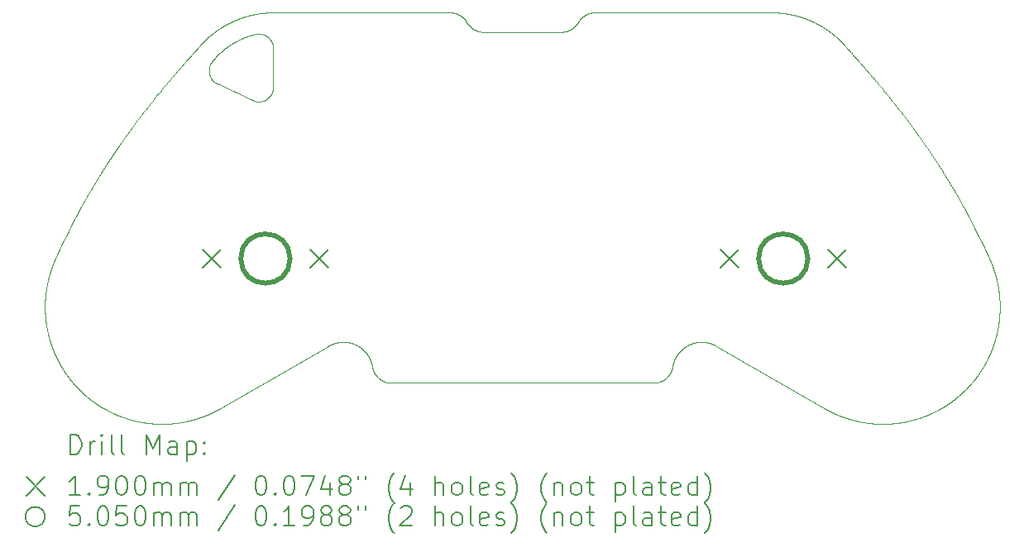
<source format=gbr>
%TF.GenerationSoftware,KiCad,Pcbnew,9.0.3*%
%TF.CreationDate,2025-08-18T10:51:59+02:00*%
%TF.ProjectId,gopher-arcade,676f7068-6572-42d6-9172-636164652e6b,rev?*%
%TF.SameCoordinates,Original*%
%TF.FileFunction,Drillmap*%
%TF.FilePolarity,Positive*%
%FSLAX45Y45*%
G04 Gerber Fmt 4.5, Leading zero omitted, Abs format (unit mm)*
G04 Created by KiCad (PCBNEW 9.0.3) date 2025-08-18 10:51:59*
%MOMM*%
%LPD*%
G01*
G04 APERTURE LIST*
%ADD10C,0.002677*%
%ADD11C,0.200000*%
%ADD12C,0.190000*%
%ADD13C,0.505000*%
G04 APERTURE END LIST*
D10*
X11049178Y-11459253D02*
X11080978Y-11504408D01*
X10695525Y-10997949D02*
X10695524Y-10997949D01*
X10275930Y-10512829D02*
X10277447Y-10514481D01*
X3401925Y-10833720D02*
X3407984Y-10826699D01*
X3246092Y-11020250D02*
X3255178Y-11009101D01*
X3208100Y-11067055D02*
X3218698Y-11053840D01*
X10594068Y-10876393D02*
X10594067Y-10876393D01*
X3377835Y-10862077D02*
X3383755Y-10855056D01*
X2361890Y-12364380D02*
X2390525Y-12308903D01*
X2241712Y-12609555D02*
X2262775Y-12565092D01*
X10713695Y-11020250D02*
X10722781Y-11031402D01*
X10370644Y-10619103D02*
X10372214Y-10620899D01*
X10373533Y-10622409D01*
X10388539Y-10639201D02*
X10391429Y-10642645D01*
X10713695Y-11020250D02*
X10713695Y-11020250D01*
X2937868Y-11421121D02*
X2962098Y-11387671D01*
X2334771Y-12417792D02*
X2361890Y-12364380D01*
X10323148Y-10565691D02*
X10324582Y-10567254D01*
X10326178Y-10568994D01*
X10844337Y-11184069D02*
X10844337Y-11184069D01*
X3675046Y-10522741D02*
X3675046Y-10522741D01*
X3672019Y-10526044D02*
X3672019Y-10526044D01*
X10332098Y-10575602D02*
X10332098Y-10575602D01*
X10312824Y-10554128D02*
X10312826Y-10554128D01*
X10304015Y-10544217D02*
X10304015Y-10544217D01*
X10296580Y-10535955D02*
X10296581Y-10535955D01*
X3101824Y-11201688D02*
X3115452Y-11184069D01*
X10594068Y-10876393D02*
X10600124Y-10883551D01*
X10406296Y-10659439D02*
X10407721Y-10661058D01*
X10409325Y-10662880D01*
X11501398Y-12181978D02*
X11501397Y-12181978D01*
X10278823Y-10516133D02*
X10279795Y-10517194D01*
X10280336Y-10517785D01*
X3359665Y-10883551D02*
X3365722Y-10876393D01*
X3347549Y-10897870D02*
X3353606Y-10890712D01*
X2309305Y-12469141D02*
X2334771Y-12417792D01*
X10430249Y-10686559D02*
X10432349Y-10688913D01*
X10434793Y-10691652D01*
X3574279Y-10635898D02*
X3577307Y-10632457D01*
X10569978Y-10847898D02*
X10576035Y-10855056D01*
X10886874Y-11239269D02*
X10902017Y-11259094D01*
X3683859Y-10512829D02*
X3683859Y-10512830D01*
X10545886Y-10819678D02*
X10550872Y-10825591D01*
X10551806Y-10826699D01*
X2390525Y-12308903D02*
X2422186Y-12248881D01*
X3197498Y-11080272D02*
X3203445Y-11072858D01*
X3208100Y-11067055D01*
X10373533Y-10622409D02*
X10376563Y-10625713D01*
X10427222Y-10683255D02*
X10430249Y-10686559D01*
X10461636Y-10722488D02*
X10466181Y-10727581D01*
X10299472Y-10539259D02*
X10299473Y-10539259D01*
X10563921Y-10840878D02*
X10566092Y-10843394D01*
X10569978Y-10847898D01*
X3426018Y-10805636D02*
X3430559Y-10800404D01*
X10403406Y-10656136D02*
X10406296Y-10659439D01*
X10695525Y-10997949D02*
X10699788Y-11003180D01*
X10704612Y-11009101D01*
X10625868Y-10913974D02*
X10633440Y-10923061D01*
X10300984Y-10540911D02*
X10300985Y-10540911D01*
X11759787Y-12700000D02*
X11759786Y-12700000D01*
X10346828Y-10592260D02*
X10346827Y-10592260D01*
X11650621Y-12469141D02*
X11674576Y-12518285D01*
X10600124Y-10883551D02*
X10606181Y-10890712D01*
X10618297Y-10905028D02*
X10625868Y-10913974D01*
X2841229Y-11558784D02*
X2839069Y-11561934D01*
X2836911Y-11565085D01*
X2834755Y-11568237D01*
X2832600Y-11571389D01*
X2830448Y-11574542D01*
X2828298Y-11577696D01*
X2826149Y-11580850D01*
X2824003Y-11584006D01*
X2821858Y-11587161D01*
X2819715Y-11590318D01*
X2817575Y-11593475D01*
X2815436Y-11596633D01*
X2813299Y-11599792D01*
X2811164Y-11602951D01*
X2809031Y-11606111D01*
X2806900Y-11609272D01*
X2804771Y-11612433D01*
X2802644Y-11615595D01*
X2800519Y-11618758D01*
X2798396Y-11621922D01*
X2796275Y-11625086D01*
X2794155Y-11628251D01*
X2792038Y-11631416D01*
X2789922Y-11634583D01*
X2787809Y-11637749D01*
X2785697Y-11640917D01*
X2783588Y-11644086D01*
X2781480Y-11647255D01*
X2779374Y-11650425D01*
X2777270Y-11653595D01*
X2775168Y-11656766D01*
X2773068Y-11659939D01*
X2770970Y-11663111D01*
X2768874Y-11666285D01*
X2766780Y-11669459D01*
X2764687Y-11672634D01*
X2762597Y-11675809D01*
X2760508Y-11678985D01*
X2758422Y-11682162D01*
X2756337Y-11685340D01*
X2754255Y-11688518D01*
X2752174Y-11691698D01*
X2750095Y-11694877D01*
X2748018Y-11698058D01*
X2745943Y-11701239D01*
X2743870Y-11704421D01*
X2741799Y-11707604D01*
X2739729Y-11710787D01*
X2737662Y-11713971D01*
X2735597Y-11717156D01*
X2733533Y-11720342D01*
X2731472Y-11723528D01*
X2729412Y-11726715D01*
X2727354Y-11729903D01*
X2725298Y-11733091D01*
X2723244Y-11736281D01*
X2721193Y-11739470D01*
X2719142Y-11742661D01*
X2717094Y-11745852D01*
X2715048Y-11749045D01*
X2713004Y-11752237D01*
X2710961Y-11755431D01*
X2708921Y-11758625D01*
X2706882Y-11761820D01*
X2704845Y-11765016D01*
X2702810Y-11768213D01*
X2700777Y-11771410D01*
X2698746Y-11774608D01*
X2696717Y-11777806D01*
X2694690Y-11781006D01*
X2692665Y-11784206D01*
X2690641Y-11787407D01*
X2688620Y-11790608D01*
X2686600Y-11793811D01*
X2684583Y-11797014D01*
X2682567Y-11800218D01*
X2680553Y-11803422D01*
X2678541Y-11806627D01*
X2676531Y-11809833D01*
X2674522Y-11813040D01*
X2672516Y-11816247D01*
X2670512Y-11819456D01*
X2668509Y-11822665D01*
X2666509Y-11825875D01*
X2664510Y-11829085D01*
X2662513Y-11832296D01*
X2660518Y-11835508D01*
X2658525Y-11838721D01*
X2656534Y-11841934D01*
X2654545Y-11845148D01*
X2652557Y-11848363D01*
X2650572Y-11851579D01*
X2648588Y-11854795D01*
X2646607Y-11858013D01*
X2644627Y-11861230D01*
X2642649Y-11864449D01*
X2640673Y-11867669D01*
X2638699Y-11870889D01*
X2636726Y-11874110D01*
X2634756Y-11877331D01*
X2632788Y-11880554D01*
X2630821Y-11883777D01*
X2628856Y-11887001D01*
X2626893Y-11890226D01*
X2624932Y-11893451D01*
X2622973Y-11896677D01*
X2621016Y-11899904D01*
X2619061Y-11903132D01*
X2617107Y-11906360D01*
X2615156Y-11909590D01*
X2613206Y-11912819D01*
X2611258Y-11916050D01*
X2609312Y-11919282D01*
X2607368Y-11922514D01*
X2605426Y-11925747D01*
X2603486Y-11928981D01*
X2601547Y-11932215D01*
X2599611Y-11935451D01*
X2597676Y-11938687D01*
X2595743Y-11941924D01*
X2593812Y-11945161D01*
X2591883Y-11948400D01*
X2589956Y-11951639D01*
X2588031Y-11954879D01*
X2586107Y-11958119D01*
X2584186Y-11961361D01*
X2582266Y-11964603D01*
X2580348Y-11967846D01*
X2578432Y-11971089D01*
X2576518Y-11974334D01*
X2574606Y-11977579D01*
X2572696Y-11980825D01*
X2570787Y-11984072D01*
X2568880Y-11987320D01*
X2566976Y-11990568D01*
X2565073Y-11993817D01*
X2563172Y-11997067D01*
X2561273Y-12000318D01*
X2559375Y-12003569D01*
X2557480Y-12006822D01*
X2556408Y-12008662D01*
X10902017Y-11259094D02*
X10918812Y-11281258D01*
X10648581Y-10941234D02*
X10656152Y-10950317D01*
X7539077Y-10293534D02*
X7539077Y-10293534D01*
X3475575Y-10748230D02*
X3480117Y-10743138D01*
X3666237Y-10532652D02*
X3667615Y-10531000D01*
X10722781Y-11031402D02*
X10727337Y-11036909D01*
X10732005Y-11042551D01*
X10334988Y-10579045D02*
X10336586Y-10580787D01*
X10338018Y-10582349D01*
X10352747Y-10599004D02*
X10354265Y-10600662D01*
X10355774Y-10602310D01*
X2200000Y-12700000D02*
X2198718Y-12702834D01*
X2197443Y-12705671D01*
X2196176Y-12708511D01*
X2194916Y-12711353D01*
X2193664Y-12714199D01*
X2192419Y-12717047D01*
X2191182Y-12719898D01*
X2189952Y-12722752D01*
X2188730Y-12725608D01*
X2187516Y-12728468D01*
X2186309Y-12731330D01*
X2185109Y-12734194D01*
X2183917Y-12737062D01*
X2182733Y-12739932D01*
X2181556Y-12742805D01*
X2180386Y-12745680D01*
X2179224Y-12748558D01*
X2178070Y-12751439D01*
X2176923Y-12754322D01*
X2175784Y-12757209D01*
X2174653Y-12760097D01*
X2173529Y-12762988D01*
X2172412Y-12765882D01*
X2171303Y-12768779D01*
X2170202Y-12771677D01*
X2169108Y-12774579D01*
X2168022Y-12777483D01*
X2166944Y-12780389D01*
X2165873Y-12783298D01*
X2164810Y-12786210D01*
X2163754Y-12789124D01*
X2162706Y-12792040D01*
X2161665Y-12794959D01*
X2160633Y-12797880D01*
X2159608Y-12800804D01*
X2158590Y-12803730D01*
X2157580Y-12806658D01*
X2156578Y-12809589D01*
X2155583Y-12812522D01*
X2154596Y-12815458D01*
X2153617Y-12818396D01*
X2152645Y-12821336D01*
X2151681Y-12824278D01*
X2150725Y-12827223D01*
X2149776Y-12830170D01*
X2148835Y-12833119D01*
X2147902Y-12836071D01*
X2146977Y-12839024D01*
X2146059Y-12841980D01*
X2145148Y-12844939D01*
X2144246Y-12847899D01*
X2143351Y-12850861D01*
X2142464Y-12853826D01*
X2141585Y-12856793D01*
X2140713Y-12859762D01*
X2139849Y-12862733D01*
X2138993Y-12865706D01*
X2138144Y-12868681D01*
X2137303Y-12871658D01*
X2136470Y-12874637D01*
X2135645Y-12877619D01*
X2134827Y-12880602D01*
X2134018Y-12883587D01*
X2133215Y-12886574D01*
X2132421Y-12889564D01*
X2131634Y-12892555D01*
X2130856Y-12895548D01*
X2130085Y-12898543D01*
X2129321Y-12901540D01*
X2128566Y-12904539D01*
X2127818Y-12907539D01*
X2127078Y-12910542D01*
X2126346Y-12913546D01*
X2125622Y-12916553D01*
X2124905Y-12919561D01*
X2124196Y-12922570D01*
X2123495Y-12925582D01*
X2122802Y-12928595D01*
X2122117Y-12931610D01*
X2121439Y-12934627D01*
X2120769Y-12937646D01*
X2120107Y-12940666D01*
X2119453Y-12943688D01*
X2118807Y-12946711D01*
X2118168Y-12949736D01*
X2117538Y-12952763D01*
X2116915Y-12955791D01*
X2116300Y-12958821D01*
X2115693Y-12961853D01*
X2115094Y-12964886D01*
X2114502Y-12967920D01*
X2113919Y-12970957D01*
X2113343Y-12973994D01*
X2112775Y-12977033D01*
X2112215Y-12980074D01*
X2111663Y-12983116D01*
X2111119Y-12986159D01*
X2110582Y-12989204D01*
X2110054Y-12992250D01*
X2109533Y-12995298D01*
X2109020Y-12998347D01*
X2108516Y-13001397D01*
X2108019Y-13004449D01*
X2107529Y-13007502D01*
X2107048Y-13010556D01*
X2106575Y-13013612D01*
X2106110Y-13016668D01*
X2105652Y-13019726D01*
X2105203Y-13022786D01*
X2104761Y-13025846D01*
X2104327Y-13028908D01*
X2103901Y-13031970D01*
X2103483Y-13035034D01*
X2103073Y-13038099D01*
X2102671Y-13041165D01*
X2102277Y-13044233D01*
X2101891Y-13047301D01*
X2101513Y-13050370D01*
X2101142Y-13053440D01*
X2100780Y-13056512D01*
X2100425Y-13059584D01*
X2100079Y-13062657D01*
X2099740Y-13065732D01*
X2099409Y-13068807D01*
X2099087Y-13071883D01*
X2098772Y-13074960D01*
X2098465Y-13078038D01*
X2098166Y-13081116D01*
X2097875Y-13084196D01*
X2097592Y-13087276D01*
X2097317Y-13090357D01*
X2097050Y-13093439D01*
X2096791Y-13096522D01*
X2096540Y-13099605D01*
X2096297Y-13102690D01*
X2096061Y-13105774D01*
X2095834Y-13108860D01*
X2095615Y-13111946D01*
X2095404Y-13115033D01*
X2095200Y-13118120D01*
X2095005Y-13121208D01*
X2094818Y-13124297D01*
X2094638Y-13127386D01*
X2094467Y-13130476D01*
X2094304Y-13133566D01*
X2094148Y-13136657D01*
X2094001Y-13139748D01*
X2093861Y-13142840D01*
X2093730Y-13145932D01*
X2093606Y-13149025D01*
X2093491Y-13152118D01*
X2093383Y-13155211D01*
X2093284Y-13158305D01*
X2093192Y-13161399D01*
X2093109Y-13164493D01*
X2093033Y-13167588D01*
X2092966Y-13170682D01*
X2092906Y-13173778D01*
X2092855Y-13176873D01*
X2092811Y-13179969D01*
X2092776Y-13183064D01*
X2092748Y-13186160D01*
X2092729Y-13189257D01*
X2092717Y-13192353D01*
X2092713Y-13195449D01*
X2092718Y-13198546D01*
X2092730Y-13201642D01*
X2092751Y-13204739D01*
X2092779Y-13207835D01*
X2092816Y-13210932D01*
X2092860Y-13214028D01*
X2092913Y-13217125D01*
X2092973Y-13220222D01*
X2093041Y-13223318D01*
X2093118Y-13226414D01*
X2093202Y-13229510D01*
X2093295Y-13232606D01*
X2093395Y-13235702D01*
X2093504Y-13238798D01*
X2093620Y-13241894D01*
X2093745Y-13244989D01*
X2093877Y-13248084D01*
X2094017Y-13251179D01*
X2094166Y-13254273D01*
X2094322Y-13257367D01*
X2094487Y-13260461D01*
X2094659Y-13263554D01*
X2094839Y-13266647D01*
X2095028Y-13269740D01*
X2095224Y-13272832D01*
X2095428Y-13275924D01*
X2095641Y-13279015D01*
X2095861Y-13282106D01*
X2096089Y-13285197D01*
X2096326Y-13288286D01*
X2096570Y-13291376D01*
X2096822Y-13294464D01*
X2097082Y-13297552D01*
X2097351Y-13300640D01*
X2097627Y-13303727D01*
X2097911Y-13306813D01*
X2098203Y-13309898D01*
X2098503Y-13312983D01*
X2098811Y-13316067D01*
X2099127Y-13319150D01*
X2099451Y-13322233D01*
X2099783Y-13325315D01*
X2100123Y-13328396D01*
X2100471Y-13331476D01*
X2100827Y-13334555D01*
X2101190Y-13337633D01*
X2101562Y-13340711D01*
X2101942Y-13343787D01*
X2102329Y-13346863D01*
X2102725Y-13349938D01*
X2103128Y-13353011D01*
X2103540Y-13356084D01*
X2103959Y-13359155D01*
X2104386Y-13362226D01*
X2104821Y-13365295D01*
X2105265Y-13368364D01*
X2105716Y-13371431D01*
X2106175Y-13374497D01*
X2106641Y-13377562D01*
X2107116Y-13380626D01*
X2107599Y-13383688D01*
X2108089Y-13386750D01*
X2108588Y-13389810D01*
X2109094Y-13392869D01*
X2109609Y-13395926D01*
X2110131Y-13398982D01*
X2110661Y-13402037D01*
X2111199Y-13405090D01*
X2111745Y-13408143D01*
X2112298Y-13411193D01*
X2112860Y-13414243D01*
X2113429Y-13417290D01*
X2114007Y-13420337D01*
X2114592Y-13423382D01*
X2115185Y-13426425D01*
X2115786Y-13429467D01*
X2116394Y-13432507D01*
X2117011Y-13435546D01*
X2117322Y-13437064D01*
X2117635Y-13438583D01*
X2117951Y-13440101D01*
X2118268Y-13441618D01*
X2118587Y-13443135D01*
X2118908Y-13444652D01*
X2119231Y-13446168D01*
X2119556Y-13447684D01*
X2119883Y-13449199D01*
X2120211Y-13450714D01*
X2120542Y-13452229D01*
X2120875Y-13453743D01*
X2121210Y-13455257D01*
X2121546Y-13456770D01*
X2121885Y-13458283D01*
X2122225Y-13459795D01*
X2122568Y-13461307D01*
X2122912Y-13462819D01*
X2123259Y-13464330D01*
X2123607Y-13465840D01*
X2123957Y-13467351D01*
X2124310Y-13468860D01*
X2124664Y-13470369D01*
X2125020Y-13471878D01*
X2125378Y-13473386D01*
X2125738Y-13474894D01*
X2126100Y-13476402D01*
X2126464Y-13477909D01*
X2126830Y-13479415D01*
X2127197Y-13480921D01*
X2127567Y-13482426D01*
X2127939Y-13483931D01*
X2128312Y-13485436D01*
X2128688Y-13486940D01*
X2129065Y-13488443D01*
X2129445Y-13489946D01*
X2129826Y-13491449D01*
X2130210Y-13492951D01*
X2130595Y-13494452D01*
X2130982Y-13495953D01*
X2131371Y-13497454D01*
X2131762Y-13498954D01*
X2132155Y-13500453D01*
X2132550Y-13501952D01*
X2132947Y-13503450D01*
X2133346Y-13504948D01*
X2133746Y-13506446D01*
X2134149Y-13507943D01*
X2134553Y-13509439D01*
X2134960Y-13510935D01*
X2135368Y-13512430D01*
X2135779Y-13513925D01*
X2136191Y-13515419D01*
X2136605Y-13516912D01*
X2137021Y-13518405D01*
X2137439Y-13519898D01*
X2137859Y-13521390D01*
X2138281Y-13522881D01*
X2138705Y-13524372D01*
X2139131Y-13525863D01*
X2139558Y-13527352D01*
X2139988Y-13528842D01*
X2140419Y-13530330D01*
X2140853Y-13531818D01*
X2141288Y-13533306D01*
X2141725Y-13534793D01*
X2142164Y-13536279D01*
X2142605Y-13537765D01*
X2143048Y-13539250D01*
X2143493Y-13540734D01*
X2143940Y-13542218D01*
X2144389Y-13543702D01*
X2144839Y-13545184D01*
X2145292Y-13546667D01*
X2145746Y-13548148D01*
X2146202Y-13549629D01*
X2146661Y-13551110D01*
X2147121Y-13552589D01*
X2147583Y-13554069D01*
X2148047Y-13555547D01*
X2148513Y-13557025D01*
X2148980Y-13558502D01*
X2149450Y-13559979D01*
X2149922Y-13561455D01*
X2150395Y-13562931D01*
X2150871Y-13564405D01*
X2151348Y-13565880D01*
X2151827Y-13567353D01*
X2152308Y-13568826D01*
X2152791Y-13570298D01*
X2153276Y-13571770D01*
X2153763Y-13573241D01*
X2154251Y-13574711D01*
X2154742Y-13576181D01*
X2155234Y-13577650D01*
X2155728Y-13579119D01*
X2156225Y-13580586D01*
X2156723Y-13582054D01*
X2157223Y-13583520D01*
X2157725Y-13584986D01*
X2158228Y-13586451D01*
X2158734Y-13587915D01*
X2159241Y-13589379D01*
X2159751Y-13590842D01*
X2160262Y-13592305D01*
X2160775Y-13593766D01*
X2161290Y-13595227D01*
X2161807Y-13596688D01*
X2162326Y-13598147D01*
X2162847Y-13599606D01*
X2163369Y-13601065D01*
X2163894Y-13602522D01*
X2164420Y-13603979D01*
X2164948Y-13605435D01*
X2165478Y-13606891D01*
X2166010Y-13608346D01*
X2166544Y-13609800D01*
X2167080Y-13611253D01*
X2167617Y-13612706D01*
X2168157Y-13614158D01*
X2168698Y-13615609D01*
X2169241Y-13617060D01*
X2169786Y-13618509D01*
X2170333Y-13619958D01*
X2170882Y-13621407D01*
X2171432Y-13622854D01*
X2171985Y-13624301D01*
X2172539Y-13625747D01*
X2173095Y-13627193D01*
X2173653Y-13628638D01*
X2174213Y-13630081D01*
X2174775Y-13631525D01*
X2175338Y-13632967D01*
X2175904Y-13634409D01*
X2176471Y-13635850D01*
X2177040Y-13637290D01*
X2177611Y-13638729D01*
X2178184Y-13640168D01*
X2178759Y-13641606D01*
X2179336Y-13643043D01*
X2179914Y-13644479D01*
X2180494Y-13645915D01*
X2181076Y-13647350D01*
X2181660Y-13648784D01*
X2182246Y-13650217D01*
X2182834Y-13651650D01*
X2183423Y-13653082D01*
X2184014Y-13654513D01*
X2184608Y-13655943D01*
X2185203Y-13657372D01*
X2185799Y-13658801D01*
X2186398Y-13660228D01*
X2186999Y-13661655D01*
X2187601Y-13663082D01*
X2188205Y-13664507D01*
X2188811Y-13665932D01*
X2189419Y-13667355D01*
X2190029Y-13668778D01*
X2190640Y-13670200D01*
X2191254Y-13671622D01*
X2191869Y-13673042D01*
X2192486Y-13674462D01*
X2193104Y-13675881D01*
X2193725Y-13677299D01*
X2194347Y-13678716D01*
X2194972Y-13680133D01*
X2195598Y-13681548D01*
X2196226Y-13682963D01*
X2196855Y-13684377D01*
X2197487Y-13685790D01*
X2198120Y-13687202D01*
X2198756Y-13688614D01*
X2199393Y-13690024D01*
X2200031Y-13691434D01*
X2200672Y-13692843D01*
X2201314Y-13694251D01*
X2201959Y-13695658D01*
X2202605Y-13697065D01*
X2203253Y-13698470D01*
X2203902Y-13699875D01*
X2204554Y-13701278D01*
X2205207Y-13702681D01*
X2205862Y-13704083D01*
X2206519Y-13705484D01*
X2207178Y-13706885D01*
X2207838Y-13708284D01*
X2208500Y-13709683D01*
X2209164Y-13711080D01*
X2209830Y-13712477D01*
X2210498Y-13713873D01*
X2211167Y-13715268D01*
X2211839Y-13716662D01*
X2212512Y-13718055D01*
X2213187Y-13719448D01*
X2213863Y-13720839D01*
X2214542Y-13722230D01*
X2215222Y-13723619D01*
X2215904Y-13725008D01*
X2216587Y-13726396D01*
X2217273Y-13727783D01*
X2217960Y-13729169D01*
X2218649Y-13730554D01*
X2219340Y-13731938D01*
X2220033Y-13733321D01*
X2220727Y-13734704D01*
X2221424Y-13736085D01*
X2222122Y-13737466D01*
X2222822Y-13738845D01*
X2223523Y-13740224D01*
X2224226Y-13741602D01*
X2224932Y-13742979D01*
X2225638Y-13744355D01*
X2226347Y-13745729D01*
X2227057Y-13747104D01*
X2227770Y-13748477D01*
X2228484Y-13749849D01*
X2229199Y-13751220D01*
X2229917Y-13752590D01*
X2230636Y-13753960D01*
X2231357Y-13755328D01*
X2232080Y-13756695D01*
X2232804Y-13758062D01*
X2233530Y-13759427D01*
X2234259Y-13760792D01*
X2234988Y-13762155D01*
X2235720Y-13763518D01*
X2236453Y-13764880D01*
X2237188Y-13766240D01*
X2237925Y-13767600D01*
X2238663Y-13768959D01*
X2239404Y-13770317D01*
X2240146Y-13771673D01*
X2240890Y-13773029D01*
X2241635Y-13774384D01*
X2242382Y-13775738D01*
X2243131Y-13777091D01*
X2243882Y-13778443D01*
X2244635Y-13779794D01*
X2245389Y-13781144D01*
X2246145Y-13782493D01*
X2246902Y-13783840D01*
X2247662Y-13785187D01*
X2248423Y-13786533D01*
X2249186Y-13787878D01*
X2249951Y-13789222D01*
X2250717Y-13790565D01*
X2251485Y-13791907D01*
X2252255Y-13793248D01*
X2253026Y-13794588D01*
X2253800Y-13795927D01*
X2254575Y-13797265D01*
X2255351Y-13798602D01*
X2256130Y-13799937D01*
X2256910Y-13801272D01*
X2257692Y-13802606D01*
X2258475Y-13803939D01*
X2259261Y-13805271D01*
X2260048Y-13806601D01*
X2260836Y-13807931D01*
X2261627Y-13809260D01*
X2262419Y-13810587D01*
X2263213Y-13811914D01*
X2264009Y-13813239D01*
X2264806Y-13814564D01*
X2265605Y-13815887D01*
X2266406Y-13817210D01*
X2267208Y-13818531D01*
X2268012Y-13819851D01*
X2268818Y-13821171D01*
X2269625Y-13822489D01*
X2270435Y-13823806D01*
X2271246Y-13825122D01*
X2272058Y-13826437D01*
X2272872Y-13827751D01*
X2273688Y-13829064D01*
X2274506Y-13830376D01*
X2275326Y-13831687D01*
X2276147Y-13832997D01*
X2276969Y-13834305D01*
X2277794Y-13835613D01*
X2278620Y-13836919D01*
X2279448Y-13838225D01*
X2280277Y-13839529D01*
X2281109Y-13840832D01*
X2281941Y-13842134D01*
X2282776Y-13843436D01*
X2283612Y-13844736D01*
X2284450Y-13846035D01*
X2285290Y-13847332D01*
X2286131Y-13848629D01*
X2286974Y-13849925D01*
X2287819Y-13851219D01*
X2288665Y-13852513D01*
X2289513Y-13853805D01*
X2290363Y-13855096D01*
X2291214Y-13856387D01*
X2292067Y-13857676D01*
X2292922Y-13858964D01*
X2293778Y-13860250D01*
X2294636Y-13861536D01*
X2295495Y-13862821D01*
X2296357Y-13864104D01*
X2297220Y-13865387D01*
X2298084Y-13866668D01*
X2298951Y-13867948D01*
X2299819Y-13869227D01*
X2300688Y-13870505D01*
X2301559Y-13871782D01*
X2302432Y-13873057D01*
X2303307Y-13874332D01*
X2304183Y-13875605D01*
X2305061Y-13876878D01*
X2305940Y-13878149D01*
X2306821Y-13879419D01*
X2307704Y-13880687D01*
X2308589Y-13881955D01*
X2309475Y-13883222D01*
X2310362Y-13884487D01*
X2311252Y-13885751D01*
X2312143Y-13887015D01*
X2313035Y-13888277D01*
X2313930Y-13889537D01*
X2314826Y-13890797D01*
X2315723Y-13892056D01*
X2316622Y-13893313D01*
X2317523Y-13894569D01*
X2318426Y-13895824D01*
X2319330Y-13897078D01*
X2320235Y-13898331D01*
X2321143Y-13899583D01*
X2322052Y-13900833D01*
X2322962Y-13902082D01*
X2323874Y-13903330D01*
X2324788Y-13904577D01*
X2325704Y-13905823D01*
X2326621Y-13907067D01*
X2327539Y-13908311D01*
X2328460Y-13909553D01*
X2329381Y-13910794D01*
X2330305Y-13912034D01*
X2331230Y-13913272D01*
X2332157Y-13914510D01*
X2333085Y-13915746D01*
X2334015Y-13916981D01*
X2334947Y-13918215D01*
X2335880Y-13919448D01*
X2336815Y-13920679D01*
X2337751Y-13921910D01*
X2338689Y-13923139D01*
X2339629Y-13924367D01*
X2340570Y-13925593D01*
X2341513Y-13926819D01*
X2342457Y-13928043D01*
X2343403Y-13929267D01*
X2344351Y-13930488D01*
X2345300Y-13931709D01*
X2346251Y-13932929D01*
X2347203Y-13934147D01*
X2348157Y-13935364D01*
X2349113Y-13936580D01*
X2350070Y-13937794D01*
X2351028Y-13939008D01*
X2351989Y-13940220D01*
X2352951Y-13941431D01*
X2353914Y-13942641D01*
X2354879Y-13943849D01*
X2355846Y-13945057D01*
X2356814Y-13946263D01*
X2357784Y-13947468D01*
X2358755Y-13948671D01*
X2359728Y-13949874D01*
X2360703Y-13951075D01*
X2361679Y-13952275D01*
X2362657Y-13953473D01*
X2363636Y-13954671D01*
X2364617Y-13955867D01*
X2365599Y-13957062D01*
X2366583Y-13958256D01*
X2367568Y-13959448D01*
X2368556Y-13960639D01*
X2369544Y-13961829D01*
X2370534Y-13963018D01*
X2371526Y-13964206D01*
X2372520Y-13965392D01*
X2373514Y-13966577D01*
X2374511Y-13967761D01*
X2375509Y-13968943D01*
X2376509Y-13970124D01*
X2377510Y-13971304D01*
X2378512Y-13972483D01*
X2379516Y-13973660D01*
X2380522Y-13974836D01*
X2381530Y-13976011D01*
X2382539Y-13977185D01*
X2383549Y-13978357D01*
X2384561Y-13979528D01*
X2385574Y-13980698D01*
X2386590Y-13981867D01*
X2387606Y-13983034D01*
X2388624Y-13984200D01*
X2389644Y-13985365D01*
X2390665Y-13986528D01*
X2391688Y-13987690D01*
X2392712Y-13988851D01*
X2393738Y-13990011D01*
X2394765Y-13991169D01*
X2395794Y-13992326D01*
X2396825Y-13993482D01*
X2397857Y-13994636D01*
X2398890Y-13995789D01*
X2399925Y-13996941D01*
X2400962Y-13998092D01*
X2402000Y-13999241D01*
X2403039Y-14000389D01*
X2404081Y-14001536D01*
X2405123Y-14002681D01*
X2406167Y-14003825D01*
X2407213Y-14004968D01*
X2408260Y-14006109D01*
X2409309Y-14007249D01*
X2410359Y-14008388D01*
X2411411Y-14009526D01*
X2412464Y-14010662D01*
X2413519Y-14011797D01*
X2414575Y-14012930D01*
X2415633Y-14014063D01*
X2416692Y-14015194D01*
X2417753Y-14016323D01*
X2418816Y-14017452D01*
X2419879Y-14018579D01*
X2420945Y-14019704D01*
X2422012Y-14020829D01*
X2423080Y-14021952D01*
X2424150Y-14023074D01*
X2425221Y-14024194D01*
X2426294Y-14025313D01*
X2427368Y-14026431D01*
X2428444Y-14027547D01*
X2429522Y-14028662D01*
X2430600Y-14029776D01*
X2431681Y-14030889D01*
X2432763Y-14032000D01*
X2433846Y-14033109D01*
X2434931Y-14034218D01*
X2436017Y-14035325D01*
X2437105Y-14036431D01*
X2438194Y-14037535D01*
X2439285Y-14038638D01*
X2440377Y-14039740D01*
X2441471Y-14040840D01*
X2442566Y-14041939D01*
X2443663Y-14043037D01*
X2444761Y-14044133D01*
X2445860Y-14045228D01*
X2446961Y-14046322D01*
X2448064Y-14047414D01*
X2449168Y-14048505D01*
X2450274Y-14049595D01*
X2451381Y-14050683D01*
X2452489Y-14051770D01*
X2453599Y-14052855D01*
X2454711Y-14053939D01*
X2455823Y-14055022D01*
X2456938Y-14056103D01*
X2458054Y-14057183D01*
X2459171Y-14058262D01*
X2460290Y-14059339D01*
X2461410Y-14060415D01*
X2462531Y-14061490D01*
X2463655Y-14062563D01*
X2464779Y-14063635D01*
X2465905Y-14064705D01*
X2467033Y-14065774D01*
X2468162Y-14066842D01*
X2469292Y-14067908D01*
X2470424Y-14068973D01*
X2471557Y-14070037D01*
X2472692Y-14071099D01*
X2473828Y-14072160D01*
X2474966Y-14073219D01*
X2476105Y-14074277D01*
X2477246Y-14075334D01*
X2478388Y-14076389D01*
X2479531Y-14077443D01*
X2480676Y-14078495D01*
X2481823Y-14079546D01*
X2481931Y-14079646D01*
X3646965Y-10554128D02*
X3648478Y-10552476D01*
X10295068Y-10534303D02*
X10295068Y-10534303D01*
X10292175Y-10531000D02*
X10292177Y-10531000D01*
X3654397Y-10545869D02*
X3655912Y-10544217D01*
X3153447Y-11135610D02*
X3162911Y-11123565D01*
X3165560Y-11120193D01*
X10955154Y-11329988D02*
X10974976Y-11356557D01*
X10741091Y-11053840D02*
X10743511Y-11056857D01*
X10751690Y-11067055D01*
X2841229Y-11558784D02*
X2855578Y-11538099D01*
X2878948Y-11504408D01*
X3197498Y-11080272D02*
X3197498Y-11080272D01*
X3663210Y-10535955D02*
X3663210Y-10535955D01*
X10078799Y-14239334D02*
X10081509Y-14240860D01*
X10084223Y-14242379D01*
X10086940Y-14243892D01*
X10089661Y-14245396D01*
X10092386Y-14246894D01*
X10095113Y-14248384D01*
X10097845Y-14249868D01*
X10100579Y-14251344D01*
X10103317Y-14252812D01*
X10106058Y-14254274D01*
X10108803Y-14255728D01*
X10111551Y-14257175D01*
X10114303Y-14258614D01*
X10117058Y-14260047D01*
X10119816Y-14261472D01*
X10122577Y-14262889D01*
X10125342Y-14264300D01*
X10128110Y-14265703D01*
X10130881Y-14267099D01*
X10133656Y-14268487D01*
X10136434Y-14269869D01*
X10139215Y-14271243D01*
X10141999Y-14272609D01*
X10144787Y-14273968D01*
X10147577Y-14275320D01*
X10150371Y-14276665D01*
X10153168Y-14278002D01*
X10155969Y-14279332D01*
X10158772Y-14280655D01*
X10161579Y-14281970D01*
X10164388Y-14283277D01*
X10167201Y-14284578D01*
X10170017Y-14285871D01*
X10172836Y-14287157D01*
X10175658Y-14288435D01*
X10178483Y-14289706D01*
X10181311Y-14290969D01*
X10184142Y-14292225D01*
X10186976Y-14293474D01*
X10189813Y-14294715D01*
X10192653Y-14295949D01*
X10195497Y-14297175D01*
X10198343Y-14298394D01*
X10201192Y-14299606D01*
X10204043Y-14300810D01*
X10206898Y-14302006D01*
X10209756Y-14303195D01*
X10212617Y-14304377D01*
X10215480Y-14305551D01*
X10218347Y-14306718D01*
X10221216Y-14307877D01*
X10224088Y-14309029D01*
X10226963Y-14310173D01*
X10229840Y-14311310D01*
X10232721Y-14312440D01*
X10235604Y-14313561D01*
X10238490Y-14314676D01*
X10241379Y-14315782D01*
X10244270Y-14316882D01*
X10247164Y-14317973D01*
X10250061Y-14319058D01*
X10252960Y-14320134D01*
X10255863Y-14321203D01*
X10258767Y-14322265D01*
X10261675Y-14323319D01*
X10264585Y-14324365D01*
X10267498Y-14325404D01*
X10270413Y-14326436D01*
X10273331Y-14327459D01*
X10276251Y-14328476D01*
X10279174Y-14329484D01*
X10282099Y-14330485D01*
X10285027Y-14331479D01*
X10287958Y-14332464D01*
X10290891Y-14333443D01*
X10293826Y-14334413D01*
X10296764Y-14335376D01*
X10299704Y-14336332D01*
X10302647Y-14337279D01*
X10305592Y-14338219D01*
X10308540Y-14339152D01*
X10311489Y-14340077D01*
X10314442Y-14340994D01*
X10317396Y-14341903D01*
X10320353Y-14342805D01*
X10323312Y-14343700D01*
X10326273Y-14344586D01*
X10329237Y-14345465D01*
X10332203Y-14346336D01*
X10335171Y-14347200D01*
X10338141Y-14348056D01*
X10341114Y-14348904D01*
X10344089Y-14349744D01*
X10347066Y-14350577D01*
X10350045Y-14351402D01*
X10353026Y-14352219D01*
X10356009Y-14353029D01*
X10358995Y-14353831D01*
X10361982Y-14354625D01*
X10364972Y-14355411D01*
X10367963Y-14356190D01*
X10370957Y-14356961D01*
X10373952Y-14357724D01*
X10376950Y-14358480D01*
X10379949Y-14359228D01*
X10382951Y-14359968D01*
X10385954Y-14360700D01*
X10388960Y-14361424D01*
X10391967Y-14362141D01*
X10394976Y-14362850D01*
X10397987Y-14363551D01*
X10401000Y-14364244D01*
X10404015Y-14364930D01*
X10407031Y-14365608D01*
X10410050Y-14366278D01*
X10413070Y-14366940D01*
X10416091Y-14367594D01*
X10419115Y-14368241D01*
X10422140Y-14368880D01*
X10425167Y-14369511D01*
X10428196Y-14370134D01*
X10431226Y-14370749D01*
X10434258Y-14371357D01*
X10437292Y-14371956D01*
X10440327Y-14372548D01*
X10443364Y-14373132D01*
X10446402Y-14373708D01*
X10449442Y-14374276D01*
X10452483Y-14374837D01*
X10455526Y-14375389D01*
X10458571Y-14375934D01*
X10461617Y-14376471D01*
X10464664Y-14377000D01*
X10467713Y-14377521D01*
X10470763Y-14378034D01*
X10473815Y-14378540D01*
X10476868Y-14379037D01*
X10479922Y-14379527D01*
X10482978Y-14380009D01*
X10486035Y-14380482D01*
X10489093Y-14380948D01*
X10492152Y-14381406D01*
X10495213Y-14381856D01*
X10498275Y-14382299D01*
X10501339Y-14382733D01*
X10504403Y-14383159D01*
X10507469Y-14383578D01*
X10510536Y-14383989D01*
X10513603Y-14384391D01*
X10516673Y-14384786D01*
X10519743Y-14385173D01*
X10522814Y-14385552D01*
X10525886Y-14385923D01*
X10528960Y-14386286D01*
X10532034Y-14386641D01*
X10535109Y-14386988D01*
X10538186Y-14387327D01*
X10541263Y-14387659D01*
X10544341Y-14387982D01*
X10547420Y-14388297D01*
X10550500Y-14388605D01*
X10553581Y-14388904D01*
X10556663Y-14389196D01*
X10559746Y-14389480D01*
X10562829Y-14389755D01*
X10565913Y-14390023D01*
X10568998Y-14390283D01*
X10572084Y-14390534D01*
X10575170Y-14390778D01*
X10578257Y-14391014D01*
X10581345Y-14391242D01*
X10584434Y-14391462D01*
X10587523Y-14391674D01*
X10590613Y-14391877D01*
X10593703Y-14392073D01*
X10596794Y-14392261D01*
X10599886Y-14392441D01*
X10602978Y-14392613D01*
X10606070Y-14392777D01*
X10609163Y-14392933D01*
X10612257Y-14393082D01*
X10615351Y-14393222D01*
X10618445Y-14393354D01*
X10621540Y-14393478D01*
X10624635Y-14393594D01*
X10627731Y-14393702D01*
X10630827Y-14393802D01*
X10633923Y-14393894D01*
X10637020Y-14393978D01*
X10640117Y-14394055D01*
X10643214Y-14394123D01*
X10646311Y-14394183D01*
X10649409Y-14394235D01*
X10652507Y-14394279D01*
X10655605Y-14394315D01*
X10658703Y-14394343D01*
X10661801Y-14394364D01*
X10664899Y-14394376D01*
X10667998Y-14394380D01*
X10671096Y-14394376D01*
X10674195Y-14394364D01*
X10677293Y-14394344D01*
X10680392Y-14394317D01*
X10683491Y-14394281D01*
X10686589Y-14394237D01*
X10689688Y-14394185D01*
X10692786Y-14394125D01*
X10695884Y-14394057D01*
X10698982Y-14393982D01*
X10702080Y-14393898D01*
X10705178Y-14393806D01*
X10708276Y-14393706D01*
X10711373Y-14393598D01*
X10714470Y-14393483D01*
X10717567Y-14393359D01*
X10720664Y-14393227D01*
X10723760Y-14393087D01*
X10726856Y-14392939D01*
X10729952Y-14392784D01*
X10733047Y-14392620D01*
X10736142Y-14392448D01*
X10739236Y-14392268D01*
X10742330Y-14392081D01*
X10745424Y-14391885D01*
X10748517Y-14391681D01*
X10751609Y-14391469D01*
X10754701Y-14391250D01*
X10757793Y-14391022D01*
X10760884Y-14390786D01*
X10763974Y-14390543D01*
X10767064Y-14390291D01*
X10770153Y-14390032D01*
X10773241Y-14389764D01*
X10776329Y-14389489D01*
X10779416Y-14389205D01*
X10782502Y-14388914D01*
X10785588Y-14388614D01*
X10788673Y-14388307D01*
X10791756Y-14387992D01*
X10794840Y-14387668D01*
X10797922Y-14387337D01*
X10801003Y-14386998D01*
X10804084Y-14386651D01*
X10805624Y-14386474D01*
X10807164Y-14386296D01*
X10808703Y-14386115D01*
X10810242Y-14385933D01*
X10811781Y-14385748D01*
X10813320Y-14385562D01*
X10814859Y-14385373D01*
X10816397Y-14385183D01*
X10817935Y-14384990D01*
X10819473Y-14384796D01*
X10821010Y-14384599D01*
X10822548Y-14384401D01*
X10824085Y-14384201D01*
X10825622Y-14383998D01*
X10827158Y-14383794D01*
X10828694Y-14383587D01*
X10830230Y-14383379D01*
X10831766Y-14383169D01*
X10833301Y-14382957D01*
X10834837Y-14382742D01*
X10836371Y-14382526D01*
X10837906Y-14382308D01*
X10839440Y-14382088D01*
X10840974Y-14381866D01*
X10842508Y-14381641D01*
X10844041Y-14381415D01*
X10845574Y-14381187D01*
X10847107Y-14380957D01*
X10848640Y-14380725D01*
X10850172Y-14380491D01*
X10851704Y-14380255D01*
X10853235Y-14380017D01*
X10854767Y-14379777D01*
X10856298Y-14379535D01*
X10857828Y-14379291D01*
X10859359Y-14379045D01*
X10860889Y-14378797D01*
X10862418Y-14378548D01*
X10863948Y-14378296D01*
X10865477Y-14378042D01*
X10867005Y-14377786D01*
X10868534Y-14377529D01*
X10870062Y-14377269D01*
X10871589Y-14377007D01*
X10873117Y-14376744D01*
X10874644Y-14376478D01*
X10876170Y-14376210D01*
X10877696Y-14375941D01*
X10879222Y-14375669D01*
X10880748Y-14375396D01*
X10882273Y-14375120D01*
X10883798Y-14374843D01*
X10885322Y-14374564D01*
X10886846Y-14374282D01*
X10888370Y-14373999D01*
X10889893Y-14373714D01*
X10891416Y-14373427D01*
X10892939Y-14373137D01*
X10894461Y-14372846D01*
X10895983Y-14372553D01*
X10897504Y-14372258D01*
X10899025Y-14371961D01*
X10900546Y-14371662D01*
X10902066Y-14371361D01*
X10903585Y-14371058D01*
X10905105Y-14370753D01*
X10906624Y-14370446D01*
X10908142Y-14370138D01*
X10909661Y-14369827D01*
X10911178Y-14369514D01*
X10912696Y-14369199D01*
X10914213Y-14368883D01*
X10915729Y-14368564D01*
X10917245Y-14368244D01*
X10918761Y-14367921D01*
X10920276Y-14367597D01*
X10921791Y-14367270D01*
X10923305Y-14366942D01*
X10924819Y-14366612D01*
X10926333Y-14366279D01*
X10927845Y-14365945D01*
X10929358Y-14365609D01*
X10930870Y-14365271D01*
X10932382Y-14364931D01*
X10933893Y-14364589D01*
X10935404Y-14364245D01*
X10936914Y-14363899D01*
X10938424Y-14363551D01*
X10939933Y-14363202D01*
X10941442Y-14362850D01*
X10942951Y-14362496D01*
X10944459Y-14362141D01*
X10945966Y-14361783D01*
X10947473Y-14361423D01*
X10948980Y-14361062D01*
X10950486Y-14360699D01*
X10951991Y-14360333D01*
X10953496Y-14359966D01*
X10955001Y-14359597D01*
X10956505Y-14359226D01*
X10958009Y-14358853D01*
X10959512Y-14358478D01*
X10961014Y-14358101D01*
X10962516Y-14357722D01*
X10964018Y-14357341D01*
X10965519Y-14356958D01*
X10967020Y-14356574D01*
X10968520Y-14356187D01*
X10970019Y-14355798D01*
X10971518Y-14355408D01*
X10973017Y-14355016D01*
X10974515Y-14354621D01*
X10976012Y-14354225D01*
X10977509Y-14353827D01*
X10979005Y-14353427D01*
X10980501Y-14353025D01*
X10981996Y-14352621D01*
X10983491Y-14352215D01*
X10984985Y-14351807D01*
X10986479Y-14351397D01*
X10987972Y-14350985D01*
X10989465Y-14350572D01*
X10990957Y-14350156D01*
X10992448Y-14349739D01*
X10993939Y-14349319D01*
X10995429Y-14348898D01*
X10996919Y-14348475D01*
X10998408Y-14348050D01*
X10999897Y-14347623D01*
X11001385Y-14347194D01*
X11002872Y-14346763D01*
X11004359Y-14346330D01*
X11005846Y-14345895D01*
X11007331Y-14345459D01*
X11008816Y-14345020D01*
X11010301Y-14344580D01*
X11011785Y-14344137D01*
X11013268Y-14343693D01*
X11014751Y-14343247D01*
X11016233Y-14342799D01*
X11017715Y-14342349D01*
X11019196Y-14341897D01*
X11020676Y-14341443D01*
X11022156Y-14340987D01*
X11023635Y-14340530D01*
X11025114Y-14340070D01*
X11026592Y-14339609D01*
X11028069Y-14339146D01*
X11029546Y-14338680D01*
X11031022Y-14338213D01*
X11032497Y-14337744D01*
X11033972Y-14337273D01*
X11035446Y-14336800D01*
X11036920Y-14336326D01*
X11038393Y-14335849D01*
X11039865Y-14335370D01*
X11041337Y-14334890D01*
X11042808Y-14334408D01*
X11044278Y-14333924D01*
X11045748Y-14333437D01*
X11047217Y-14332949D01*
X11048686Y-14332460D01*
X11050153Y-14331968D01*
X11051620Y-14331474D01*
X11053087Y-14330979D01*
X11054553Y-14330481D01*
X11056018Y-14329982D01*
X11057482Y-14329481D01*
X11058946Y-14328978D01*
X11060409Y-14328473D01*
X11061872Y-14327966D01*
X11063333Y-14327457D01*
X11064794Y-14326946D01*
X11066255Y-14326434D01*
X11067715Y-14325919D01*
X11069174Y-14325403D01*
X11070632Y-14324885D01*
X11072090Y-14324365D01*
X11073547Y-14323843D01*
X11075003Y-14323319D01*
X11076459Y-14322794D01*
X11077913Y-14322266D01*
X11079368Y-14321737D01*
X11080821Y-14321205D01*
X11082274Y-14320672D01*
X11083726Y-14320137D01*
X11085177Y-14319600D01*
X11086628Y-14319062D01*
X11088078Y-14318521D01*
X11089527Y-14317978D01*
X11090975Y-14317434D01*
X11092423Y-14316888D01*
X11093870Y-14316340D01*
X11095316Y-14315790D01*
X11096762Y-14315238D01*
X11098207Y-14314684D01*
X11099651Y-14314129D01*
X11101094Y-14313572D01*
X11102537Y-14313012D01*
X11103979Y-14312451D01*
X11105420Y-14311888D01*
X11106860Y-14311323D01*
X11108300Y-14310757D01*
X11109739Y-14310188D01*
X11111177Y-14309618D01*
X11112614Y-14309046D01*
X11114051Y-14308472D01*
X11115487Y-14307896D01*
X11116922Y-14307318D01*
X11118356Y-14306738D01*
X11119789Y-14306157D01*
X11121222Y-14305573D01*
X11122654Y-14304988D01*
X11124085Y-14304401D01*
X11125516Y-14303812D01*
X11126945Y-14303222D01*
X11128374Y-14302629D01*
X11129802Y-14302035D01*
X11131230Y-14301439D01*
X11132656Y-14300841D01*
X11134082Y-14300241D01*
X11135507Y-14299639D01*
X11136931Y-14299035D01*
X11138354Y-14298430D01*
X11139777Y-14297823D01*
X11141199Y-14297214D01*
X11142619Y-14296603D01*
X11144040Y-14295990D01*
X11145459Y-14295376D01*
X11146877Y-14294759D01*
X11148295Y-14294141D01*
X11149712Y-14293521D01*
X11151128Y-14292899D01*
X11152543Y-14292275D01*
X11153958Y-14291650D01*
X11155371Y-14291023D01*
X11156784Y-14290394D01*
X11158196Y-14289763D01*
X11159607Y-14289130D01*
X11161017Y-14288495D01*
X11162427Y-14287859D01*
X11163835Y-14287220D01*
X11165243Y-14286580D01*
X11166650Y-14285939D01*
X11168056Y-14285295D01*
X11169461Y-14284649D01*
X11170865Y-14284002D01*
X11172269Y-14283353D01*
X11173672Y-14282702D01*
X11175074Y-14282049D01*
X11176474Y-14281395D01*
X11177875Y-14280738D01*
X11179274Y-14280080D01*
X11180672Y-14279420D01*
X11182070Y-14278759D01*
X11183466Y-14278095D01*
X11184862Y-14277430D01*
X11186257Y-14276762D01*
X11187651Y-14276094D01*
X11189044Y-14275423D01*
X11190436Y-14274750D01*
X11191828Y-14274076D01*
X11193218Y-14273400D01*
X11194608Y-14272722D01*
X11195996Y-14272042D01*
X11197384Y-14271360D01*
X11198771Y-14270677D01*
X11200157Y-14269992D01*
X11201542Y-14269305D01*
X11202927Y-14268616D01*
X11204310Y-14267926D01*
X11205692Y-14267234D01*
X11207074Y-14266540D01*
X11208455Y-14265844D01*
X11209834Y-14265146D01*
X11211213Y-14264447D01*
X11212591Y-14263746D01*
X11213968Y-14263043D01*
X11215344Y-14262338D01*
X11216719Y-14261631D01*
X11218093Y-14260923D01*
X11219467Y-14260213D01*
X11220839Y-14259501D01*
X11222211Y-14258788D01*
X11223581Y-14258072D01*
X11224951Y-14257355D01*
X11226319Y-14256636D01*
X11227687Y-14255916D01*
X11229054Y-14255193D01*
X11230420Y-14254469D01*
X11231785Y-14253743D01*
X11233149Y-14253015D01*
X11234512Y-14252286D01*
X11235874Y-14251554D01*
X11237235Y-14250821D01*
X11238595Y-14250086D01*
X11239954Y-14249350D01*
X11241313Y-14248612D01*
X11242670Y-14247872D01*
X11244026Y-14247130D01*
X11245382Y-14246386D01*
X11246736Y-14245641D01*
X11248090Y-14244894D01*
X11249442Y-14244145D01*
X11250794Y-14243394D01*
X11252144Y-14242642D01*
X11253494Y-14241888D01*
X11254843Y-14241132D01*
X11256190Y-14240374D01*
X11257537Y-14239615D01*
X11258883Y-14238854D01*
X11260227Y-14238091D01*
X11261571Y-14237327D01*
X11262914Y-14236560D01*
X11264256Y-14235792D01*
X11265597Y-14235022D01*
X11266936Y-14234251D01*
X11268275Y-14233478D01*
X11269613Y-14232703D01*
X11270950Y-14231926D01*
X11272285Y-14231148D01*
X11273620Y-14230367D01*
X11274954Y-14229585D01*
X11276287Y-14228802D01*
X11277619Y-14228016D01*
X11278950Y-14227229D01*
X11280279Y-14226440D01*
X11281608Y-14225650D01*
X11282936Y-14224858D01*
X11284263Y-14224063D01*
X11285588Y-14223268D01*
X11286913Y-14222470D01*
X11288237Y-14221671D01*
X11289559Y-14220870D01*
X11290881Y-14220068D01*
X11292202Y-14219263D01*
X11293521Y-14218457D01*
X11294840Y-14217649D01*
X11296157Y-14216840D01*
X11297474Y-14216029D01*
X11298789Y-14215216D01*
X11300104Y-14214401D01*
X11301417Y-14213585D01*
X11302729Y-14212767D01*
X11304041Y-14211947D01*
X11305351Y-14211126D01*
X11306660Y-14210303D01*
X11307968Y-14209478D01*
X11309275Y-14208651D01*
X11310581Y-14207823D01*
X11311886Y-14206993D01*
X11313190Y-14206161D01*
X11314493Y-14205328D01*
X11315795Y-14204493D01*
X11317096Y-14203656D01*
X11318396Y-14202818D01*
X11319694Y-14201977D01*
X11320992Y-14201136D01*
X11322288Y-14200292D01*
X11323584Y-14199447D01*
X11324878Y-14198600D01*
X11326171Y-14197751D01*
X11327464Y-14196901D01*
X11328755Y-14196049D01*
X11330045Y-14195195D01*
X11331334Y-14194340D01*
X11332622Y-14193483D01*
X11333909Y-14192624D01*
X11335194Y-14191764D01*
X11336479Y-14190902D01*
X11337763Y-14190038D01*
X11339045Y-14189172D01*
X11340327Y-14188305D01*
X11341607Y-14187436D01*
X11342886Y-14186566D01*
X11344164Y-14185694D01*
X11345441Y-14184820D01*
X11346717Y-14183945D01*
X11347992Y-14183067D01*
X11349266Y-14182189D01*
X11350538Y-14181308D01*
X11351810Y-14180426D01*
X11353080Y-14179542D01*
X11354350Y-14178657D01*
X11355618Y-14177769D01*
X11356885Y-14176880D01*
X11358151Y-14175990D01*
X11359416Y-14175098D01*
X11360679Y-14174204D01*
X11361942Y-14173309D01*
X11363203Y-14172411D01*
X11364464Y-14171513D01*
X11365723Y-14170612D01*
X11366981Y-14169710D01*
X11368238Y-14168806D01*
X11369494Y-14167901D01*
X11370749Y-14166994D01*
X11372002Y-14166085D01*
X11373255Y-14165175D01*
X11374506Y-14164263D01*
X11375756Y-14163349D01*
X11377006Y-14162434D01*
X11378253Y-14161517D01*
X11379500Y-14160598D01*
X11380746Y-14159678D01*
X11381990Y-14158756D01*
X11383234Y-14157833D01*
X11384476Y-14156907D01*
X11385717Y-14155981D01*
X11386957Y-14155052D01*
X11388196Y-14154122D01*
X11389433Y-14153190D01*
X11390670Y-14152257D01*
X11391905Y-14151322D01*
X11393139Y-14150385D01*
X11394372Y-14149447D01*
X11395604Y-14148507D01*
X11396835Y-14147566D01*
X11398064Y-14146623D01*
X11399293Y-14145678D01*
X11400520Y-14144732D01*
X11401746Y-14143783D01*
X11402970Y-14142834D01*
X11404194Y-14141883D01*
X11405417Y-14140930D01*
X11406638Y-14139975D01*
X11407858Y-14139019D01*
X11409077Y-14138061D01*
X11410295Y-14137102D01*
X11411511Y-14136141D01*
X11412727Y-14135178D01*
X11413941Y-14134214D01*
X11415154Y-14133248D01*
X11416366Y-14132281D01*
X11417577Y-14131312D01*
X11418786Y-14130341D01*
X11419994Y-14129369D01*
X11421201Y-14128395D01*
X11422407Y-14127419D01*
X11423612Y-14126442D01*
X11424816Y-14125464D01*
X11426018Y-14124483D01*
X11427219Y-14123501D01*
X11428419Y-14122518D01*
X11429618Y-14121533D01*
X11430815Y-14120546D01*
X11432011Y-14119558D01*
X11433207Y-14118568D01*
X11434400Y-14117576D01*
X11435593Y-14116583D01*
X11436785Y-14115588D01*
X11437975Y-14114592D01*
X11439164Y-14113594D01*
X11440352Y-14112595D01*
X11441538Y-14111594D01*
X11442724Y-14110591D01*
X11443908Y-14109587D01*
X11445091Y-14108581D01*
X11446273Y-14107573D01*
X11447453Y-14106564D01*
X11448633Y-14105554D01*
X11449811Y-14104542D01*
X11450988Y-14103528D01*
X11452163Y-14102512D01*
X11453338Y-14101496D01*
X11454511Y-14100477D01*
X11455683Y-14099457D01*
X11456853Y-14098435D01*
X11458023Y-14097412D01*
X11459191Y-14096387D01*
X11460358Y-14095361D01*
X11461524Y-14094333D01*
X11462688Y-14093303D01*
X11463852Y-14092272D01*
X11465014Y-14091239D01*
X11466174Y-14090205D01*
X11467334Y-14089169D01*
X11468492Y-14088132D01*
X11469649Y-14087093D01*
X11470805Y-14086052D01*
X11471960Y-14085010D01*
X11473113Y-14083966D01*
X11474265Y-14082921D01*
X11475416Y-14081874D01*
X11476565Y-14080826D01*
X11477714Y-14079776D01*
X11477856Y-14079646D01*
X10857966Y-11201688D02*
X10871731Y-11219447D01*
X10289148Y-10527696D02*
X10290661Y-10529348D01*
X3559410Y-10652693D02*
X3562440Y-10649389D01*
X10997691Y-11387671D02*
X11021922Y-11421121D01*
X2285213Y-12518285D02*
X2309305Y-12469141D01*
X10612241Y-10897870D02*
X10616341Y-10902716D01*
X10618297Y-10905028D01*
X3237008Y-11031402D02*
X3246092Y-11020250D01*
X3057772Y-11259094D02*
X3072915Y-11239269D01*
X10588010Y-10869235D02*
X10594067Y-10876393D01*
X2878948Y-11504408D02*
X2910612Y-11459253D01*
X10394460Y-10645948D02*
X10397350Y-10649389D01*
X3218698Y-11053840D02*
X3227922Y-11042551D01*
X10457232Y-10717256D02*
X10459324Y-10719741D01*
X10461636Y-10722488D01*
X3639531Y-10562387D02*
X3639531Y-10562387D01*
X3141333Y-11151029D02*
X3141333Y-11151029D01*
X3264264Y-10997949D02*
X3273351Y-10986937D01*
X10633440Y-10923061D02*
X10638573Y-10929220D01*
X10641012Y-10932147D01*
X3395868Y-10840878D02*
X3401925Y-10833720D01*
X3414041Y-10819678D02*
X3419961Y-10812657D01*
X3669127Y-10529348D02*
X3670641Y-10527696D01*
X3682344Y-10514481D02*
X3683859Y-10512830D01*
X3680966Y-10516133D02*
X3682344Y-10514481D01*
X10484214Y-10748230D02*
X10486477Y-10750918D01*
X10488619Y-10753462D01*
X10280335Y-10517785D02*
X10280336Y-10517785D01*
X3520591Y-10696744D02*
X3520591Y-10696744D01*
X10309797Y-10550824D02*
X10309798Y-10550824D01*
X10346828Y-10592260D02*
X10348503Y-10594163D01*
X10349855Y-10595700D01*
X3115452Y-11184069D02*
X3115452Y-11184069D01*
X10457232Y-10717256D02*
X10457231Y-10717256D01*
X11537601Y-12248881D02*
X11537601Y-12248881D01*
X11459135Y-12105851D02*
X11482077Y-12147177D01*
X11501397Y-12181978D01*
X3389812Y-10847898D02*
X3395868Y-10840878D01*
X6420713Y-10293534D02*
X6421443Y-10294569D01*
X6422180Y-10295599D01*
X6422923Y-10296624D01*
X6423673Y-10297645D01*
X6424429Y-10298660D01*
X6425191Y-10299671D01*
X6425959Y-10300677D01*
X6426734Y-10301677D01*
X6427515Y-10302673D01*
X6428302Y-10303664D01*
X6429095Y-10304649D01*
X6429895Y-10305630D01*
X6430700Y-10306605D01*
X6431512Y-10307575D01*
X6432330Y-10308540D01*
X6433154Y-10309500D01*
X6433983Y-10310454D01*
X6434819Y-10311403D01*
X6435661Y-10312347D01*
X6436508Y-10313285D01*
X6437362Y-10314218D01*
X6438221Y-10315146D01*
X6439086Y-10316068D01*
X6439957Y-10316984D01*
X6440834Y-10317895D01*
X6441717Y-10318801D01*
X6442605Y-10319700D01*
X6443499Y-10320595D01*
X6444398Y-10321483D01*
X6445303Y-10322366D01*
X6446214Y-10323243D01*
X6447130Y-10324114D01*
X6448052Y-10324980D01*
X6448979Y-10325839D01*
X6449912Y-10326693D01*
X6450850Y-10327541D01*
X6451793Y-10328383D01*
X6452742Y-10329219D01*
X6453696Y-10330049D01*
X6454656Y-10330873D01*
X6455620Y-10331691D01*
X6456590Y-10332503D01*
X6457565Y-10333309D01*
X6458545Y-10334108D01*
X6459530Y-10334902D01*
X6460520Y-10335689D01*
X6461515Y-10336470D01*
X6462515Y-10337244D01*
X6463519Y-10338013D01*
X6464529Y-10338775D01*
X6465544Y-10339530D01*
X6466563Y-10340280D01*
X6467587Y-10341022D01*
X6468616Y-10341759D01*
X6469650Y-10342488D01*
X6470688Y-10343212D01*
X6471730Y-10343928D01*
X6472778Y-10344639D01*
X6473829Y-10345342D01*
X6474886Y-10346039D01*
X6475946Y-10346729D01*
X6477011Y-10347413D01*
X6478080Y-10348089D01*
X6479154Y-10348759D01*
X6480232Y-10349422D01*
X6481314Y-10350079D01*
X6482400Y-10350728D01*
X6483490Y-10351371D01*
X6484584Y-10352007D01*
X6485682Y-10352636D01*
X6486785Y-10353258D01*
X6487891Y-10353873D01*
X6489001Y-10354480D01*
X6490115Y-10355081D01*
X6491232Y-10355675D01*
X6492353Y-10356262D01*
X6492915Y-10356553D01*
X6493478Y-10356842D01*
X6494042Y-10357129D01*
X6494607Y-10357414D01*
X6495173Y-10357698D01*
X6495739Y-10357979D01*
X6496307Y-10358259D01*
X6496875Y-10358538D01*
X6497444Y-10358814D01*
X6498014Y-10359089D01*
X6498585Y-10359361D01*
X6499157Y-10359632D01*
X6499729Y-10359901D01*
X6500303Y-10360169D01*
X6500877Y-10360434D01*
X6501452Y-10360698D01*
X6502028Y-10360960D01*
X6502605Y-10361220D01*
X6503182Y-10361478D01*
X6503761Y-10361735D01*
X6504340Y-10361989D01*
X6504920Y-10362242D01*
X6505501Y-10362493D01*
X6506082Y-10362742D01*
X6506664Y-10362989D01*
X6507248Y-10363235D01*
X6507831Y-10363478D01*
X6508416Y-10363720D01*
X6509001Y-10363959D01*
X6509587Y-10364197D01*
X6510174Y-10364434D01*
X6510762Y-10364668D01*
X6511350Y-10364900D01*
X6511939Y-10365131D01*
X6512529Y-10365359D01*
X6513119Y-10365586D01*
X6513710Y-10365811D01*
X6514302Y-10366034D01*
X6514895Y-10366255D01*
X6515488Y-10366474D01*
X6516082Y-10366692D01*
X6516676Y-10366907D01*
X6517272Y-10367121D01*
X6517867Y-10367333D01*
X6518464Y-10367542D01*
X6519061Y-10367750D01*
X6519659Y-10367956D01*
X6520257Y-10368161D01*
X6520857Y-10368363D01*
X6521456Y-10368563D01*
X6522057Y-10368762D01*
X6522658Y-10368958D01*
X6523259Y-10369153D01*
X6523861Y-10369345D01*
X6524464Y-10369536D01*
X6525067Y-10369725D01*
X6525671Y-10369912D01*
X6526276Y-10370097D01*
X6526881Y-10370280D01*
X6527486Y-10370462D01*
X6528092Y-10370641D01*
X6528699Y-10370818D01*
X6529306Y-10370994D01*
X6529914Y-10371167D01*
X6530522Y-10371339D01*
X6531131Y-10371508D01*
X6531741Y-10371676D01*
X6532351Y-10371842D01*
X6532961Y-10372006D01*
X6533572Y-10372168D01*
X6534183Y-10372328D01*
X6534795Y-10372486D01*
X6535407Y-10372642D01*
X6536020Y-10372796D01*
X6536634Y-10372948D01*
X6537247Y-10373099D01*
X6537862Y-10373247D01*
X6538476Y-10373393D01*
X6539091Y-10373538D01*
X6539707Y-10373680D01*
X6540323Y-10373821D01*
X6540939Y-10373959D01*
X6541556Y-10374096D01*
X6542174Y-10374231D01*
X6542791Y-10374363D01*
X6543409Y-10374494D01*
X6544028Y-10374623D01*
X6544647Y-10374750D01*
X6545266Y-10374875D01*
X6545886Y-10374997D01*
X6546506Y-10375118D01*
X6547126Y-10375237D01*
X6547747Y-10375354D01*
X6548368Y-10375469D01*
X6548990Y-10375582D01*
X6549612Y-10375693D01*
X6550234Y-10375803D01*
X6550856Y-10375910D01*
X6551479Y-10376015D01*
X6552102Y-10376118D01*
X6552726Y-10376219D01*
X6553350Y-10376319D01*
X6553974Y-10376416D01*
X6554598Y-10376511D01*
X6555223Y-10376604D01*
X6555848Y-10376696D01*
X6556473Y-10376785D01*
X6557099Y-10376873D01*
X6557725Y-10376958D01*
X6558351Y-10377041D01*
X6558977Y-10377123D01*
X6559604Y-10377202D01*
X6560231Y-10377280D01*
X6560858Y-10377355D01*
X6561485Y-10377429D01*
X6562113Y-10377500D01*
X6562741Y-10377570D01*
X6563369Y-10377637D01*
X6563997Y-10377703D01*
X6564626Y-10377766D01*
X6565255Y-10377828D01*
X6565884Y-10377887D01*
X6566513Y-10377945D01*
X6567142Y-10378000D01*
X6567771Y-10378054D01*
X6568401Y-10378106D01*
X6569031Y-10378155D01*
X6569661Y-10378203D01*
X6570291Y-10378248D01*
X6570922Y-10378292D01*
X6571552Y-10378334D01*
X6572183Y-10378373D01*
X6572814Y-10378411D01*
X6573445Y-10378446D01*
X6574076Y-10378480D01*
X6574707Y-10378512D01*
X6575338Y-10378541D01*
X6575970Y-10378569D01*
X6576602Y-10378595D01*
X6577233Y-10378618D01*
X6577865Y-10378640D01*
X6578497Y-10378660D01*
X6579129Y-10378677D01*
X6579761Y-10378693D01*
X6580393Y-10378707D01*
X6581026Y-10378718D01*
X6581658Y-10378728D01*
X6582290Y-10378736D01*
X6582923Y-10378741D01*
X6583555Y-10378745D01*
X6584392Y-10378747D01*
X7375398Y-10378747D02*
X7376662Y-10378743D01*
X7377926Y-10378731D01*
X7379190Y-10378711D01*
X7380454Y-10378683D01*
X7381717Y-10378647D01*
X7382980Y-10378603D01*
X7384242Y-10378551D01*
X7385504Y-10378491D01*
X7386766Y-10378423D01*
X7388026Y-10378347D01*
X7389287Y-10378263D01*
X7390546Y-10378171D01*
X7391805Y-10378072D01*
X7393064Y-10377964D01*
X7394321Y-10377848D01*
X7395578Y-10377725D01*
X7396834Y-10377593D01*
X7398089Y-10377453D01*
X7399343Y-10377306D01*
X7400596Y-10377150D01*
X7401848Y-10376987D01*
X7403099Y-10376816D01*
X7404349Y-10376637D01*
X7405597Y-10376449D01*
X7406845Y-10376254D01*
X7408091Y-10376051D01*
X7409336Y-10375841D01*
X7410580Y-10375622D01*
X7411822Y-10375395D01*
X7413063Y-10375161D01*
X7414303Y-10374919D01*
X7415540Y-10374668D01*
X7416777Y-10374410D01*
X7418012Y-10374145D01*
X7419245Y-10373871D01*
X7420476Y-10373589D01*
X7421706Y-10373300D01*
X7422934Y-10373003D01*
X7424160Y-10372698D01*
X7425384Y-10372386D01*
X7426606Y-10372065D01*
X7427826Y-10371737D01*
X7429044Y-10371401D01*
X7430260Y-10371058D01*
X7431474Y-10370706D01*
X7432686Y-10370347D01*
X7433896Y-10369981D01*
X7435103Y-10369606D01*
X7436308Y-10369224D01*
X7437510Y-10368835D01*
X7438711Y-10368437D01*
X7439908Y-10368032D01*
X7441103Y-10367620D01*
X7442296Y-10367200D01*
X7443486Y-10366772D01*
X7444673Y-10366337D01*
X7445858Y-10365895D01*
X7447040Y-10365444D01*
X7448219Y-10364987D01*
X7449395Y-10364522D01*
X7450568Y-10364049D01*
X7451739Y-10363569D01*
X7452906Y-10363082D01*
X7454070Y-10362587D01*
X7455231Y-10362085D01*
X7456389Y-10361575D01*
X7457544Y-10361058D01*
X7458696Y-10360534D01*
X7459844Y-10360002D01*
X7460989Y-10359464D01*
X7462130Y-10358918D01*
X7463269Y-10358365D01*
X7464403Y-10357804D01*
X7465534Y-10357237D01*
X7466662Y-10356662D01*
X7467785Y-10356080D01*
X7468346Y-10355786D01*
X7468906Y-10355491D01*
X7469464Y-10355194D01*
X7470022Y-10354895D01*
X7470579Y-10354594D01*
X7471135Y-10354292D01*
X7471690Y-10353988D01*
X7472244Y-10353682D01*
X7472797Y-10353374D01*
X7473349Y-10353065D01*
X7473900Y-10352753D01*
X7474450Y-10352441D01*
X7474999Y-10352126D01*
X7475547Y-10351810D01*
X7476094Y-10351491D01*
X7476640Y-10351172D01*
X7477185Y-10350850D01*
X7477729Y-10350527D01*
X7478272Y-10350202D01*
X7478814Y-10349875D01*
X7479355Y-10349546D01*
X7479894Y-10349216D01*
X7480433Y-10348884D01*
X7480971Y-10348551D01*
X7481508Y-10348216D01*
X7482043Y-10347879D01*
X7482578Y-10347540D01*
X7483111Y-10347200D01*
X7483644Y-10346858D01*
X7484175Y-10346514D01*
X7484705Y-10346169D01*
X7485235Y-10345822D01*
X7485763Y-10345473D01*
X7486290Y-10345123D01*
X7486815Y-10344771D01*
X7487340Y-10344417D01*
X7487864Y-10344062D01*
X7488386Y-10343705D01*
X7488907Y-10343346D01*
X7489428Y-10342986D01*
X7489947Y-10342624D01*
X7490465Y-10342260D01*
X7490981Y-10341895D01*
X7491497Y-10341528D01*
X7492011Y-10341160D01*
X7492524Y-10340790D01*
X7493036Y-10340418D01*
X7493547Y-10340045D01*
X7494057Y-10339670D01*
X7494565Y-10339293D01*
X7495073Y-10338915D01*
X7495579Y-10338535D01*
X7496084Y-10338154D01*
X7496587Y-10337771D01*
X7497090Y-10337387D01*
X7497591Y-10337001D01*
X7498091Y-10336613D01*
X7498590Y-10336224D01*
X7499087Y-10335833D01*
X7499583Y-10335441D01*
X7500078Y-10335047D01*
X7500572Y-10334651D01*
X7501065Y-10334254D01*
X7501556Y-10333856D01*
X7502046Y-10333456D01*
X7502535Y-10333054D01*
X7503022Y-10332651D01*
X7503508Y-10332246D01*
X7503993Y-10331840D01*
X7504477Y-10331432D01*
X7504959Y-10331023D01*
X7505440Y-10330612D01*
X7505919Y-10330199D01*
X7506398Y-10329785D01*
X7506875Y-10329370D01*
X7507351Y-10328953D01*
X7507825Y-10328535D01*
X7508298Y-10328115D01*
X7508770Y-10327694D01*
X7509240Y-10327271D01*
X7509709Y-10326846D01*
X7510177Y-10326420D01*
X7510643Y-10325993D01*
X7511108Y-10325564D01*
X7511572Y-10325134D01*
X7512034Y-10324703D01*
X7512495Y-10324269D01*
X7512954Y-10323835D01*
X7513412Y-10323399D01*
X7513869Y-10322961D01*
X7514325Y-10322522D01*
X7514779Y-10322082D01*
X7515231Y-10321640D01*
X7515682Y-10321197D01*
X7516132Y-10320752D01*
X7516580Y-10320306D01*
X7517027Y-10319859D01*
X7517473Y-10319410D01*
X7517917Y-10318959D01*
X7518360Y-10318507D01*
X7518801Y-10318054D01*
X7519241Y-10317600D01*
X7519679Y-10317144D01*
X7520116Y-10316687D01*
X7520552Y-10316228D01*
X7520986Y-10315768D01*
X7521418Y-10315306D01*
X7521849Y-10314843D01*
X7522279Y-10314379D01*
X7522707Y-10313914D01*
X7523134Y-10313447D01*
X7523559Y-10312978D01*
X7523983Y-10312509D01*
X7524405Y-10312038D01*
X7524826Y-10311566D01*
X7525246Y-10311092D01*
X7525664Y-10310617D01*
X7526080Y-10310141D01*
X7526495Y-10309663D01*
X7526908Y-10309184D01*
X7527320Y-10308704D01*
X7527730Y-10308222D01*
X7528139Y-10307739D01*
X7528547Y-10307255D01*
X7528952Y-10306769D01*
X7529357Y-10306282D01*
X7529759Y-10305794D01*
X7530161Y-10305305D01*
X7530560Y-10304814D01*
X7530959Y-10304322D01*
X7531355Y-10303829D01*
X7531750Y-10303334D01*
X7532144Y-10302839D01*
X7532536Y-10302341D01*
X7532926Y-10301843D01*
X7533315Y-10301343D01*
X7533702Y-10300843D01*
X7534088Y-10300340D01*
X7534472Y-10299837D01*
X7534855Y-10299332D01*
X7535236Y-10298827D01*
X7535616Y-10298320D01*
X7535994Y-10297811D01*
X7536370Y-10297302D01*
X7536745Y-10296791D01*
X7537118Y-10296279D01*
X7537489Y-10295766D01*
X7537859Y-10295251D01*
X7538228Y-10294736D01*
X7538594Y-10294219D01*
X7539077Y-10293534D01*
X10281850Y-10519437D02*
X10281852Y-10519437D01*
X3685371Y-10511315D02*
X3685371Y-10511315D01*
X3660317Y-10539259D02*
X3661832Y-10537607D01*
X3365722Y-10876393D02*
X3371778Y-10869235D01*
X3383755Y-10855056D02*
X3389812Y-10847898D01*
X10298094Y-10537607D02*
X10299250Y-10538992D01*
X10299473Y-10539259D01*
X10641012Y-10932147D02*
X10648581Y-10941234D01*
X3303635Y-10950317D02*
X3311206Y-10941234D01*
X3296063Y-10959404D02*
X3303635Y-10950317D01*
X10506652Y-10774248D02*
X10509074Y-10777037D01*
X10511195Y-10779481D01*
X10314339Y-10555780D02*
X10314340Y-10555780D01*
X11597897Y-12364380D02*
X11597897Y-12364380D01*
X11459135Y-12105851D02*
X11459135Y-12105852D01*
X3595066Y-10612358D02*
X3598095Y-10609055D01*
X3535597Y-10679812D02*
X3535597Y-10679812D01*
X3677939Y-10519437D02*
X3677939Y-10519437D01*
X3577307Y-10632457D02*
X3580199Y-10629153D01*
X3176162Y-11106838D02*
X3186897Y-11093487D01*
X3280922Y-10977713D02*
X3280922Y-10977713D01*
X3072915Y-11239269D02*
X3072915Y-11239269D01*
X10857966Y-11201688D02*
X10857965Y-11201688D01*
X3553491Y-10659439D02*
X3555784Y-10656820D01*
X3556383Y-10656136D01*
X3544544Y-10669624D02*
X3547434Y-10666184D01*
X8684287Y-13583925D02*
X8682888Y-13584596D01*
X8681494Y-13585274D01*
X8680103Y-13585960D01*
X8678716Y-13586652D01*
X8677333Y-13587351D01*
X8675953Y-13588058D01*
X8674578Y-13588771D01*
X8673206Y-13589492D01*
X8671838Y-13590219D01*
X8670474Y-13590954D01*
X8669113Y-13591695D01*
X8667757Y-13592444D01*
X8666405Y-13593199D01*
X8665056Y-13593961D01*
X8663712Y-13594731D01*
X8662372Y-13595507D01*
X8661036Y-13596290D01*
X8659703Y-13597080D01*
X8658376Y-13597876D01*
X8657052Y-13598680D01*
X8655732Y-13599490D01*
X8654417Y-13600307D01*
X8653106Y-13601131D01*
X8651799Y-13601962D01*
X8650497Y-13602799D01*
X8649199Y-13603643D01*
X8647905Y-13604494D01*
X8646616Y-13605351D01*
X8645331Y-13606215D01*
X8644051Y-13607086D01*
X8642775Y-13607963D01*
X8641503Y-13608847D01*
X8640237Y-13609737D01*
X8638975Y-13610634D01*
X8637717Y-13611538D01*
X8636464Y-13612448D01*
X8635216Y-13613364D01*
X8633973Y-13614287D01*
X8632734Y-13615216D01*
X8631500Y-13616152D01*
X8630271Y-13617094D01*
X8629047Y-13618043D01*
X8627828Y-13618997D01*
X8626613Y-13619958D01*
X8625404Y-13620926D01*
X8624199Y-13621899D01*
X8623000Y-13622879D01*
X8621806Y-13623865D01*
X8620616Y-13624858D01*
X8619432Y-13625856D01*
X8618253Y-13626861D01*
X8617079Y-13627872D01*
X8615910Y-13628888D01*
X8614746Y-13629911D01*
X8613588Y-13630940D01*
X8612435Y-13631975D01*
X8611287Y-13633016D01*
X8610145Y-13634063D01*
X8609008Y-13635115D01*
X8607877Y-13636174D01*
X8606750Y-13637238D01*
X8605630Y-13638309D01*
X8604515Y-13639385D01*
X8603405Y-13640467D01*
X8602301Y-13641554D01*
X8601202Y-13642648D01*
X8600109Y-13643747D01*
X8599022Y-13644851D01*
X8597941Y-13645962D01*
X8596865Y-13647078D01*
X8595795Y-13648199D01*
X8594730Y-13649326D01*
X8593672Y-13650459D01*
X8592619Y-13651597D01*
X8591572Y-13652741D01*
X8590531Y-13653889D01*
X8589496Y-13655044D01*
X8588467Y-13656203D01*
X8587444Y-13657368D01*
X8586427Y-13658539D01*
X8585416Y-13659714D01*
X8584411Y-13660895D01*
X8583412Y-13662081D01*
X8582419Y-13663272D01*
X8581432Y-13664468D01*
X8580452Y-13665669D01*
X8579478Y-13666876D01*
X8578510Y-13668087D01*
X8577548Y-13669304D01*
X8576592Y-13670525D01*
X8575643Y-13671751D01*
X8574700Y-13672982D01*
X8573764Y-13674218D01*
X8572833Y-13675459D01*
X8572371Y-13676081D01*
X8571910Y-13676705D01*
X8571450Y-13677329D01*
X8570992Y-13677955D01*
X8570536Y-13678582D01*
X8570082Y-13679210D01*
X8569629Y-13679839D01*
X8569177Y-13680470D01*
X8568727Y-13681101D01*
X8568279Y-13681734D01*
X8567833Y-13682368D01*
X8567388Y-13683003D01*
X8566945Y-13683639D01*
X8566503Y-13684276D01*
X8566064Y-13684915D01*
X8565625Y-13685554D01*
X8565189Y-13686195D01*
X8564754Y-13686837D01*
X8564321Y-13687480D01*
X8563889Y-13688124D01*
X8563459Y-13688769D01*
X8563031Y-13689415D01*
X8562604Y-13690063D01*
X8562179Y-13690711D01*
X8561756Y-13691361D01*
X8561334Y-13692011D01*
X8560915Y-13692663D01*
X8560496Y-13693316D01*
X8560080Y-13693970D01*
X8559665Y-13694625D01*
X8559252Y-13695281D01*
X8558841Y-13695938D01*
X8558431Y-13696596D01*
X8558023Y-13697255D01*
X8557617Y-13697915D01*
X8557212Y-13698576D01*
X8556809Y-13699238D01*
X8556408Y-13699902D01*
X8556009Y-13700566D01*
X8555611Y-13701231D01*
X8555215Y-13701898D01*
X8554821Y-13702565D01*
X8554428Y-13703233D01*
X8554037Y-13703903D01*
X8553648Y-13704573D01*
X8553261Y-13705244D01*
X8552875Y-13705917D01*
X8552491Y-13706590D01*
X8552109Y-13707264D01*
X8551729Y-13707939D01*
X8551350Y-13708616D01*
X8550973Y-13709293D01*
X8550598Y-13709971D01*
X8550225Y-13710650D01*
X8549853Y-13711330D01*
X8549484Y-13712011D01*
X8549116Y-13712693D01*
X8548749Y-13713376D01*
X8548385Y-13714060D01*
X8548022Y-13714745D01*
X8547661Y-13715430D01*
X8547302Y-13716117D01*
X8546945Y-13716804D01*
X8546589Y-13717493D01*
X8546235Y-13718182D01*
X8545883Y-13718872D01*
X8545533Y-13719563D01*
X8545184Y-13720255D01*
X8544838Y-13720948D01*
X8544493Y-13721642D01*
X8544150Y-13722336D01*
X8543808Y-13723032D01*
X8543469Y-13723728D01*
X8543131Y-13724425D01*
X8542795Y-13725123D01*
X8542461Y-13725822D01*
X8542129Y-13726522D01*
X8541799Y-13727223D01*
X8541470Y-13727924D01*
X8541143Y-13728626D01*
X8540818Y-13729329D01*
X8540495Y-13730033D01*
X8540174Y-13730738D01*
X8539854Y-13731444D01*
X8539537Y-13732150D01*
X8539221Y-13732857D01*
X8538907Y-13733565D01*
X8538595Y-13734274D01*
X8538285Y-13734983D01*
X8537976Y-13735694D01*
X8537669Y-13736405D01*
X8537365Y-13737117D01*
X8537062Y-13737830D01*
X8536761Y-13738543D01*
X8536461Y-13739257D01*
X8536164Y-13739972D01*
X8535868Y-13740688D01*
X8535575Y-13741404D01*
X8535283Y-13742122D01*
X8534993Y-13742840D01*
X8534705Y-13743558D01*
X8534418Y-13744278D01*
X8534134Y-13744998D01*
X8533852Y-13745719D01*
X8533571Y-13746440D01*
X8533292Y-13747163D01*
X8533015Y-13747886D01*
X8532740Y-13748609D01*
X8532467Y-13749334D01*
X8532196Y-13750059D01*
X8531926Y-13750785D01*
X8531659Y-13751511D01*
X8531393Y-13752238D01*
X8531129Y-13752966D01*
X8530867Y-13753695D01*
X8530607Y-13754424D01*
X8530349Y-13755154D01*
X8530093Y-13755884D01*
X8529839Y-13756615D01*
X8529586Y-13757347D01*
X8529336Y-13758080D01*
X8529087Y-13758813D01*
X8528840Y-13759546D01*
X8528596Y-13760281D01*
X8528353Y-13761016D01*
X8528112Y-13761751D01*
X8527872Y-13762488D01*
X8527635Y-13763224D01*
X8527400Y-13763962D01*
X8527166Y-13764700D01*
X8526935Y-13765439D01*
X8526705Y-13766178D01*
X8526478Y-13766918D01*
X8526252Y-13767658D01*
X8526028Y-13768399D01*
X8525806Y-13769141D01*
X8525586Y-13769883D01*
X8525368Y-13770626D01*
X8525152Y-13771369D01*
X8524937Y-13772113D01*
X8524725Y-13772857D01*
X8524514Y-13773602D01*
X8524306Y-13774348D01*
X8524099Y-13775094D01*
X8523895Y-13775840D01*
X8523692Y-13776588D01*
X8523491Y-13777335D01*
X8523292Y-13778083D01*
X8523095Y-13778832D01*
X8522900Y-13779581D01*
X8522707Y-13780331D01*
X8522516Y-13781081D01*
X8522327Y-13781832D01*
X8522140Y-13782583D01*
X8521954Y-13783335D01*
X8521771Y-13784087D01*
X8521589Y-13784840D01*
X8521410Y-13785593D01*
X8521232Y-13786347D01*
X8521057Y-13787101D01*
X8520883Y-13787856D01*
X8520711Y-13788611D01*
X8520542Y-13789367D01*
X8520374Y-13790123D01*
X8520208Y-13790879D01*
X8520044Y-13791636D01*
X8519882Y-13792393D01*
X8519722Y-13793151D01*
X8519564Y-13793910D01*
X8519408Y-13794668D01*
X8519254Y-13795427D01*
X8519101Y-13796187D01*
X8518951Y-13796947D01*
X8518803Y-13797708D01*
X8518656Y-13798468D01*
X8518512Y-13799230D01*
X8518370Y-13799991D01*
X8518229Y-13800753D01*
X8518091Y-13801516D01*
X8517954Y-13802279D01*
X8517819Y-13803042D01*
X8517687Y-13803806D01*
X8517556Y-13804569D01*
X8517427Y-13805334D01*
X8517301Y-13806099D01*
X8517176Y-13806864D01*
X8517164Y-13806938D01*
X3004634Y-11329988D02*
X3004635Y-11329988D01*
X2937868Y-11421121D02*
X2937868Y-11421121D01*
X3666237Y-10532652D02*
X3666236Y-10532652D01*
X3639531Y-10562387D02*
X3642558Y-10559083D01*
X3353606Y-10890712D02*
X3353606Y-10890712D01*
X10762291Y-11080272D02*
X10772890Y-11093487D01*
X10704611Y-11009101D02*
X10709434Y-11015020D01*
X10713695Y-11020250D01*
X3657290Y-10542563D02*
X3658802Y-10540911D01*
X10515739Y-10784710D02*
X10517877Y-10787173D01*
X10520281Y-10789942D01*
X5442625Y-13806938D02*
X5442833Y-13808196D01*
X5443048Y-13809452D01*
X5443271Y-13810705D01*
X5443502Y-13811957D01*
X5443741Y-13813206D01*
X5443988Y-13814453D01*
X5444242Y-13815698D01*
X5444504Y-13816942D01*
X5444773Y-13818182D01*
X5445051Y-13819421D01*
X5445336Y-13820657D01*
X5445628Y-13821892D01*
X5445929Y-13823123D01*
X5446237Y-13824353D01*
X5446552Y-13825580D01*
X5446876Y-13826805D01*
X5447206Y-13828027D01*
X5447545Y-13829247D01*
X5447891Y-13830464D01*
X5448245Y-13831679D01*
X5448606Y-13832892D01*
X5448975Y-13834101D01*
X5449352Y-13835309D01*
X5449736Y-13836513D01*
X5450127Y-13837715D01*
X5450526Y-13838914D01*
X5450933Y-13840110D01*
X5451347Y-13841304D01*
X5451768Y-13842495D01*
X5452197Y-13843683D01*
X5452634Y-13844868D01*
X5453078Y-13846050D01*
X5453529Y-13847229D01*
X5453988Y-13848405D01*
X5454454Y-13849579D01*
X5454928Y-13850749D01*
X5455409Y-13851916D01*
X5455897Y-13853080D01*
X5456393Y-13854240D01*
X5456896Y-13855398D01*
X5457406Y-13856552D01*
X5457923Y-13857703D01*
X5458448Y-13858851D01*
X5458980Y-13859995D01*
X5459520Y-13861136D01*
X5460066Y-13862273D01*
X5460620Y-13863408D01*
X5461181Y-13864538D01*
X5461749Y-13865665D01*
X5462324Y-13866788D01*
X5462907Y-13867908D01*
X5463496Y-13869024D01*
X5464093Y-13870137D01*
X5464696Y-13871245D01*
X5465307Y-13872350D01*
X5465925Y-13873451D01*
X5466549Y-13874548D01*
X5467181Y-13875642D01*
X5467820Y-13876731D01*
X5468465Y-13877816D01*
X5469118Y-13878898D01*
X5469777Y-13879975D01*
X5470443Y-13881048D01*
X5471116Y-13882117D01*
X5471796Y-13883182D01*
X5472483Y-13884242D01*
X5473176Y-13885299D01*
X5473876Y-13886351D01*
X5474583Y-13887398D01*
X5475297Y-13888442D01*
X5476017Y-13889480D01*
X5476744Y-13890515D01*
X5477477Y-13891545D01*
X5478217Y-13892570D01*
X5478964Y-13893590D01*
X5479717Y-13894606D01*
X5480476Y-13895618D01*
X5481242Y-13896624D01*
X5482014Y-13897626D01*
X5482793Y-13898623D01*
X5483578Y-13899615D01*
X5484370Y-13900602D01*
X5485167Y-13901585D01*
X5485971Y-13902562D01*
X5486782Y-13903534D01*
X5487598Y-13904502D01*
X5488421Y-13905464D01*
X5489249Y-13906421D01*
X5490084Y-13907373D01*
X5490925Y-13908319D01*
X5491772Y-13909261D01*
X5492625Y-13910197D01*
X5493484Y-13911127D01*
X5494348Y-13912053D01*
X5495219Y-13912973D01*
X5496095Y-13913887D01*
X5496978Y-13914796D01*
X5497866Y-13915699D01*
X5498759Y-13916597D01*
X5499659Y-13917489D01*
X5500564Y-13918376D01*
X5501475Y-13919256D01*
X5502391Y-13920131D01*
X5503313Y-13921001D01*
X5504240Y-13921864D01*
X5505173Y-13922722D01*
X5506111Y-13923574D01*
X5507054Y-13924419D01*
X5508003Y-13925259D01*
X5508957Y-13926093D01*
X5509917Y-13926921D01*
X5510398Y-13927332D01*
X5510881Y-13927742D01*
X5511365Y-13928151D01*
X5511851Y-13928558D01*
X5512338Y-13928963D01*
X5512826Y-13929367D01*
X5513315Y-13929770D01*
X5513806Y-13930171D01*
X5514298Y-13930570D01*
X5514791Y-13930968D01*
X5515285Y-13931364D01*
X5515781Y-13931758D01*
X5516278Y-13932151D01*
X5516776Y-13932543D01*
X5517275Y-13932933D01*
X5517775Y-13933321D01*
X5518277Y-13933708D01*
X5518780Y-13934093D01*
X5519284Y-13934476D01*
X5519790Y-13934858D01*
X5520296Y-13935239D01*
X5520804Y-13935617D01*
X5521313Y-13935994D01*
X5521823Y-13936370D01*
X5522334Y-13936744D01*
X5522846Y-13937116D01*
X5523360Y-13937486D01*
X5523875Y-13937855D01*
X5524391Y-13938223D01*
X5524908Y-13938588D01*
X5525426Y-13938952D01*
X5525945Y-13939315D01*
X5526465Y-13939676D01*
X5526987Y-13940035D01*
X5527510Y-13940392D01*
X5528033Y-13940748D01*
X5528558Y-13941102D01*
X5529084Y-13941454D01*
X5529611Y-13941805D01*
X5530139Y-13942154D01*
X5530668Y-13942501D01*
X5531199Y-13942847D01*
X5531730Y-13943191D01*
X5532263Y-13943533D01*
X5532796Y-13943874D01*
X5533331Y-13944213D01*
X5533866Y-13944550D01*
X5534403Y-13944885D01*
X5534940Y-13945219D01*
X5535479Y-13945551D01*
X5536019Y-13945881D01*
X5536559Y-13946210D01*
X5537101Y-13946537D01*
X5537644Y-13946862D01*
X5538188Y-13947185D01*
X5538732Y-13947507D01*
X5539278Y-13947827D01*
X5539825Y-13948145D01*
X5540372Y-13948461D01*
X5540921Y-13948776D01*
X5541471Y-13949089D01*
X5542021Y-13949400D01*
X5542573Y-13949710D01*
X5543125Y-13950017D01*
X5543679Y-13950323D01*
X5544233Y-13950627D01*
X5544788Y-13950930D01*
X5545344Y-13951230D01*
X5545901Y-13951529D01*
X5546460Y-13951826D01*
X5547018Y-13952121D01*
X5547578Y-13952415D01*
X5548139Y-13952706D01*
X5548701Y-13952996D01*
X5549263Y-13953284D01*
X5549827Y-13953571D01*
X5550391Y-13953855D01*
X5550956Y-13954138D01*
X5551522Y-13954419D01*
X5552089Y-13954698D01*
X5552656Y-13954975D01*
X5553225Y-13955250D01*
X5553794Y-13955524D01*
X5554365Y-13955796D01*
X5554936Y-13956066D01*
X5555508Y-13956334D01*
X5556080Y-13956600D01*
X5556654Y-13956865D01*
X5557228Y-13957127D01*
X5557803Y-13957388D01*
X5558379Y-13957647D01*
X5558956Y-13957904D01*
X5559533Y-13958160D01*
X5560111Y-13958413D01*
X5560690Y-13958665D01*
X5561270Y-13958914D01*
X5561851Y-13959162D01*
X5562432Y-13959408D01*
X5563014Y-13959653D01*
X5563597Y-13959895D01*
X5564180Y-13960135D01*
X5564765Y-13960374D01*
X5565350Y-13960611D01*
X5565935Y-13960846D01*
X5566522Y-13961079D01*
X5567109Y-13961310D01*
X5567697Y-13961539D01*
X5568285Y-13961767D01*
X5568874Y-13961992D01*
X5569464Y-13962216D01*
X5570055Y-13962438D01*
X5570646Y-13962657D01*
X5571238Y-13962875D01*
X5571831Y-13963092D01*
X5572424Y-13963306D01*
X5573018Y-13963518D01*
X5573613Y-13963728D01*
X5574208Y-13963937D01*
X5574804Y-13964144D01*
X5575400Y-13964348D01*
X5575997Y-13964551D01*
X5576595Y-13964752D01*
X5577193Y-13964951D01*
X5577793Y-13965148D01*
X5578392Y-13965344D01*
X5578992Y-13965537D01*
X5579593Y-13965728D01*
X5580194Y-13965918D01*
X5580796Y-13966105D01*
X5581399Y-13966291D01*
X5582002Y-13966475D01*
X5582606Y-13966657D01*
X5583210Y-13966837D01*
X5583815Y-13967015D01*
X5584420Y-13967191D01*
X5585026Y-13967365D01*
X5585633Y-13967537D01*
X5586240Y-13967707D01*
X5586847Y-13967876D01*
X5587455Y-13968042D01*
X5588064Y-13968207D01*
X5588673Y-13968369D01*
X5589283Y-13968530D01*
X5589893Y-13968689D01*
X5590504Y-13968845D01*
X5591115Y-13969000D01*
X5591726Y-13969153D01*
X5592339Y-13969304D01*
X5592951Y-13969453D01*
X5593564Y-13969600D01*
X5594178Y-13969745D01*
X5594792Y-13969889D01*
X5595406Y-13970030D01*
X5596021Y-13970169D01*
X5596637Y-13970306D01*
X5597253Y-13970442D01*
X5597869Y-13970575D01*
X5598486Y-13970707D01*
X5599103Y-13970836D01*
X5599721Y-13970964D01*
X5600339Y-13971089D01*
X5600957Y-13971213D01*
X5601576Y-13971335D01*
X5602196Y-13971455D01*
X5602815Y-13971572D01*
X5603436Y-13971688D01*
X5604056Y-13971802D01*
X5604677Y-13971914D01*
X5605298Y-13972024D01*
X5605920Y-13972132D01*
X5606542Y-13972238D01*
X5607165Y-13972342D01*
X5607788Y-13972444D01*
X5608411Y-13972544D01*
X5609035Y-13972642D01*
X5609659Y-13972739D01*
X5610283Y-13972833D01*
X5610908Y-13972925D01*
X5611533Y-13973015D01*
X5612158Y-13973104D01*
X5612784Y-13973190D01*
X5613410Y-13973274D01*
X5614036Y-13973357D01*
X5614663Y-13973437D01*
X5615290Y-13973515D01*
X5615917Y-13973592D01*
X5616545Y-13973666D01*
X5617173Y-13973739D01*
X5617801Y-13973809D01*
X5618430Y-13973878D01*
X5619059Y-13973944D01*
X5619688Y-13974009D01*
X5620317Y-13974072D01*
X5620947Y-13974132D01*
X5621577Y-13974191D01*
X5622207Y-13974247D01*
X5622838Y-13974302D01*
X5623469Y-13974355D01*
X5624100Y-13974405D01*
X5624731Y-13974454D01*
X5625363Y-13974501D01*
X5625995Y-13974545D01*
X5626627Y-13974588D01*
X5627259Y-13974629D01*
X5627892Y-13974668D01*
X5628525Y-13974704D01*
X5629158Y-13974739D01*
X5629791Y-13974772D01*
X5630425Y-13974803D01*
X5631059Y-13974831D01*
X5631693Y-13974858D01*
X5632327Y-13974883D01*
X5632961Y-13974906D01*
X5633596Y-13974927D01*
X5634231Y-13974945D01*
X5634866Y-13974962D01*
X5635501Y-13974977D01*
X5636136Y-13974990D01*
X5636772Y-13975001D01*
X5637408Y-13975009D01*
X5638044Y-13975016D01*
X5638680Y-13975021D01*
X5639894Y-13975025D01*
X4429296Y-10178999D02*
X4426465Y-10179003D01*
X4423634Y-10179015D01*
X4420804Y-10179035D01*
X4417974Y-10179063D01*
X4415144Y-10179099D01*
X4412314Y-10179143D01*
X4409484Y-10179195D01*
X4406655Y-10179255D01*
X4403826Y-10179323D01*
X4400998Y-10179399D01*
X4398170Y-10179482D01*
X4395342Y-10179574D01*
X4392514Y-10179674D01*
X4389687Y-10179782D01*
X4386861Y-10179898D01*
X4384035Y-10180022D01*
X4381209Y-10180154D01*
X4378384Y-10180294D01*
X4375560Y-10180442D01*
X4372736Y-10180597D01*
X4369912Y-10180761D01*
X4367089Y-10180933D01*
X4364267Y-10181113D01*
X4361445Y-10181300D01*
X4358624Y-10181496D01*
X4355804Y-10181700D01*
X4352984Y-10181911D01*
X4350165Y-10182131D01*
X4347346Y-10182359D01*
X4344529Y-10182594D01*
X4341712Y-10182838D01*
X4338896Y-10183089D01*
X4336080Y-10183349D01*
X4333266Y-10183616D01*
X4330452Y-10183891D01*
X4327639Y-10184175D01*
X4324827Y-10184466D01*
X4322016Y-10184765D01*
X4319206Y-10185072D01*
X4316397Y-10185387D01*
X4313588Y-10185710D01*
X4310781Y-10186041D01*
X4307975Y-10186380D01*
X4305169Y-10186727D01*
X4302365Y-10187082D01*
X4299562Y-10187445D01*
X4296760Y-10187815D01*
X4293958Y-10188194D01*
X4291158Y-10188580D01*
X4288360Y-10188975D01*
X4285562Y-10189377D01*
X4282765Y-10189787D01*
X4279970Y-10190205D01*
X4277176Y-10190631D01*
X4274383Y-10191065D01*
X4271592Y-10191507D01*
X4268801Y-10191957D01*
X4266012Y-10192414D01*
X4263224Y-10192880D01*
X4260438Y-10193353D01*
X4257653Y-10193835D01*
X4254870Y-10194324D01*
X4252087Y-10194821D01*
X4249307Y-10195326D01*
X4246527Y-10195838D01*
X4243749Y-10196359D01*
X4240973Y-10196887D01*
X4238198Y-10197424D01*
X4235425Y-10197968D01*
X4232653Y-10198520D01*
X4229883Y-10199080D01*
X4227114Y-10199648D01*
X4224347Y-10200223D01*
X4221582Y-10200807D01*
X4218818Y-10201398D01*
X4216056Y-10201997D01*
X4213296Y-10202604D01*
X4210537Y-10203218D01*
X4207780Y-10203841D01*
X4205025Y-10204471D01*
X4202272Y-10205109D01*
X4199521Y-10205755D01*
X4196771Y-10206408D01*
X4194023Y-10207070D01*
X4191277Y-10207739D01*
X4188533Y-10208416D01*
X4185791Y-10209101D01*
X4183051Y-10209793D01*
X4180313Y-10210493D01*
X4177577Y-10211201D01*
X4174842Y-10211917D01*
X4172110Y-10212641D01*
X4169380Y-10213372D01*
X4166652Y-10214111D01*
X4163926Y-10214857D01*
X4161202Y-10215612D01*
X4158481Y-10216374D01*
X4155761Y-10217144D01*
X4153044Y-10217921D01*
X4150329Y-10218706D01*
X4147616Y-10219499D01*
X4144905Y-10220300D01*
X4142197Y-10221108D01*
X4139491Y-10221924D01*
X4136787Y-10222747D01*
X4134085Y-10223578D01*
X4131386Y-10224417D01*
X4128689Y-10225264D01*
X4125995Y-10226118D01*
X4123303Y-10226979D01*
X4120614Y-10227849D01*
X4117927Y-10228726D01*
X4115242Y-10229610D01*
X4112560Y-10230502D01*
X4109880Y-10231402D01*
X4107204Y-10232309D01*
X4104529Y-10233224D01*
X4101857Y-10234147D01*
X4099188Y-10235077D01*
X4096522Y-10236014D01*
X4093858Y-10236959D01*
X4091197Y-10237912D01*
X4088538Y-10238872D01*
X4085882Y-10239840D01*
X4083229Y-10240815D01*
X4080579Y-10241798D01*
X4077932Y-10242788D01*
X4075287Y-10243786D01*
X4072645Y-10244791D01*
X4070006Y-10245803D01*
X4067370Y-10246823D01*
X4064737Y-10247851D01*
X4062107Y-10248886D01*
X4059480Y-10249928D01*
X4056855Y-10250978D01*
X4054234Y-10252036D01*
X4051616Y-10253100D01*
X4049000Y-10254172D01*
X4046388Y-10255252D01*
X4043779Y-10256339D01*
X4041173Y-10257433D01*
X4038570Y-10258535D01*
X4035970Y-10259644D01*
X4033373Y-10260760D01*
X4030780Y-10261884D01*
X4028189Y-10263015D01*
X4026895Y-10263583D01*
X4025602Y-10264153D01*
X4024310Y-10264725D01*
X4023018Y-10265299D01*
X4021728Y-10265874D01*
X4020438Y-10266452D01*
X4019149Y-10267031D01*
X4017860Y-10267612D01*
X4016573Y-10268195D01*
X4015286Y-10268780D01*
X4014001Y-10269366D01*
X4012716Y-10269954D01*
X4011432Y-10270545D01*
X4010148Y-10271137D01*
X4008866Y-10271730D01*
X4007585Y-10272326D01*
X4006304Y-10272923D01*
X4005024Y-10273522D01*
X4003745Y-10274124D01*
X4002467Y-10274726D01*
X4001190Y-10275331D01*
X3999913Y-10275937D01*
X3998638Y-10276546D01*
X3997363Y-10277156D01*
X3996089Y-10277767D01*
X3994816Y-10278381D01*
X3993544Y-10278997D01*
X3992273Y-10279614D01*
X3991003Y-10280233D01*
X3989733Y-10280854D01*
X3988465Y-10281476D01*
X3987197Y-10282101D01*
X3985930Y-10282727D01*
X3984664Y-10283355D01*
X3983399Y-10283985D01*
X3982135Y-10284616D01*
X3980872Y-10285250D01*
X3979610Y-10285885D01*
X3978348Y-10286522D01*
X3977088Y-10287160D01*
X3975828Y-10287801D01*
X3974570Y-10288443D01*
X3973312Y-10289087D01*
X3972055Y-10289733D01*
X3970799Y-10290381D01*
X3969544Y-10291030D01*
X3968290Y-10291681D01*
X3967037Y-10292334D01*
X3965785Y-10292989D01*
X3964533Y-10293645D01*
X3963283Y-10294303D01*
X3962034Y-10294963D01*
X3960785Y-10295625D01*
X3959538Y-10296289D01*
X3958291Y-10296954D01*
X3957046Y-10297621D01*
X3955801Y-10298290D01*
X3954557Y-10298960D01*
X3953315Y-10299633D01*
X3952073Y-10300307D01*
X3950832Y-10300982D01*
X3949592Y-10301660D01*
X3948353Y-10302339D01*
X3947115Y-10303020D01*
X3945878Y-10303703D01*
X3944642Y-10304388D01*
X3943407Y-10305074D01*
X3942173Y-10305762D01*
X3940940Y-10306452D01*
X3939708Y-10307143D01*
X3938477Y-10307837D01*
X3937247Y-10308532D01*
X3936018Y-10309229D01*
X3934790Y-10309927D01*
X3933563Y-10310627D01*
X3932337Y-10311329D01*
X3931112Y-10312033D01*
X3929888Y-10312738D01*
X3928665Y-10313445D01*
X3927442Y-10314154D01*
X3926221Y-10314865D01*
X3925001Y-10315577D01*
X3923782Y-10316291D01*
X3922564Y-10317007D01*
X3921347Y-10317725D01*
X3920131Y-10318444D01*
X3918916Y-10319165D01*
X3917703Y-10319887D01*
X3916490Y-10320612D01*
X3915278Y-10321338D01*
X3914067Y-10322066D01*
X3912857Y-10322795D01*
X3911649Y-10323526D01*
X3910441Y-10324259D01*
X3909234Y-10324994D01*
X3908029Y-10325730D01*
X3906824Y-10326468D01*
X3905621Y-10327208D01*
X3904418Y-10327949D01*
X3903217Y-10328692D01*
X3902016Y-10329437D01*
X3900817Y-10330184D01*
X3899619Y-10330932D01*
X3898422Y-10331682D01*
X3897226Y-10332433D01*
X3896031Y-10333187D01*
X3894837Y-10333941D01*
X3893644Y-10334698D01*
X3892452Y-10335456D01*
X3891262Y-10336216D01*
X3890072Y-10336978D01*
X3888884Y-10337741D01*
X3887696Y-10338506D01*
X3886510Y-10339273D01*
X3885325Y-10340042D01*
X3884141Y-10340812D01*
X3882958Y-10341583D01*
X3881776Y-10342357D01*
X3880595Y-10343132D01*
X3879415Y-10343909D01*
X3878236Y-10344687D01*
X3877059Y-10345467D01*
X3875883Y-10346249D01*
X3874707Y-10347032D01*
X3873533Y-10347817D01*
X3872360Y-10348604D01*
X3871188Y-10349392D01*
X3870017Y-10350182D01*
X3868848Y-10350974D01*
X3867679Y-10351767D01*
X3866512Y-10352562D01*
X3865345Y-10353359D01*
X3864180Y-10354157D01*
X3863016Y-10354957D01*
X3861854Y-10355759D01*
X3860692Y-10356562D01*
X3859531Y-10357367D01*
X3858372Y-10358173D01*
X3857214Y-10358981D01*
X3856056Y-10359791D01*
X3854900Y-10360603D01*
X3853746Y-10361416D01*
X3852592Y-10362230D01*
X3851439Y-10363047D01*
X3850288Y-10363864D01*
X3849138Y-10364684D01*
X3847989Y-10365505D01*
X3846841Y-10366328D01*
X3845694Y-10367152D01*
X3844549Y-10367978D01*
X3843405Y-10368806D01*
X3842261Y-10369635D01*
X3841119Y-10370466D01*
X3839979Y-10371299D01*
X3838839Y-10372133D01*
X3837701Y-10372968D01*
X3836564Y-10373806D01*
X3835427Y-10374645D01*
X3834293Y-10375485D01*
X3833159Y-10376327D01*
X3832027Y-10377171D01*
X3830895Y-10378016D01*
X3829765Y-10378863D01*
X3828636Y-10379712D01*
X3827509Y-10380562D01*
X3826382Y-10381414D01*
X3825257Y-10382267D01*
X3824133Y-10383122D01*
X3823010Y-10383979D01*
X3821889Y-10384837D01*
X3820769Y-10385696D01*
X3819649Y-10386558D01*
X3818531Y-10387420D01*
X3817415Y-10388285D01*
X3816299Y-10389151D01*
X3815185Y-10390018D01*
X3814072Y-10390888D01*
X3812960Y-10391758D01*
X3811850Y-10392631D01*
X3810741Y-10393505D01*
X3809633Y-10394380D01*
X3808526Y-10395257D01*
X3807420Y-10396135D01*
X3806316Y-10397016D01*
X3805213Y-10397897D01*
X3804111Y-10398781D01*
X3803011Y-10399665D01*
X3801911Y-10400552D01*
X3800813Y-10401440D01*
X3799716Y-10402329D01*
X3798621Y-10403220D01*
X3797527Y-10404113D01*
X3796434Y-10405007D01*
X3795342Y-10405903D01*
X3794251Y-10406800D01*
X3793162Y-10407699D01*
X3792074Y-10408599D01*
X3790988Y-10409501D01*
X3789902Y-10410404D01*
X3788818Y-10411309D01*
X3787735Y-10412216D01*
X3786654Y-10413124D01*
X3785574Y-10414033D01*
X3784495Y-10414945D01*
X3783417Y-10415857D01*
X3782341Y-10416771D01*
X3781266Y-10417687D01*
X3780192Y-10418604D01*
X3779119Y-10419523D01*
X3778048Y-10420443D01*
X3776978Y-10421365D01*
X3775910Y-10422288D01*
X3774842Y-10423213D01*
X3773776Y-10424139D01*
X3772712Y-10425067D01*
X3771648Y-10425996D01*
X3770586Y-10426927D01*
X3769526Y-10427860D01*
X3768466Y-10428793D01*
X3767408Y-10429729D01*
X3766351Y-10430666D01*
X3765296Y-10431604D01*
X3764242Y-10432544D01*
X3763189Y-10433485D01*
X3762138Y-10434428D01*
X3761087Y-10435373D01*
X3760039Y-10436318D01*
X3758991Y-10437266D01*
X3757945Y-10438214D01*
X3756900Y-10439165D01*
X3755857Y-10440117D01*
X3754815Y-10441070D01*
X3753774Y-10442025D01*
X3752734Y-10442981D01*
X3751696Y-10443939D01*
X3750660Y-10444898D01*
X3749624Y-10445859D01*
X3748590Y-10446821D01*
X3747557Y-10447784D01*
X3746526Y-10448749D01*
X3745496Y-10449716D01*
X3744467Y-10450684D01*
X3743440Y-10451654D01*
X3742414Y-10452625D01*
X3741390Y-10453597D01*
X3740367Y-10454571D01*
X3739345Y-10455546D01*
X3738324Y-10456523D01*
X3737305Y-10457501D01*
X3736288Y-10458481D01*
X3735271Y-10459462D01*
X3734257Y-10460445D01*
X3733243Y-10461429D01*
X3732231Y-10462414D01*
X3731220Y-10463401D01*
X3730211Y-10464390D01*
X3729203Y-10465380D01*
X3728196Y-10466371D01*
X3727191Y-10467364D01*
X3726187Y-10468358D01*
X3725185Y-10469353D01*
X3724183Y-10470351D01*
X3723184Y-10471349D01*
X3722186Y-10472349D01*
X3721189Y-10473350D01*
X3720193Y-10474353D01*
X3719199Y-10475357D01*
X3718207Y-10476363D01*
X3717215Y-10477370D01*
X3716225Y-10478378D01*
X3715237Y-10479388D01*
X3714250Y-10480399D01*
X3713264Y-10481412D01*
X3712280Y-10482426D01*
X3711298Y-10483442D01*
X3710316Y-10484459D01*
X3709336Y-10485477D01*
X3708358Y-10486497D01*
X3707381Y-10487518D01*
X3706405Y-10488541D01*
X3705431Y-10489565D01*
X3704458Y-10490590D01*
X3703487Y-10491617D01*
X3702517Y-10492645D01*
X3701548Y-10493674D01*
X3700581Y-10494706D01*
X3699615Y-10495738D01*
X3698651Y-10496772D01*
X3697689Y-10497807D01*
X3696727Y-10498843D01*
X3695767Y-10499881D01*
X3694809Y-10500920D01*
X3693852Y-10501961D01*
X3692896Y-10503003D01*
X3691942Y-10504047D01*
X3690990Y-10505091D01*
X3690039Y-10506138D01*
X3689089Y-10507185D01*
X3688141Y-10508234D01*
X3687194Y-10509284D01*
X3685371Y-10511315D01*
X3040977Y-11281258D02*
X3040977Y-11281258D01*
X4244828Y-10400360D02*
X4242370Y-10400947D01*
X4239913Y-10401541D01*
X4237459Y-10402143D01*
X4235006Y-10402753D01*
X4232555Y-10403371D01*
X4230107Y-10403997D01*
X4227660Y-10404630D01*
X4225215Y-10405271D01*
X4222773Y-10405919D01*
X4220333Y-10406576D01*
X4217894Y-10407240D01*
X4215458Y-10407911D01*
X4213024Y-10408591D01*
X4210593Y-10409278D01*
X4208163Y-10409973D01*
X4205736Y-10410675D01*
X4203311Y-10411386D01*
X4200888Y-10412104D01*
X4198468Y-10412829D01*
X4196050Y-10413562D01*
X4193634Y-10414303D01*
X4191221Y-10415051D01*
X4188810Y-10415808D01*
X4186401Y-10416571D01*
X4183995Y-10417343D01*
X4181591Y-10418122D01*
X4179190Y-10418908D01*
X4176792Y-10419702D01*
X4174396Y-10420504D01*
X4172002Y-10421313D01*
X4169611Y-10422130D01*
X4167223Y-10422955D01*
X4164837Y-10423787D01*
X4162454Y-10424626D01*
X4160073Y-10425473D01*
X4157695Y-10426328D01*
X4155320Y-10427190D01*
X4152948Y-10428060D01*
X4150578Y-10428937D01*
X4148211Y-10429822D01*
X4145847Y-10430714D01*
X4143486Y-10431613D01*
X4141128Y-10432521D01*
X4138772Y-10433435D01*
X4136420Y-10434357D01*
X4134070Y-10435287D01*
X4131723Y-10436224D01*
X4129379Y-10437168D01*
X4127038Y-10438120D01*
X4124700Y-10439079D01*
X4122366Y-10440046D01*
X4120034Y-10441020D01*
X4117705Y-10442001D01*
X4115379Y-10442990D01*
X4113057Y-10443986D01*
X4110738Y-10444990D01*
X4108421Y-10446001D01*
X4106108Y-10447019D01*
X4103798Y-10448045D01*
X4101492Y-10449077D01*
X4099189Y-10450118D01*
X4096888Y-10451165D01*
X4094592Y-10452220D01*
X4092298Y-10453282D01*
X4090008Y-10454351D01*
X4087721Y-10455428D01*
X4085438Y-10456512D01*
X4083158Y-10457603D01*
X4080881Y-10458701D01*
X4078608Y-10459806D01*
X4076339Y-10460919D01*
X4074073Y-10462039D01*
X4071810Y-10463166D01*
X4069551Y-10464300D01*
X4067296Y-10465442D01*
X4065044Y-10466590D01*
X4062796Y-10467746D01*
X4060551Y-10468909D01*
X4058310Y-10470078D01*
X4056073Y-10471255D01*
X4053839Y-10472440D01*
X4051609Y-10473631D01*
X4049383Y-10474829D01*
X4047161Y-10476034D01*
X4044943Y-10477247D01*
X4042728Y-10478466D01*
X4040517Y-10479692D01*
X4038310Y-10480926D01*
X4036107Y-10482166D01*
X4033908Y-10483414D01*
X4031713Y-10484668D01*
X4029521Y-10485929D01*
X4027334Y-10487197D01*
X4025151Y-10488473D01*
X4022971Y-10489755D01*
X4020796Y-10491044D01*
X4018625Y-10492339D01*
X4016458Y-10493642D01*
X4014295Y-10494952D01*
X4012136Y-10496268D01*
X4009981Y-10497592D01*
X4007831Y-10498922D01*
X4005684Y-10500259D01*
X4003542Y-10501602D01*
X4001404Y-10502953D01*
X3999271Y-10504310D01*
X3997141Y-10505674D01*
X3995016Y-10507045D01*
X3993955Y-10507733D01*
X3992896Y-10508422D01*
X3991837Y-10509114D01*
X3990779Y-10509807D01*
X3989723Y-10510501D01*
X3988667Y-10511198D01*
X3987613Y-10511896D01*
X3986560Y-10512595D01*
X3985507Y-10513296D01*
X3984456Y-10513999D01*
X3983406Y-10514704D01*
X3982358Y-10515410D01*
X3981310Y-10516118D01*
X3980263Y-10516828D01*
X3979218Y-10517539D01*
X3978174Y-10518252D01*
X3977130Y-10518967D01*
X3976088Y-10519683D01*
X3975047Y-10520401D01*
X3974007Y-10521120D01*
X3972969Y-10521842D01*
X3971931Y-10522564D01*
X3970895Y-10523289D01*
X3969860Y-10524015D01*
X3968825Y-10524743D01*
X3967792Y-10525472D01*
X3966761Y-10526203D01*
X3965730Y-10526936D01*
X3964700Y-10527670D01*
X3963672Y-10528406D01*
X3962645Y-10529144D01*
X3961619Y-10529883D01*
X3960594Y-10530624D01*
X3959570Y-10531366D01*
X3958548Y-10532110D01*
X3957526Y-10532856D01*
X3956506Y-10533603D01*
X3955487Y-10534352D01*
X3954469Y-10535102D01*
X3953453Y-10535854D01*
X3952437Y-10536608D01*
X3951423Y-10537364D01*
X3950410Y-10538120D01*
X3949398Y-10538879D01*
X3948388Y-10539639D01*
X3947378Y-10540401D01*
X3946370Y-10541164D01*
X3945363Y-10541929D01*
X3944357Y-10542696D01*
X3943352Y-10543464D01*
X3942349Y-10544233D01*
X3941347Y-10545005D01*
X3940346Y-10545778D01*
X3939346Y-10546552D01*
X3938348Y-10547328D01*
X3937350Y-10548106D01*
X3936354Y-10548885D01*
X3935359Y-10549666D01*
X3934366Y-10550448D01*
X3933373Y-10551232D01*
X3932382Y-10552018D01*
X3931392Y-10552805D01*
X3930404Y-10553593D01*
X3929416Y-10554383D01*
X3928430Y-10555175D01*
X3927445Y-10555969D01*
X3926462Y-10556763D01*
X3925479Y-10557560D01*
X3924498Y-10558358D01*
X3923518Y-10559157D01*
X3922540Y-10559958D01*
X3921562Y-10560761D01*
X3920586Y-10561565D01*
X3919611Y-10562371D01*
X3918638Y-10563178D01*
X3917666Y-10563987D01*
X3916695Y-10564798D01*
X3915725Y-10565609D01*
X3914757Y-10566423D01*
X3913789Y-10567238D01*
X3912824Y-10568054D01*
X3911859Y-10568872D01*
X3910896Y-10569692D01*
X3909934Y-10570513D01*
X3908973Y-10571335D01*
X3908014Y-10572160D01*
X3907056Y-10572985D01*
X3906099Y-10573812D01*
X3905144Y-10574641D01*
X3904189Y-10575471D01*
X3903237Y-10576303D01*
X3902285Y-10577136D01*
X3901335Y-10577971D01*
X3900386Y-10578807D01*
X3899438Y-10579645D01*
X3898492Y-10580484D01*
X3897547Y-10581325D01*
X3896604Y-10582167D01*
X3895661Y-10583010D01*
X3894721Y-10583856D01*
X3893781Y-10584702D01*
X3892843Y-10585550D01*
X3891906Y-10586400D01*
X3890970Y-10587251D01*
X3890036Y-10588104D01*
X3889103Y-10588958D01*
X3888172Y-10589813D01*
X3887241Y-10590670D01*
X3886313Y-10591529D01*
X3885385Y-10592389D01*
X3884459Y-10593250D01*
X3883534Y-10594113D01*
X3882611Y-10594978D01*
X3881689Y-10595844D01*
X3880768Y-10596711D01*
X3879849Y-10597580D01*
X3878931Y-10598450D01*
X3878015Y-10599321D01*
X3877100Y-10600195D01*
X3876186Y-10601069D01*
X3875273Y-10601945D01*
X3874362Y-10602823D01*
X3873453Y-10603701D01*
X3872544Y-10604582D01*
X3871638Y-10605464D01*
X3870732Y-10606347D01*
X3869828Y-10607231D01*
X3868925Y-10608118D01*
X3868024Y-10609005D01*
X3867124Y-10609894D01*
X3866226Y-10610784D01*
X3865329Y-10611676D01*
X3864433Y-10612569D01*
X3863539Y-10613464D01*
X3862646Y-10614360D01*
X3861755Y-10615258D01*
X3860865Y-10616156D01*
X3859976Y-10617057D01*
X3859089Y-10617958D01*
X3858203Y-10618862D01*
X3857319Y-10619766D01*
X3856436Y-10620672D01*
X3855554Y-10621579D01*
X3854674Y-10622488D01*
X3853796Y-10623398D01*
X3852919Y-10624310D01*
X3852043Y-10625223D01*
X3851169Y-10626137D01*
X3850296Y-10627052D01*
X3849424Y-10627970D01*
X3848554Y-10628888D01*
X3847686Y-10629808D01*
X3846819Y-10630729D01*
X3845953Y-10631652D01*
X3845089Y-10632576D01*
X3844226Y-10633501D01*
X3843365Y-10634428D01*
X3842505Y-10635356D01*
X3841647Y-10636285D01*
X3840790Y-10637216D01*
X3839935Y-10638148D01*
X3839081Y-10639082D01*
X3838228Y-10640016D01*
X3837377Y-10640953D01*
X3836528Y-10641890D01*
X3835680Y-10642829D01*
X3834833Y-10643769D01*
X3833988Y-10644711D01*
X3833144Y-10645654D01*
X3832302Y-10646598D01*
X3831462Y-10647544D01*
X3830623Y-10648491D01*
X3829785Y-10649439D01*
X3828949Y-10650389D01*
X3828114Y-10651340D01*
X3827281Y-10652292D01*
X3826449Y-10653246D01*
X3825619Y-10654201D01*
X3824790Y-10655157D01*
X3823963Y-10656115D01*
X3823137Y-10657074D01*
X3822313Y-10658034D01*
X3821491Y-10658996D01*
X3820669Y-10659959D01*
X3819850Y-10660923D01*
X3819032Y-10661888D01*
X3818215Y-10662855D01*
X3817400Y-10663823D01*
X3816586Y-10664793D01*
X3815774Y-10665763D01*
X3814964Y-10666735D01*
X3814155Y-10667709D01*
X3813347Y-10668683D01*
X3812541Y-10669659D01*
X3811737Y-10670636D01*
X3810934Y-10671615D01*
X3810133Y-10672594D01*
X3809333Y-10673576D01*
X3808535Y-10674558D01*
X3807738Y-10675541D01*
X3806943Y-10676526D01*
X3806149Y-10677512D01*
X3805357Y-10678500D01*
X3804566Y-10679488D01*
X3803760Y-10680500D01*
X10529231Y-10800404D02*
X10529230Y-10800404D01*
X3676561Y-10521089D02*
X3676561Y-10521089D01*
X3682344Y-10514481D02*
X3682344Y-10514481D01*
X10974976Y-11356557D02*
X10997691Y-11387671D01*
X3141333Y-11151029D02*
X3153447Y-11135610D01*
X11477856Y-14079646D02*
X11480147Y-14077543D01*
X11482432Y-14075435D01*
X11484711Y-14073321D01*
X11486985Y-14071202D01*
X11489252Y-14069077D01*
X11491514Y-14066947D01*
X11493770Y-14064811D01*
X11496021Y-14062670D01*
X11498265Y-14060523D01*
X11500504Y-14058371D01*
X11502736Y-14056213D01*
X11504963Y-14054050D01*
X11507184Y-14051881D01*
X11509400Y-14049707D01*
X11511609Y-14047527D01*
X11513812Y-14045342D01*
X11516010Y-14043152D01*
X11518201Y-14040956D01*
X11520387Y-14038755D01*
X11522566Y-14036549D01*
X11524740Y-14034337D01*
X11526908Y-14032119D01*
X11529070Y-14029897D01*
X11531226Y-14027669D01*
X11533376Y-14025436D01*
X11535520Y-14023197D01*
X11537657Y-14020953D01*
X11539789Y-14018704D01*
X11541915Y-14016450D01*
X11544035Y-14014190D01*
X11546149Y-14011925D01*
X11548257Y-14009655D01*
X11550359Y-14007379D01*
X11552454Y-14005099D01*
X11554544Y-14002813D01*
X11556627Y-14000522D01*
X11558705Y-13998226D01*
X11560776Y-13995924D01*
X11562841Y-13993618D01*
X11564900Y-13991306D01*
X11566953Y-13988989D01*
X11569000Y-13986667D01*
X11571041Y-13984340D01*
X11573076Y-13982007D01*
X11575104Y-13979670D01*
X11577126Y-13977328D01*
X11579142Y-13974980D01*
X11581152Y-13972627D01*
X11583156Y-13970270D01*
X11585153Y-13967907D01*
X11587144Y-13965539D01*
X11589129Y-13963167D01*
X11591108Y-13960789D01*
X11593080Y-13958406D01*
X11595047Y-13956019D01*
X11597007Y-13953626D01*
X11598960Y-13951228D01*
X11600908Y-13948826D01*
X11602849Y-13946418D01*
X11604783Y-13944006D01*
X11606712Y-13941588D01*
X11608634Y-13939166D01*
X11610550Y-13936739D01*
X11612459Y-13934307D01*
X11614362Y-13931870D01*
X11616259Y-13929429D01*
X11618149Y-13926982D01*
X11620033Y-13924531D01*
X11621911Y-13922075D01*
X11623782Y-13919614D01*
X11625646Y-13917149D01*
X11627505Y-13914678D01*
X11629357Y-13912203D01*
X11631202Y-13909723D01*
X11633041Y-13907239D01*
X11634873Y-13904749D01*
X11636699Y-13902255D01*
X11638519Y-13899757D01*
X11640332Y-13897253D01*
X11642138Y-13894745D01*
X11643938Y-13892233D01*
X11645732Y-13889715D01*
X11647519Y-13887194D01*
X11649299Y-13884667D01*
X11651073Y-13882136D01*
X11652840Y-13879601D01*
X11654601Y-13877060D01*
X11656355Y-13874516D01*
X11658102Y-13871967D01*
X11659843Y-13869413D01*
X11661577Y-13866855D01*
X11663305Y-13864292D01*
X11665026Y-13861725D01*
X11666740Y-13859153D01*
X11668448Y-13856577D01*
X11670149Y-13853997D01*
X11671843Y-13851412D01*
X11673531Y-13848823D01*
X11675212Y-13846229D01*
X11676886Y-13843631D01*
X11678554Y-13841029D01*
X11680215Y-13838422D01*
X11681869Y-13835811D01*
X11683516Y-13833196D01*
X11685157Y-13830576D01*
X11686791Y-13827952D01*
X11688418Y-13825324D01*
X11690038Y-13822692D01*
X11691652Y-13820055D01*
X11693258Y-13817415D01*
X11694858Y-13814770D01*
X11696451Y-13812120D01*
X11698037Y-13809467D01*
X11699617Y-13806810D01*
X11701189Y-13804148D01*
X11702755Y-13801483D01*
X11704314Y-13798813D01*
X11705866Y-13796139D01*
X11707411Y-13793461D01*
X11708949Y-13790779D01*
X11710480Y-13788093D01*
X11712004Y-13785403D01*
X11713522Y-13782709D01*
X11715032Y-13780011D01*
X11716536Y-13777309D01*
X11718032Y-13774603D01*
X11719522Y-13771894D01*
X11721004Y-13769180D01*
X11722480Y-13766462D01*
X11723948Y-13763741D01*
X11725410Y-13761015D01*
X11726865Y-13758286D01*
X11728312Y-13755553D01*
X11729753Y-13752816D01*
X11731186Y-13750076D01*
X11732613Y-13747331D01*
X11734032Y-13744583D01*
X11735444Y-13741831D01*
X11736849Y-13739076D01*
X11738248Y-13736316D01*
X11739639Y-13733553D01*
X11741023Y-13730787D01*
X11742399Y-13728016D01*
X11743769Y-13725242D01*
X11745132Y-13722465D01*
X11746487Y-13719684D01*
X11747835Y-13716899D01*
X11749176Y-13714111D01*
X11750510Y-13711319D01*
X11751837Y-13708523D01*
X11753156Y-13705724D01*
X11754469Y-13702922D01*
X11755774Y-13700116D01*
X11757072Y-13697307D01*
X11758363Y-13694494D01*
X11759646Y-13691678D01*
X11760922Y-13688858D01*
X11762191Y-13686036D01*
X11763453Y-13683209D01*
X11764707Y-13680380D01*
X11765955Y-13677547D01*
X11767194Y-13674710D01*
X11768427Y-13671871D01*
X11769652Y-13669028D01*
X11770870Y-13666182D01*
X11772081Y-13663333D01*
X11773284Y-13660480D01*
X11774480Y-13657625D01*
X11775669Y-13654766D01*
X11776850Y-13651904D01*
X11778024Y-13649039D01*
X11779191Y-13646170D01*
X11780350Y-13643299D01*
X11781502Y-13640425D01*
X11782646Y-13637547D01*
X11783783Y-13634667D01*
X11784913Y-13631783D01*
X11786035Y-13628897D01*
X11787149Y-13626007D01*
X11788257Y-13623115D01*
X11789357Y-13620219D01*
X11790449Y-13617321D01*
X11791534Y-13614420D01*
X11792611Y-13611516D01*
X11793681Y-13608609D01*
X11794744Y-13605699D01*
X11795799Y-13602787D01*
X11796847Y-13599871D01*
X11797887Y-13596953D01*
X11798919Y-13594032D01*
X11799944Y-13591109D01*
X11800962Y-13588183D01*
X11801972Y-13585254D01*
X11802974Y-13582322D01*
X11803969Y-13579388D01*
X11804956Y-13576451D01*
X11805936Y-13573511D01*
X11806908Y-13570569D01*
X11807873Y-13567624D01*
X11808830Y-13564677D01*
X11809779Y-13561727D01*
X11810721Y-13558775D01*
X11811655Y-13555820D01*
X11812582Y-13552863D01*
X11813501Y-13549903D01*
X11814412Y-13546941D01*
X11815316Y-13543976D01*
X11816212Y-13541009D01*
X11817101Y-13538040D01*
X11817982Y-13535068D01*
X11818855Y-13532094D01*
X11819720Y-13529118D01*
X11820578Y-13526140D01*
X11821428Y-13523159D01*
X11822271Y-13520176D01*
X11823106Y-13517191D01*
X11823933Y-13514203D01*
X11824752Y-13511214D01*
X11825564Y-13508222D01*
X11826368Y-13505228D01*
X11827164Y-13502232D01*
X11827953Y-13499234D01*
X11828734Y-13496234D01*
X11829507Y-13493232D01*
X11830272Y-13490228D01*
X11831030Y-13487221D01*
X11831779Y-13484213D01*
X11832522Y-13481203D01*
X11833256Y-13478191D01*
X11833982Y-13475177D01*
X11834701Y-13472161D01*
X11835412Y-13469143D01*
X11836116Y-13466124D01*
X11836811Y-13463102D01*
X11837499Y-13460079D01*
X11838178Y-13457054D01*
X11838850Y-13454027D01*
X11839515Y-13450999D01*
X11840171Y-13447969D01*
X11840820Y-13444937D01*
X11841461Y-13441903D01*
X11842094Y-13438868D01*
X11842719Y-13435831D01*
X11843336Y-13432793D01*
X11843642Y-13431273D01*
X11843945Y-13429752D01*
X11844247Y-13428232D01*
X11844547Y-13426711D01*
X11844845Y-13425189D01*
X11845141Y-13423668D01*
X11845435Y-13422145D01*
X11845727Y-13420623D01*
X11846017Y-13419100D01*
X11846305Y-13417577D01*
X11846591Y-13416053D01*
X11846875Y-13414529D01*
X11847157Y-13413005D01*
X11847437Y-13411480D01*
X11847715Y-13409955D01*
X11847992Y-13408429D01*
X11848266Y-13406903D01*
X11848538Y-13405377D01*
X11848809Y-13403851D01*
X11849077Y-13402324D01*
X11849343Y-13400797D01*
X11849608Y-13399269D01*
X11849870Y-13397741D01*
X11850131Y-13396213D01*
X11850389Y-13394684D01*
X11850646Y-13393155D01*
X11850900Y-13391626D01*
X11851153Y-13390097D01*
X11851403Y-13388567D01*
X11851652Y-13387037D01*
X11851899Y-13385506D01*
X11852143Y-13383975D01*
X11852386Y-13382444D01*
X11852627Y-13380913D01*
X11852866Y-13379381D01*
X11853102Y-13377849D01*
X11853337Y-13376317D01*
X11853570Y-13374784D01*
X11853801Y-13373251D01*
X11854030Y-13371718D01*
X11854257Y-13370185D01*
X11854482Y-13368651D01*
X11854704Y-13367117D01*
X11854925Y-13365582D01*
X11855144Y-13364048D01*
X11855361Y-13362513D01*
X11855576Y-13360978D01*
X11855789Y-13359442D01*
X11856000Y-13357907D01*
X11856209Y-13356371D01*
X11856417Y-13354835D01*
X11856622Y-13353298D01*
X11856825Y-13351761D01*
X11857026Y-13350224D01*
X11857225Y-13348687D01*
X11857422Y-13347150D01*
X11857617Y-13345612D01*
X11857810Y-13344074D01*
X11858002Y-13342536D01*
X11858191Y-13340997D01*
X11858378Y-13339459D01*
X11858563Y-13337920D01*
X11858747Y-13336381D01*
X11858928Y-13334841D01*
X11859107Y-13333302D01*
X11859284Y-13331762D01*
X11859460Y-13330222D01*
X11859633Y-13328682D01*
X11859804Y-13327141D01*
X11859974Y-13325601D01*
X11860141Y-13324060D01*
X11860306Y-13322519D01*
X11860470Y-13320978D01*
X11860631Y-13319436D01*
X11860790Y-13317895D01*
X11860948Y-13316353D01*
X11861103Y-13314811D01*
X11861257Y-13313269D01*
X11861408Y-13311726D01*
X11861557Y-13310184D01*
X11861705Y-13308641D01*
X11861850Y-13307098D01*
X11861994Y-13305555D01*
X11862135Y-13304012D01*
X11862275Y-13302468D01*
X11862412Y-13300925D01*
X11862548Y-13299381D01*
X11862681Y-13297837D01*
X11862813Y-13296293D01*
X11862942Y-13294749D01*
X11863070Y-13293204D01*
X11863195Y-13291660D01*
X11863319Y-13290115D01*
X11863440Y-13288570D01*
X11863560Y-13287025D01*
X11863677Y-13285480D01*
X11863793Y-13283935D01*
X11863906Y-13282390D01*
X11864018Y-13280844D01*
X11864127Y-13279299D01*
X11864235Y-13277753D01*
X11864340Y-13276207D01*
X11864444Y-13274661D01*
X11864545Y-13273115D01*
X11864645Y-13271569D01*
X11864742Y-13270023D01*
X11864838Y-13268476D01*
X11864932Y-13266930D01*
X11865023Y-13265383D01*
X11865113Y-13263836D01*
X11865200Y-13262290D01*
X11865286Y-13260743D01*
X11865369Y-13259196D01*
X11865451Y-13257648D01*
X11865530Y-13256101D01*
X11865608Y-13254554D01*
X11865684Y-13253007D01*
X11865757Y-13251459D01*
X11865829Y-13249912D01*
X11865898Y-13248364D01*
X11865966Y-13246817D01*
X11866032Y-13245269D01*
X11866095Y-13243721D01*
X11866157Y-13242173D01*
X11866216Y-13240625D01*
X11866274Y-13239077D01*
X11866329Y-13237530D01*
X11866383Y-13235981D01*
X11866435Y-13234433D01*
X11866484Y-13232885D01*
X11866532Y-13231337D01*
X11866577Y-13229789D01*
X11866621Y-13228241D01*
X11866662Y-13226692D01*
X11866702Y-13225144D01*
X11866740Y-13223596D01*
X11866775Y-13222047D01*
X11866809Y-13220499D01*
X11866840Y-13218950D01*
X11866870Y-13217402D01*
X11866898Y-13215853D01*
X11866923Y-13214305D01*
X11866947Y-13212756D01*
X11866968Y-13211208D01*
X11866988Y-13209659D01*
X11867005Y-13208111D01*
X11867021Y-13206562D01*
X11867035Y-13205014D01*
X11867046Y-13203465D01*
X11867056Y-13201917D01*
X11867063Y-13200368D01*
X11867069Y-13198820D01*
X11867072Y-13197272D01*
X11867074Y-13195723D01*
X11867074Y-13194175D01*
X11867071Y-13192626D01*
X11867067Y-13191078D01*
X11867060Y-13189529D01*
X11867052Y-13187981D01*
X11867042Y-13186433D01*
X11867029Y-13184885D01*
X11867015Y-13183336D01*
X11866998Y-13181788D01*
X11866980Y-13180240D01*
X11866959Y-13178692D01*
X11866937Y-13177144D01*
X11866913Y-13175596D01*
X11866886Y-13174048D01*
X11866858Y-13172500D01*
X11866827Y-13170953D01*
X11866795Y-13169405D01*
X11866760Y-13167857D01*
X11866724Y-13166310D01*
X11866686Y-13164762D01*
X11866645Y-13163215D01*
X11866603Y-13161667D01*
X11866558Y-13160120D01*
X11866512Y-13158573D01*
X11866463Y-13157025D01*
X11866413Y-13155478D01*
X11866361Y-13153931D01*
X11866306Y-13152384D01*
X11866250Y-13150838D01*
X11866191Y-13149291D01*
X11866131Y-13147744D01*
X11866069Y-13146198D01*
X11866004Y-13144652D01*
X11865938Y-13143105D01*
X11865869Y-13141559D01*
X11865799Y-13140013D01*
X11865727Y-13138467D01*
X11865652Y-13136921D01*
X11865576Y-13135375D01*
X11865497Y-13133830D01*
X11865417Y-13132284D01*
X11865335Y-13130739D01*
X11865250Y-13129194D01*
X11865164Y-13127649D01*
X11865076Y-13126104D01*
X11864985Y-13124559D01*
X11864893Y-13123014D01*
X11864799Y-13121470D01*
X11864702Y-13119925D01*
X11864604Y-13118381D01*
X11864504Y-13116837D01*
X11864401Y-13115293D01*
X11864297Y-13113749D01*
X11864191Y-13112205D01*
X11864082Y-13110662D01*
X11863972Y-13109119D01*
X11863860Y-13107576D01*
X11863745Y-13106033D01*
X11863629Y-13104490D01*
X11863511Y-13102947D01*
X11863390Y-13101405D01*
X11863268Y-13099862D01*
X11863144Y-13098320D01*
X11863018Y-13096778D01*
X11862889Y-13095236D01*
X11862759Y-13093695D01*
X11862627Y-13092153D01*
X11862493Y-13090612D01*
X11862357Y-13089071D01*
X11862218Y-13087530D01*
X11862078Y-13085990D01*
X11861936Y-13084449D01*
X11861792Y-13082909D01*
X11861646Y-13081369D01*
X11861497Y-13079829D01*
X11861347Y-13078290D01*
X11861195Y-13076750D01*
X11861041Y-13075211D01*
X11860885Y-13073672D01*
X11860727Y-13072134D01*
X11860567Y-13070595D01*
X11860405Y-13069057D01*
X11860241Y-13067519D01*
X11860075Y-13065981D01*
X11859907Y-13064443D01*
X11859737Y-13062906D01*
X11859565Y-13061369D01*
X11859391Y-13059832D01*
X11859215Y-13058295D01*
X11859037Y-13056759D01*
X11858857Y-13055223D01*
X11858675Y-13053687D01*
X11858491Y-13052151D01*
X11858305Y-13050616D01*
X11858117Y-13049081D01*
X11857927Y-13047546D01*
X11857735Y-13046011D01*
X11857541Y-13044477D01*
X11857346Y-13042943D01*
X11857148Y-13041409D01*
X11856948Y-13039875D01*
X11856746Y-13038342D01*
X11856543Y-13036809D01*
X11856337Y-13035276D01*
X11856129Y-13033744D01*
X11855919Y-13032212D01*
X11855708Y-13030680D01*
X11855494Y-13029148D01*
X11855278Y-13027617D01*
X11855061Y-13026086D01*
X11854841Y-13024555D01*
X11854620Y-13023025D01*
X11854396Y-13021494D01*
X11854171Y-13019965D01*
X11853943Y-13018435D01*
X11853714Y-13016906D01*
X11853482Y-13015377D01*
X11853249Y-13013848D01*
X11853013Y-13012320D01*
X11852776Y-13010792D01*
X11852537Y-13009264D01*
X11852295Y-13007737D01*
X11852052Y-13006210D01*
X11851807Y-13004683D01*
X11851559Y-13003157D01*
X11851310Y-13001631D01*
X11851059Y-13000105D01*
X11850806Y-12998580D01*
X11850551Y-12997055D01*
X11850293Y-12995530D01*
X11850034Y-12994005D01*
X11849773Y-12992481D01*
X11849510Y-12990958D01*
X11849245Y-12989434D01*
X11848978Y-12987911D01*
X11848709Y-12986389D01*
X11848438Y-12984866D01*
X11848166Y-12983344D01*
X11847891Y-12981823D01*
X11847614Y-12980301D01*
X11847335Y-12978781D01*
X11847054Y-12977260D01*
X11846772Y-12975740D01*
X11846487Y-12974220D01*
X11846200Y-12972701D01*
X11845912Y-12971182D01*
X11845621Y-12969663D01*
X11845328Y-12968145D01*
X11845034Y-12966627D01*
X11844737Y-12965109D01*
X11844439Y-12963592D01*
X11844139Y-12962075D01*
X11843836Y-12960559D01*
X11843532Y-12959043D01*
X11843226Y-12957527D01*
X11842917Y-12956012D01*
X11842607Y-12954497D01*
X11842295Y-12952983D01*
X11841981Y-12951469D01*
X11841665Y-12949955D01*
X11841347Y-12948442D01*
X11841027Y-12946929D01*
X11840705Y-12945417D01*
X11840381Y-12943905D01*
X11840055Y-12942393D01*
X11839727Y-12940882D01*
X11839397Y-12939371D01*
X11839065Y-12937861D01*
X11838732Y-12936351D01*
X11838396Y-12934842D01*
X11838059Y-12933333D01*
X11837719Y-12931824D01*
X11837377Y-12930316D01*
X11837034Y-12928808D01*
X11836688Y-12927301D01*
X11836341Y-12925794D01*
X11835992Y-12924287D01*
X11835640Y-12922781D01*
X11835287Y-12921276D01*
X11834932Y-12919771D01*
X11834575Y-12918266D01*
X11834216Y-12916762D01*
X11833855Y-12915258D01*
X11833492Y-12913754D01*
X11833127Y-12912252D01*
X11832760Y-12910749D01*
X11832391Y-12909247D01*
X11832020Y-12907746D01*
X11831648Y-12906245D01*
X11831273Y-12904744D01*
X11830896Y-12903244D01*
X11830518Y-12901744D01*
X11830137Y-12900245D01*
X11829755Y-12898746D01*
X11829370Y-12897248D01*
X11828984Y-12895751D01*
X11828596Y-12894253D01*
X11828205Y-12892756D01*
X11827813Y-12891260D01*
X11827419Y-12889764D01*
X11827023Y-12888269D01*
X11826625Y-12886774D01*
X11826225Y-12885280D01*
X11825823Y-12883786D01*
X11825420Y-12882293D01*
X11825014Y-12880800D01*
X11824606Y-12879307D01*
X11824197Y-12877815D01*
X11823785Y-12876324D01*
X11823371Y-12874833D01*
X11822956Y-12873343D01*
X11822539Y-12871853D01*
X11822119Y-12870364D01*
X11821698Y-12868875D01*
X11821275Y-12867387D01*
X11820850Y-12865899D01*
X11820423Y-12864412D01*
X11819994Y-12862925D01*
X11819563Y-12861439D01*
X11819130Y-12859953D01*
X11818695Y-12858468D01*
X11818259Y-12856983D01*
X11817820Y-12855499D01*
X11817380Y-12854015D01*
X11816937Y-12852532D01*
X11816493Y-12851050D01*
X11816046Y-12849568D01*
X11815598Y-12848086D01*
X11815148Y-12846605D01*
X11814696Y-12845125D01*
X11814242Y-12843645D01*
X11813786Y-12842166D01*
X11813328Y-12840687D01*
X11812868Y-12839209D01*
X11812406Y-12837731D01*
X11811943Y-12836254D01*
X11811477Y-12834778D01*
X11811010Y-12833302D01*
X11810540Y-12831826D01*
X11810069Y-12830352D01*
X11809596Y-12828877D01*
X11809120Y-12827404D01*
X11808643Y-12825931D01*
X11808164Y-12824458D01*
X11807683Y-12822986D01*
X11807201Y-12821514D01*
X11806716Y-12820044D01*
X11806229Y-12818573D01*
X11805741Y-12817104D01*
X11805250Y-12815634D01*
X11804758Y-12814166D01*
X11804263Y-12812698D01*
X11803767Y-12811231D01*
X11803269Y-12809764D01*
X11802769Y-12808298D01*
X11802267Y-12806832D01*
X11801763Y-12805367D01*
X11801257Y-12803903D01*
X11800749Y-12802439D01*
X11800240Y-12800976D01*
X11799728Y-12799513D01*
X11799215Y-12798051D01*
X11798699Y-12796590D01*
X11798182Y-12795129D01*
X11797663Y-12793669D01*
X11797142Y-12792209D01*
X11796619Y-12790750D01*
X11796094Y-12789292D01*
X11795567Y-12787834D01*
X11795038Y-12786377D01*
X11794508Y-12784920D01*
X11793975Y-12783464D01*
X11793441Y-12782009D01*
X11792904Y-12780554D01*
X11792366Y-12779100D01*
X11791826Y-12777647D01*
X11791284Y-12776194D01*
X11790740Y-12774742D01*
X11790194Y-12773290D01*
X11789646Y-12771839D01*
X11789097Y-12770389D01*
X11788545Y-12768939D01*
X11787992Y-12767491D01*
X11787436Y-12766042D01*
X11786879Y-12764594D01*
X11786320Y-12763147D01*
X11785759Y-12761701D01*
X11785196Y-12760255D01*
X11784631Y-12758810D01*
X11784065Y-12757365D01*
X11783496Y-12755922D01*
X11782926Y-12754478D01*
X11782353Y-12753036D01*
X11781779Y-12751594D01*
X11781203Y-12750153D01*
X11780625Y-12748712D01*
X11780045Y-12747272D01*
X11779463Y-12745833D01*
X11778879Y-12744395D01*
X11778294Y-12742957D01*
X11777706Y-12741520D01*
X11777117Y-12740083D01*
X11776525Y-12738647D01*
X11775932Y-12737212D01*
X11775337Y-12735777D01*
X11774740Y-12734343D01*
X11774141Y-12732910D01*
X11773541Y-12731478D01*
X11772938Y-12730046D01*
X11772334Y-12728615D01*
X11771727Y-12727184D01*
X11771119Y-12725754D01*
X11770509Y-12724325D01*
X11769897Y-12722897D01*
X11769283Y-12721469D01*
X11768667Y-12720042D01*
X11768050Y-12718616D01*
X11767430Y-12717190D01*
X11766809Y-12715765D01*
X11766185Y-12714341D01*
X11765560Y-12712917D01*
X11764933Y-12711495D01*
X11764304Y-12710072D01*
X11763673Y-12708651D01*
X11763041Y-12707230D01*
X11762406Y-12705810D01*
X11761770Y-12704391D01*
X11761132Y-12702972D01*
X11760491Y-12701554D01*
X11759849Y-12700137D01*
X11759787Y-12700000D01*
X11697151Y-12565092D02*
X11706619Y-12585210D01*
X11718077Y-12609555D01*
X11739001Y-12654570D02*
X11748980Y-12676381D01*
X11759786Y-12700000D01*
X10563921Y-10840878D02*
X10563921Y-10840878D01*
X2481931Y-14079646D02*
X2484228Y-14081744D01*
X2486530Y-14083836D01*
X2488837Y-14085921D01*
X2491149Y-14088001D01*
X2493466Y-14090074D01*
X2495787Y-14092141D01*
X2498114Y-14094201D01*
X2500446Y-14096255D01*
X2502783Y-14098303D01*
X2505124Y-14100345D01*
X2507471Y-14102380D01*
X2509822Y-14104409D01*
X2512179Y-14106432D01*
X2514540Y-14108448D01*
X2516906Y-14110458D01*
X2519277Y-14112462D01*
X2521653Y-14114459D01*
X2524034Y-14116450D01*
X2526420Y-14118434D01*
X2528810Y-14120412D01*
X2531205Y-14122384D01*
X2533605Y-14124349D01*
X2536010Y-14126308D01*
X2538420Y-14128261D01*
X2540834Y-14130207D01*
X2543253Y-14132146D01*
X2545677Y-14134080D01*
X2548106Y-14136006D01*
X2550539Y-14137927D01*
X2552977Y-14139840D01*
X2555420Y-14141748D01*
X2557868Y-14143648D01*
X2560320Y-14145543D01*
X2562777Y-14147431D01*
X2565238Y-14149312D01*
X2567704Y-14151187D01*
X2570175Y-14153055D01*
X2572650Y-14154917D01*
X2575130Y-14156772D01*
X2577615Y-14158621D01*
X2580104Y-14160463D01*
X2582598Y-14162298D01*
X2585096Y-14164127D01*
X2587599Y-14165950D01*
X2590106Y-14167765D01*
X2592618Y-14169575D01*
X2595134Y-14171377D01*
X2597655Y-14173173D01*
X2600180Y-14174962D01*
X2602710Y-14176745D01*
X2605244Y-14178521D01*
X2607783Y-14180290D01*
X2610326Y-14182053D01*
X2612874Y-14183809D01*
X2615426Y-14185559D01*
X2617982Y-14187301D01*
X2620543Y-14189037D01*
X2623108Y-14190766D01*
X2625677Y-14192489D01*
X2628251Y-14194205D01*
X2630829Y-14195914D01*
X2633411Y-14197616D01*
X2635998Y-14199312D01*
X2638589Y-14201001D01*
X2641184Y-14202683D01*
X2643784Y-14204358D01*
X2646387Y-14206027D01*
X2648995Y-14207689D01*
X2651608Y-14209344D01*
X2654224Y-14210992D01*
X2656844Y-14212633D01*
X2659469Y-14214267D01*
X2662098Y-14215895D01*
X2664731Y-14217516D01*
X2667368Y-14219130D01*
X2670009Y-14220737D01*
X2672655Y-14222337D01*
X2675304Y-14223931D01*
X2677958Y-14225517D01*
X2680615Y-14227097D01*
X2683277Y-14228669D01*
X2685942Y-14230235D01*
X2688612Y-14231794D01*
X2691286Y-14233346D01*
X2693963Y-14234891D01*
X2696645Y-14236429D01*
X2699330Y-14237960D01*
X2702020Y-14239484D01*
X2704713Y-14241001D01*
X2707410Y-14242512D01*
X2710112Y-14244015D01*
X2712817Y-14245511D01*
X2715525Y-14247000D01*
X2718238Y-14248482D01*
X2720955Y-14249957D01*
X2723675Y-14251426D01*
X2726399Y-14252887D01*
X2729127Y-14254341D01*
X2731859Y-14255788D01*
X2734594Y-14257227D01*
X2737334Y-14258660D01*
X2740077Y-14260086D01*
X2742823Y-14261505D01*
X2745573Y-14262916D01*
X2748327Y-14264321D01*
X2751085Y-14265718D01*
X2753846Y-14267108D01*
X2756611Y-14268491D01*
X2759380Y-14269867D01*
X2762152Y-14271236D01*
X2764927Y-14272598D01*
X2767706Y-14273952D01*
X2770489Y-14275299D01*
X2773275Y-14276639D01*
X2776065Y-14277972D01*
X2778858Y-14279298D01*
X2781655Y-14280617D01*
X2784455Y-14281928D01*
X2787259Y-14283232D01*
X2790066Y-14284529D01*
X2792876Y-14285818D01*
X2795690Y-14287101D01*
X2798507Y-14288376D01*
X2801327Y-14289644D01*
X2804151Y-14290904D01*
X2806978Y-14292157D01*
X2809809Y-14293403D01*
X2812642Y-14294642D01*
X2815479Y-14295873D01*
X2818319Y-14297097D01*
X2821163Y-14298314D01*
X2824009Y-14299524D01*
X2826859Y-14300726D01*
X2829712Y-14301920D01*
X2832568Y-14303108D01*
X2835428Y-14304288D01*
X2838290Y-14305460D01*
X2841155Y-14306626D01*
X2844024Y-14307784D01*
X2846896Y-14308934D01*
X2849770Y-14310077D01*
X2852648Y-14311213D01*
X2855529Y-14312341D01*
X2858412Y-14313462D01*
X2861299Y-14314576D01*
X2864189Y-14315682D01*
X2867081Y-14316780D01*
X2869977Y-14317871D01*
X2872875Y-14318955D01*
X2875776Y-14320031D01*
X2878680Y-14321100D01*
X2881587Y-14322161D01*
X2884497Y-14323215D01*
X2887409Y-14324261D01*
X2890325Y-14325300D01*
X2893243Y-14326331D01*
X2896163Y-14327355D01*
X2899087Y-14328371D01*
X2902013Y-14329380D01*
X2904942Y-14330381D01*
X2907874Y-14331375D01*
X2910808Y-14332361D01*
X2913745Y-14333339D01*
X2916684Y-14334310D01*
X2919626Y-14335273D01*
X2922571Y-14336229D01*
X2925518Y-14337177D01*
X2928467Y-14338118D01*
X2931419Y-14339051D01*
X2934374Y-14339976D01*
X2937331Y-14340894D01*
X2940291Y-14341804D01*
X2943253Y-14342707D01*
X2946217Y-14343602D01*
X2949184Y-14344489D01*
X2952153Y-14345369D01*
X2955124Y-14346241D01*
X2958098Y-14347105D01*
X2961074Y-14347962D01*
X2964053Y-14348811D01*
X2967033Y-14349652D01*
X2970016Y-14350486D01*
X2973001Y-14351312D01*
X2975989Y-14352130D01*
X2978978Y-14352941D01*
X2981970Y-14353744D01*
X2984964Y-14354539D01*
X2987959Y-14355326D01*
X2990957Y-14356106D01*
X2993958Y-14356878D01*
X2996960Y-14357642D01*
X2999964Y-14358399D01*
X3002970Y-14359148D01*
X3005978Y-14359889D01*
X3008988Y-14360622D01*
X3012000Y-14361348D01*
X3015014Y-14362066D01*
X3018030Y-14362776D01*
X3021048Y-14363478D01*
X3024068Y-14364172D01*
X3027089Y-14364859D01*
X3030113Y-14365538D01*
X3033138Y-14366209D01*
X3036165Y-14366872D01*
X3039194Y-14367528D01*
X3042224Y-14368176D01*
X3045256Y-14368816D01*
X3048290Y-14369448D01*
X3051326Y-14370072D01*
X3054363Y-14370688D01*
X3057402Y-14371297D01*
X3060442Y-14371898D01*
X3063484Y-14372491D01*
X3066528Y-14373076D01*
X3069573Y-14373653D01*
X3072620Y-14374222D01*
X3075668Y-14374784D01*
X3078717Y-14375337D01*
X3081769Y-14375883D01*
X3084821Y-14376421D01*
X3087875Y-14376951D01*
X3090930Y-14377473D01*
X3093987Y-14377988D01*
X3097045Y-14378494D01*
X3100105Y-14378993D01*
X3103165Y-14379483D01*
X3106227Y-14379966D01*
X3109291Y-14380441D01*
X3112355Y-14380908D01*
X3115421Y-14381367D01*
X3118488Y-14381818D01*
X3121556Y-14382261D01*
X3124625Y-14382696D01*
X3127696Y-14383124D01*
X3130767Y-14383543D01*
X3133840Y-14383955D01*
X3136913Y-14384358D01*
X3139988Y-14384754D01*
X3143064Y-14385142D01*
X3146140Y-14385521D01*
X3149218Y-14385893D01*
X3152297Y-14386257D01*
X3155376Y-14386613D01*
X3156916Y-14386788D01*
X3158457Y-14386961D01*
X3159997Y-14387132D01*
X3161538Y-14387301D01*
X3163079Y-14387468D01*
X3164620Y-14387633D01*
X3166162Y-14387796D01*
X3167704Y-14387957D01*
X3169245Y-14388116D01*
X3170787Y-14388273D01*
X3172330Y-14388429D01*
X3173872Y-14388582D01*
X3175415Y-14388733D01*
X3176958Y-14388882D01*
X3178501Y-14389029D01*
X3180044Y-14389174D01*
X3181587Y-14389317D01*
X3183131Y-14389459D01*
X3184675Y-14389598D01*
X3186219Y-14389735D01*
X3187763Y-14389870D01*
X3189307Y-14390003D01*
X3190851Y-14390135D01*
X3192396Y-14390264D01*
X3193941Y-14390391D01*
X3195486Y-14390516D01*
X3197031Y-14390639D01*
X3198576Y-14390761D01*
X3200121Y-14390880D01*
X3201667Y-14390997D01*
X3203213Y-14391112D01*
X3204758Y-14391226D01*
X3206304Y-14391337D01*
X3207851Y-14391446D01*
X3209397Y-14391553D01*
X3210943Y-14391659D01*
X3212490Y-14391762D01*
X3214036Y-14391863D01*
X3215583Y-14391963D01*
X3217130Y-14392060D01*
X3218677Y-14392155D01*
X3220224Y-14392249D01*
X3221771Y-14392340D01*
X3223318Y-14392429D01*
X3224866Y-14392516D01*
X3226413Y-14392602D01*
X3227961Y-14392685D01*
X3229509Y-14392766D01*
X3231056Y-14392846D01*
X3232604Y-14392923D01*
X3234152Y-14392998D01*
X3235700Y-14393072D01*
X3237249Y-14393143D01*
X3238797Y-14393212D01*
X3240345Y-14393280D01*
X3241894Y-14393345D01*
X3243442Y-14393408D01*
X3244991Y-14393470D01*
X3246539Y-14393529D01*
X3248088Y-14393586D01*
X3249637Y-14393642D01*
X3251186Y-14393695D01*
X3252734Y-14393746D01*
X3254283Y-14393796D01*
X3255832Y-14393843D01*
X3257381Y-14393888D01*
X3258930Y-14393932D01*
X3260479Y-14393973D01*
X3262029Y-14394012D01*
X3263578Y-14394050D01*
X3265127Y-14394085D01*
X3266676Y-14394118D01*
X3268225Y-14394150D01*
X3269775Y-14394179D01*
X3271324Y-14394206D01*
X3272873Y-14394232D01*
X3274423Y-14394255D01*
X3275972Y-14394276D01*
X3277522Y-14394296D01*
X3279071Y-14394313D01*
X3280620Y-14394328D01*
X3282170Y-14394342D01*
X3283719Y-14394353D01*
X3285269Y-14394362D01*
X3286818Y-14394370D01*
X3288367Y-14394375D01*
X3289917Y-14394378D01*
X3291466Y-14394380D01*
X3293016Y-14394379D01*
X3294565Y-14394376D01*
X3296114Y-14394372D01*
X3297664Y-14394365D01*
X3299213Y-14394356D01*
X3300762Y-14394346D01*
X3302311Y-14394333D01*
X3303860Y-14394318D01*
X3305410Y-14394302D01*
X3306959Y-14394283D01*
X3308508Y-14394262D01*
X3310057Y-14394240D01*
X3311606Y-14394215D01*
X3313155Y-14394188D01*
X3314704Y-14394160D01*
X3316252Y-14394129D01*
X3317801Y-14394096D01*
X3319350Y-14394062D01*
X3320898Y-14394025D01*
X3322447Y-14393987D01*
X3323996Y-14393946D01*
X3325544Y-14393903D01*
X3327092Y-14393859D01*
X3328641Y-14393812D01*
X3330189Y-14393763D01*
X3331737Y-14393713D01*
X3333285Y-14393660D01*
X3334833Y-14393605D01*
X3336381Y-14393549D01*
X3337929Y-14393490D01*
X3339476Y-14393429D01*
X3341024Y-14393367D01*
X3342571Y-14393302D01*
X3344119Y-14393235D01*
X3345666Y-14393167D01*
X3347213Y-14393096D01*
X3348760Y-14393024D01*
X3350307Y-14392949D01*
X3351854Y-14392872D01*
X3353401Y-14392794D01*
X3354947Y-14392713D01*
X3356494Y-14392630D01*
X3358040Y-14392546D01*
X3359586Y-14392459D01*
X3361132Y-14392371D01*
X3362678Y-14392280D01*
X3364224Y-14392187D01*
X3365769Y-14392093D01*
X3367315Y-14391996D01*
X3368860Y-14391898D01*
X3370405Y-14391797D01*
X3371950Y-14391695D01*
X3373495Y-14391590D01*
X3375040Y-14391483D01*
X3376585Y-14391375D01*
X3378129Y-14391264D01*
X3379673Y-14391152D01*
X3381217Y-14391037D01*
X3382761Y-14390921D01*
X3384305Y-14390802D01*
X3385848Y-14390682D01*
X3387392Y-14390559D01*
X3388935Y-14390435D01*
X3390478Y-14390308D01*
X3392021Y-14390180D01*
X3393564Y-14390049D01*
X3395106Y-14389917D01*
X3396648Y-14389782D01*
X3398190Y-14389646D01*
X3399732Y-14389507D01*
X3401274Y-14389367D01*
X3402815Y-14389225D01*
X3404357Y-14389080D01*
X3405898Y-14388934D01*
X3407438Y-14388785D01*
X3408979Y-14388635D01*
X3410519Y-14388483D01*
X3412060Y-14388328D01*
X3413600Y-14388172D01*
X3415139Y-14388014D01*
X3416679Y-14387853D01*
X3418218Y-14387691D01*
X3419757Y-14387527D01*
X3421296Y-14387361D01*
X3422834Y-14387192D01*
X3424373Y-14387022D01*
X3425911Y-14386850D01*
X3427449Y-14386676D01*
X3428986Y-14386499D01*
X3430524Y-14386321D01*
X3432061Y-14386141D01*
X3433598Y-14385959D01*
X3435134Y-14385775D01*
X3436671Y-14385589D01*
X3438207Y-14385401D01*
X3439742Y-14385211D01*
X3441278Y-14385018D01*
X3442813Y-14384824D01*
X3444348Y-14384628D01*
X3445883Y-14384430D01*
X3447417Y-14384230D01*
X3448951Y-14384028D01*
X3450485Y-14383824D01*
X3452019Y-14383618D01*
X3453552Y-14383411D01*
X3455085Y-14383201D01*
X3456618Y-14382989D01*
X3458150Y-14382775D01*
X3459682Y-14382559D01*
X3461214Y-14382341D01*
X3462746Y-14382122D01*
X3464277Y-14381900D01*
X3465808Y-14381676D01*
X3467338Y-14381450D01*
X3468869Y-14381223D01*
X3470399Y-14380993D01*
X3471928Y-14380761D01*
X3473458Y-14380528D01*
X3474986Y-14380292D01*
X3476515Y-14380055D01*
X3478043Y-14379815D01*
X3479572Y-14379574D01*
X3481099Y-14379330D01*
X3482627Y-14379085D01*
X3484154Y-14378837D01*
X3485680Y-14378588D01*
X3487207Y-14378336D01*
X3488733Y-14378083D01*
X3490258Y-14377828D01*
X3491783Y-14377570D01*
X3493308Y-14377311D01*
X3494833Y-14377050D01*
X3496357Y-14376787D01*
X3497881Y-14376522D01*
X3499404Y-14376255D01*
X3500928Y-14375985D01*
X3502450Y-14375714D01*
X3503973Y-14375441D01*
X3505495Y-14375166D01*
X3507016Y-14374889D01*
X3508538Y-14374611D01*
X3510059Y-14374330D01*
X3511579Y-14374047D01*
X3513099Y-14373762D01*
X3514619Y-14373475D01*
X3516138Y-14373186D01*
X3517657Y-14372896D01*
X3519176Y-14372603D01*
X3520694Y-14372309D01*
X3522212Y-14372012D01*
X3523729Y-14371713D01*
X3525246Y-14371413D01*
X3526763Y-14371110D01*
X3528279Y-14370806D01*
X3529795Y-14370500D01*
X3531310Y-14370191D01*
X3532825Y-14369881D01*
X3534339Y-14369569D01*
X3535853Y-14369255D01*
X3537367Y-14368938D01*
X3538880Y-14368620D01*
X3540393Y-14368300D01*
X3541906Y-14367978D01*
X3543418Y-14367654D01*
X3544929Y-14367328D01*
X3546440Y-14367000D01*
X3547951Y-14366671D01*
X3549461Y-14366339D01*
X3550971Y-14366005D01*
X3552480Y-14365669D01*
X3553989Y-14365332D01*
X3555498Y-14364992D01*
X3557005Y-14364651D01*
X3558513Y-14364307D01*
X3560020Y-14363962D01*
X3561527Y-14363614D01*
X3563033Y-14363265D01*
X3564539Y-14362914D01*
X3566044Y-14362561D01*
X3567549Y-14362205D01*
X3569053Y-14361848D01*
X3570557Y-14361489D01*
X3572060Y-14361128D01*
X3573563Y-14360765D01*
X3575065Y-14360401D01*
X3576567Y-14360034D01*
X3578068Y-14359665D01*
X3579569Y-14359294D01*
X3581070Y-14358922D01*
X3582570Y-14358547D01*
X3584069Y-14358171D01*
X3585568Y-14357792D01*
X3587067Y-14357412D01*
X3588565Y-14357029D01*
X3590062Y-14356645D01*
X3591559Y-14356259D01*
X3593056Y-14355871D01*
X3594552Y-14355481D01*
X3596047Y-14355089D01*
X3597542Y-14354695D01*
X3599036Y-14354299D01*
X3600530Y-14353901D01*
X3602024Y-14353501D01*
X3603517Y-14353100D01*
X3605009Y-14352696D01*
X3606501Y-14352290D01*
X3607992Y-14351883D01*
X3609483Y-14351474D01*
X3610973Y-14351062D01*
X3612463Y-14350649D01*
X3613952Y-14350234D01*
X3615441Y-14349817D01*
X3616929Y-14349398D01*
X3618416Y-14348977D01*
X3619903Y-14348554D01*
X3621390Y-14348129D01*
X3622876Y-14347702D01*
X3624361Y-14347274D01*
X3625846Y-14346843D01*
X3627330Y-14346411D01*
X3628814Y-14345976D01*
X3630297Y-14345540D01*
X3631779Y-14345102D01*
X3633261Y-14344661D01*
X3634743Y-14344219D01*
X3636224Y-14343775D01*
X3637704Y-14343329D01*
X3639184Y-14342881D01*
X3640663Y-14342432D01*
X3642142Y-14341980D01*
X3643619Y-14341526D01*
X3645097Y-14341071D01*
X3646574Y-14340614D01*
X3648050Y-14340154D01*
X3649526Y-14339693D01*
X3651001Y-14339230D01*
X3652475Y-14338765D01*
X3653949Y-14338298D01*
X3655422Y-14337829D01*
X3656895Y-14337358D01*
X3658367Y-14336885D01*
X3659839Y-14336411D01*
X3661310Y-14335934D01*
X3662780Y-14335456D01*
X3664250Y-14334975D01*
X3665719Y-14334493D01*
X3667187Y-14334009D01*
X3668655Y-14333523D01*
X3670122Y-14333035D01*
X3671589Y-14332545D01*
X3673055Y-14332053D01*
X3674520Y-14331560D01*
X3675985Y-14331064D01*
X3677449Y-14330567D01*
X3678913Y-14330067D01*
X3680376Y-14329566D01*
X3681838Y-14329063D01*
X3683300Y-14328558D01*
X3684761Y-14328051D01*
X3686221Y-14327542D01*
X3687681Y-14327031D01*
X3689140Y-14326518D01*
X3690598Y-14326004D01*
X3692056Y-14325487D01*
X3693513Y-14324969D01*
X3694970Y-14324449D01*
X3696425Y-14323927D01*
X3697881Y-14323403D01*
X3699335Y-14322877D01*
X3700789Y-14322349D01*
X3702242Y-14321819D01*
X3703695Y-14321288D01*
X3705147Y-14320754D01*
X3706598Y-14320219D01*
X3708049Y-14319682D01*
X3709499Y-14319143D01*
X3710948Y-14318602D01*
X3712396Y-14318059D01*
X3713844Y-14317514D01*
X3715291Y-14316967D01*
X3716738Y-14316419D01*
X3718184Y-14315868D01*
X3719629Y-14315316D01*
X3721074Y-14314762D01*
X3722517Y-14314206D01*
X3723960Y-14313648D01*
X3725403Y-14313088D01*
X3726845Y-14312526D01*
X3728286Y-14311963D01*
X3729726Y-14311397D01*
X3731166Y-14310830D01*
X3732605Y-14310261D01*
X3734043Y-14309690D01*
X3735481Y-14309117D01*
X3736917Y-14308542D01*
X3738354Y-14307965D01*
X3739789Y-14307387D01*
X3741224Y-14306806D01*
X3742658Y-14306224D01*
X3744091Y-14305640D01*
X3745524Y-14305054D01*
X3746956Y-14304466D01*
X3748387Y-14303876D01*
X3749817Y-14303284D01*
X3751247Y-14302691D01*
X3752676Y-14302095D01*
X3754104Y-14301498D01*
X3755532Y-14300899D01*
X3756959Y-14300298D01*
X3758385Y-14299695D01*
X3759810Y-14299090D01*
X3761235Y-14298484D01*
X3762659Y-14297875D01*
X3764082Y-14297265D01*
X3765504Y-14296653D01*
X3766926Y-14296039D01*
X3768347Y-14295423D01*
X3769767Y-14294805D01*
X3771186Y-14294186D01*
X3772605Y-14293564D01*
X3774023Y-14292941D01*
X3775440Y-14292316D01*
X3776857Y-14291689D01*
X3778272Y-14291060D01*
X3779687Y-14290429D01*
X3781102Y-14289797D01*
X3782515Y-14289162D01*
X3783928Y-14288526D01*
X3785339Y-14287888D01*
X3786751Y-14287248D01*
X3788161Y-14286606D01*
X3789571Y-14285962D01*
X3790979Y-14285317D01*
X3792387Y-14284669D01*
X3793795Y-14284020D01*
X3795201Y-14283369D01*
X3796607Y-14282716D01*
X3798012Y-14282062D01*
X3799416Y-14281405D01*
X3800819Y-14280747D01*
X3802222Y-14280086D01*
X3803624Y-14279424D01*
X3805025Y-14278760D01*
X3806425Y-14278094D01*
X3807824Y-14277427D01*
X3809223Y-14276757D01*
X3810621Y-14276086D01*
X3812018Y-14275413D01*
X3813414Y-14274738D01*
X3814810Y-14274061D01*
X3816204Y-14273382D01*
X3817598Y-14272702D01*
X3818991Y-14272020D01*
X3820384Y-14271335D01*
X3821775Y-14270649D01*
X3823166Y-14269962D01*
X3824555Y-14269272D01*
X3825945Y-14268580D01*
X3827333Y-14267887D01*
X3828720Y-14267192D01*
X3830107Y-14266495D01*
X3831492Y-14265796D01*
X3832877Y-14265096D01*
X3834262Y-14264393D01*
X3835645Y-14263689D01*
X3837027Y-14262983D01*
X3838409Y-14262275D01*
X3839790Y-14261565D01*
X3841170Y-14260854D01*
X3842549Y-14260140D01*
X3843927Y-14259425D01*
X3845305Y-14258708D01*
X3846681Y-14257989D01*
X3848057Y-14257268D01*
X3849432Y-14256546D01*
X3850806Y-14255821D01*
X3852179Y-14255095D01*
X3853552Y-14254367D01*
X3854924Y-14253638D01*
X3856294Y-14252906D01*
X3857664Y-14252173D01*
X3859033Y-14251437D01*
X3860402Y-14250700D01*
X3861769Y-14249961D01*
X3863135Y-14249221D01*
X3864501Y-14248478D01*
X3865866Y-14247734D01*
X3867230Y-14246988D01*
X3868593Y-14246240D01*
X3869955Y-14245490D01*
X3871316Y-14244739D01*
X3872677Y-14243986D01*
X3874037Y-14243230D01*
X3875395Y-14242473D01*
X3876753Y-14241715D01*
X3878110Y-14240954D01*
X3879466Y-14240192D01*
X3880822Y-14239428D01*
X3880988Y-14239334D01*
X10300984Y-10540911D02*
X10302501Y-10542562D01*
X10296580Y-10535955D02*
X10297400Y-10536849D01*
X10298096Y-10537607D01*
X3655912Y-10544217D02*
X3655912Y-10544217D01*
X10497705Y-10763787D02*
X10502247Y-10769016D01*
X3679451Y-10517785D02*
X3679451Y-10517785D01*
X10306905Y-10547521D02*
X10308421Y-10549172D01*
X10312824Y-10554128D02*
X10313623Y-10554999D01*
X10314340Y-10555780D01*
X3663210Y-10535955D02*
X3664722Y-10534303D01*
X10304015Y-10544217D02*
X10305393Y-10545869D01*
X10305393Y-10545869D02*
X10305948Y-10546476D01*
X10306905Y-10547521D01*
X10539829Y-10812657D02*
X10543038Y-10816377D01*
X10545886Y-10819678D01*
X10329068Y-10572298D02*
X10332098Y-10575602D01*
X11403381Y-12008662D02*
X11403518Y-12008662D01*
X11080978Y-11504408D02*
X11080978Y-11504408D01*
X10349855Y-10595700D02*
X10352748Y-10599004D01*
X3311206Y-10941234D02*
X3318778Y-10932147D01*
X10302499Y-10542563D02*
X10304015Y-10544217D01*
X3101824Y-11201688D02*
X3101824Y-11201688D01*
X6400200Y-10264212D02*
X6420712Y-10293534D01*
X7539077Y-10293534D02*
X7559589Y-10264212D01*
X3803760Y-10680500D02*
X3803071Y-10681374D01*
X3802388Y-10682253D01*
X3801712Y-10683135D01*
X3801044Y-10684021D01*
X3800383Y-10684911D01*
X3799729Y-10685805D01*
X3799082Y-10686703D01*
X3798442Y-10687604D01*
X3797809Y-10688509D01*
X3797183Y-10689418D01*
X3796565Y-10690331D01*
X3795953Y-10691247D01*
X3795349Y-10692167D01*
X3794752Y-10693091D01*
X3794162Y-10694018D01*
X3793579Y-10694949D01*
X3793004Y-10695883D01*
X3792436Y-10696821D01*
X3791874Y-10697762D01*
X3791321Y-10698707D01*
X3790774Y-10699656D01*
X3790235Y-10700607D01*
X3789703Y-10701563D01*
X3789178Y-10702521D01*
X3788660Y-10703483D01*
X3788150Y-10704448D01*
X3787647Y-10705417D01*
X3787151Y-10706388D01*
X3786663Y-10707363D01*
X3786182Y-10708341D01*
X3785708Y-10709323D01*
X3785242Y-10710307D01*
X3784783Y-10711295D01*
X3784332Y-10712285D01*
X3783888Y-10713279D01*
X3783451Y-10714276D01*
X3783022Y-10715275D01*
X3782600Y-10716278D01*
X3782185Y-10717283D01*
X3781779Y-10718292D01*
X3781379Y-10719303D01*
X3780987Y-10720317D01*
X3780603Y-10721333D01*
X3780226Y-10722353D01*
X3779856Y-10723375D01*
X3779495Y-10724400D01*
X3779140Y-10725427D01*
X3778793Y-10726457D01*
X3778454Y-10727489D01*
X3778123Y-10728524D01*
X3777799Y-10729562D01*
X3777482Y-10730602D01*
X3777174Y-10731644D01*
X3776873Y-10732688D01*
X3776579Y-10733735D01*
X3776294Y-10734784D01*
X3776016Y-10735835D01*
X3775745Y-10736889D01*
X3775483Y-10737944D01*
X3775228Y-10739002D01*
X3774981Y-10740061D01*
X3774741Y-10741123D01*
X3774510Y-10742186D01*
X3774286Y-10743251D01*
X3774070Y-10744318D01*
X3773861Y-10745387D01*
X3773661Y-10746458D01*
X3773468Y-10747530D01*
X3773283Y-10748604D01*
X3773106Y-10749679D01*
X3772937Y-10750756D01*
X3772776Y-10751835D01*
X3772622Y-10752915D01*
X3772477Y-10753996D01*
X3772339Y-10755079D01*
X3772210Y-10756162D01*
X3772088Y-10757247D01*
X3771974Y-10758334D01*
X3771868Y-10759421D01*
X3771770Y-10760509D01*
X3771680Y-10761598D01*
X3771598Y-10762689D01*
X3771523Y-10763780D01*
X3771457Y-10764871D01*
X3771399Y-10765964D01*
X3771349Y-10767057D01*
X3771306Y-10768151D01*
X3771272Y-10769246D01*
X3771245Y-10770341D01*
X3771227Y-10771436D01*
X3771217Y-10772532D01*
X3771214Y-10773628D01*
X3771220Y-10774724D01*
X3771233Y-10775821D01*
X3771255Y-10776918D01*
X3771285Y-10778014D01*
X3771322Y-10779111D01*
X3771368Y-10780208D01*
X3771421Y-10781305D01*
X3771483Y-10782401D01*
X3771553Y-10783497D01*
X3771630Y-10784593D01*
X3771716Y-10785689D01*
X3771809Y-10786784D01*
X3771911Y-10787878D01*
X3772020Y-10788972D01*
X3772138Y-10790066D01*
X3772263Y-10791158D01*
X3772397Y-10792250D01*
X3772538Y-10793341D01*
X3772687Y-10794431D01*
X3772845Y-10795520D01*
X3773010Y-10796608D01*
X3773183Y-10797695D01*
X3773364Y-10798781D01*
X3773553Y-10799866D01*
X3773750Y-10800949D01*
X3773955Y-10802031D01*
X3774167Y-10803111D01*
X3774388Y-10804190D01*
X3774616Y-10805267D01*
X3774852Y-10806343D01*
X3775096Y-10807417D01*
X3775348Y-10808489D01*
X3775476Y-10809025D01*
X3775607Y-10809560D01*
X3775740Y-10810094D01*
X3775874Y-10810628D01*
X3776011Y-10811161D01*
X3776149Y-10811694D01*
X3776290Y-10812227D01*
X3776432Y-10812759D01*
X3776576Y-10813290D01*
X3776723Y-10813821D01*
X3776871Y-10814352D01*
X3777021Y-10814881D01*
X3777173Y-10815411D01*
X3777327Y-10815939D01*
X3777482Y-10816467D01*
X3777640Y-10816995D01*
X3777800Y-10817522D01*
X3777961Y-10818048D01*
X3778125Y-10818574D01*
X3778290Y-10819099D01*
X3778457Y-10819623D01*
X3778626Y-10820147D01*
X3778797Y-10820670D01*
X3778970Y-10821193D01*
X3779145Y-10821715D01*
X3779322Y-10822236D01*
X3779500Y-10822756D01*
X3779681Y-10823276D01*
X3779863Y-10823795D01*
X3780047Y-10824314D01*
X3780234Y-10824832D01*
X3780422Y-10825349D01*
X3780611Y-10825865D01*
X3780803Y-10826381D01*
X3780997Y-10826896D01*
X3781192Y-10827410D01*
X3781389Y-10827923D01*
X3781588Y-10828436D01*
X3781789Y-10828948D01*
X3781992Y-10829459D01*
X3782197Y-10829969D01*
X3782403Y-10830478D01*
X3782612Y-10830987D01*
X3782822Y-10831495D01*
X3783034Y-10832002D01*
X3783248Y-10832508D01*
X3783463Y-10833014D01*
X3783681Y-10833518D01*
X3783900Y-10834022D01*
X3784121Y-10834525D01*
X3784344Y-10835027D01*
X3784569Y-10835528D01*
X3784795Y-10836029D01*
X3785024Y-10836528D01*
X3785254Y-10837027D01*
X3785485Y-10837524D01*
X3785719Y-10838021D01*
X3785955Y-10838517D01*
X3786192Y-10839012D01*
X3786431Y-10839506D01*
X3786672Y-10839999D01*
X3786914Y-10840491D01*
X3787159Y-10840982D01*
X3787405Y-10841473D01*
X3787652Y-10841962D01*
X3787902Y-10842450D01*
X3788153Y-10842938D01*
X3788407Y-10843424D01*
X3788661Y-10843910D01*
X3788918Y-10844394D01*
X3789176Y-10844877D01*
X3789436Y-10845360D01*
X3789698Y-10845841D01*
X3789962Y-10846322D01*
X3790227Y-10846801D01*
X3790494Y-10847279D01*
X3790763Y-10847757D01*
X3791033Y-10848233D01*
X3791305Y-10848708D01*
X3791579Y-10849182D01*
X3791854Y-10849656D01*
X3792131Y-10850128D01*
X3792410Y-10850599D01*
X3792691Y-10851068D01*
X3792973Y-10851537D01*
X3793257Y-10852005D01*
X3793543Y-10852472D01*
X3793830Y-10852937D01*
X3794119Y-10853401D01*
X3794409Y-10853865D01*
X3794702Y-10854327D01*
X3794996Y-10854788D01*
X3795291Y-10855248D01*
X3795588Y-10855707D01*
X3795887Y-10856164D01*
X3796188Y-10856621D01*
X3796490Y-10857076D01*
X3796793Y-10857530D01*
X3797099Y-10857983D01*
X3797406Y-10858435D01*
X3797714Y-10858886D01*
X3798025Y-10859335D01*
X3798336Y-10859783D01*
X3798650Y-10860230D01*
X3798965Y-10860676D01*
X3799282Y-10861121D01*
X3799600Y-10861564D01*
X3799920Y-10862007D01*
X3800241Y-10862447D01*
X3800564Y-10862887D01*
X3800889Y-10863326D01*
X3801215Y-10863763D01*
X3801542Y-10864199D01*
X3801872Y-10864634D01*
X3802203Y-10865067D01*
X3802535Y-10865500D01*
X3802869Y-10865931D01*
X3803204Y-10866361D01*
X3803541Y-10866789D01*
X3803880Y-10867216D01*
X3804220Y-10867642D01*
X3804562Y-10868067D01*
X3804905Y-10868490D01*
X3805250Y-10868912D01*
X3805596Y-10869333D01*
X3805944Y-10869752D01*
X3806293Y-10870170D01*
X3806644Y-10870587D01*
X3806996Y-10871003D01*
X3807350Y-10871417D01*
X3807705Y-10871830D01*
X3808062Y-10872241D01*
X3808420Y-10872652D01*
X3808780Y-10873060D01*
X3809141Y-10873468D01*
X3809504Y-10873874D01*
X3809868Y-10874279D01*
X3810234Y-10874682D01*
X3810601Y-10875084D01*
X3810969Y-10875485D01*
X3811339Y-10875884D01*
X3811711Y-10876282D01*
X3812084Y-10876679D01*
X3812458Y-10877074D01*
X3812834Y-10877468D01*
X3813212Y-10877860D01*
X3813590Y-10878251D01*
X3813970Y-10878641D01*
X3814352Y-10879029D01*
X3814735Y-10879416D01*
X3815119Y-10879801D01*
X3815505Y-10880185D01*
X3815892Y-10880568D01*
X3816281Y-10880949D01*
X3816671Y-10881329D01*
X3817063Y-10881707D01*
X3817455Y-10882084D01*
X3817850Y-10882459D01*
X3818245Y-10882833D01*
X3818642Y-10883206D01*
X3819041Y-10883577D01*
X3819441Y-10883946D01*
X3819842Y-10884315D01*
X3820244Y-10884681D01*
X3820648Y-10885047D01*
X3821054Y-10885410D01*
X3821460Y-10885773D01*
X3821868Y-10886134D01*
X3822278Y-10886493D01*
X3822688Y-10886851D01*
X3823100Y-10887207D01*
X3823514Y-10887562D01*
X3823929Y-10887916D01*
X3824345Y-10888268D01*
X3824762Y-10888618D01*
X3825181Y-10888967D01*
X3825601Y-10889315D01*
X3826023Y-10889661D01*
X3826445Y-10890005D01*
X3826869Y-10890348D01*
X3827295Y-10890690D01*
X3827721Y-10891030D01*
X3828149Y-10891368D01*
X3828579Y-10891705D01*
X3829009Y-10892040D01*
X3829441Y-10892374D01*
X3829874Y-10892707D01*
X3830309Y-10893037D01*
X3830745Y-10893367D01*
X3831182Y-10893694D01*
X3831620Y-10894021D01*
X3832060Y-10894345D01*
X3832501Y-10894668D01*
X3832943Y-10894990D01*
X3833386Y-10895310D01*
X3833831Y-10895628D01*
X3834277Y-10895945D01*
X3834724Y-10896261D01*
X3835173Y-10896574D01*
X3835623Y-10896887D01*
X3836074Y-10897197D01*
X3836526Y-10897506D01*
X3836979Y-10897814D01*
X3837434Y-10898120D01*
X3837890Y-10898424D01*
X3838348Y-10898727D01*
X3838806Y-10899028D01*
X3839266Y-10899328D01*
X3839727Y-10899626D01*
X3840189Y-10899922D01*
X3840652Y-10900217D01*
X3841117Y-10900510D01*
X3841583Y-10900802D01*
X3842050Y-10901092D01*
X3842518Y-10901381D01*
X3842988Y-10901668D01*
X3843459Y-10901953D01*
X3843931Y-10902236D01*
X3844404Y-10902518D01*
X3844878Y-10902799D01*
X3845354Y-10903078D01*
X3845831Y-10903355D01*
X3846308Y-10903630D01*
X3846788Y-10903904D01*
X3847268Y-10904177D01*
X3847750Y-10904447D01*
X3848232Y-10904716D01*
X3848716Y-10904984D01*
X3849201Y-10905250D01*
X3849688Y-10905514D01*
X3850175Y-10905776D01*
X3850664Y-10906037D01*
X3851154Y-10906297D01*
X3851645Y-10906554D01*
X3852137Y-10906810D01*
X3852630Y-10907065D01*
X3853125Y-10907317D01*
X3853620Y-10907568D01*
X3854117Y-10907817D01*
X3854615Y-10908065D01*
X3855114Y-10908311D01*
X3855615Y-10908556D01*
X3856116Y-10908798D01*
X3856619Y-10909039D01*
X3857449Y-10909433D01*
X7723268Y-10178999D02*
X9530492Y-10178999D01*
X3586256Y-10622409D02*
X3586256Y-10622409D01*
X10936982Y-11305485D02*
X10955154Y-11329988D01*
X11080978Y-11504408D02*
X11118697Y-11558784D01*
X10844337Y-11184069D02*
X10851273Y-11193036D01*
X10857965Y-11201688D01*
X10533772Y-10805636D02*
X10533772Y-10805636D01*
X10382481Y-10632457D02*
X10382481Y-10632457D01*
X10277446Y-10514481D02*
X10277447Y-10514481D01*
X10278823Y-10516133D02*
X10278824Y-10516133D01*
X10871731Y-11219447D02*
X10876607Y-11225830D01*
X10886874Y-11239269D01*
X3642558Y-10559083D02*
X3643501Y-10558006D01*
X3645451Y-10555780D01*
X10488619Y-10753462D02*
X10493161Y-10758692D01*
X3664722Y-10534303D02*
X3664722Y-10534303D01*
X11718077Y-12609555D02*
X11739001Y-12654570D01*
X3636641Y-10565691D02*
X3639531Y-10562387D01*
X3633748Y-10568994D02*
X3636641Y-10565691D01*
X5639894Y-13975024D02*
X8319895Y-13975024D01*
X10506652Y-10774248D02*
X10506651Y-10774248D01*
X10830709Y-11166447D02*
X10844337Y-11184069D01*
X10918812Y-11281258D02*
X10927490Y-11292829D01*
X10936981Y-11305485D01*
X10340907Y-10585652D02*
X10343937Y-10588956D01*
X3657290Y-10542563D02*
X3657290Y-10542562D01*
X10656152Y-10950317D02*
X10663724Y-10959404D01*
X10283365Y-10521089D02*
X10283366Y-10521089D01*
X3371778Y-10869235D02*
X3377835Y-10862077D01*
X3649992Y-10550824D02*
X3649992Y-10550824D01*
X3541514Y-10673068D02*
X3544544Y-10669624D01*
X3580199Y-10629153D02*
X3583226Y-10625713D01*
X2422186Y-12248881D02*
X2458392Y-12181978D01*
X3435101Y-10795174D02*
X3439509Y-10789942D01*
X3651370Y-10549172D02*
X3651370Y-10549173D01*
X3556383Y-10656136D02*
X3556383Y-10656136D01*
X3618882Y-10585652D02*
X3621772Y-10582349D01*
X3624801Y-10579045D02*
X3627828Y-10575602D01*
X4215783Y-11077656D02*
X4216802Y-11078130D01*
X4217824Y-11078596D01*
X4218847Y-11079055D01*
X4219872Y-11079505D01*
X4220898Y-11079947D01*
X4221926Y-11080382D01*
X4222956Y-11080808D01*
X4223988Y-11081227D01*
X4225021Y-11081637D01*
X4226056Y-11082040D01*
X4227092Y-11082435D01*
X4228131Y-11082821D01*
X4229170Y-11083200D01*
X4230211Y-11083571D01*
X4231254Y-11083934D01*
X4232298Y-11084289D01*
X4233344Y-11084636D01*
X4234391Y-11084975D01*
X4235440Y-11085306D01*
X4236490Y-11085630D01*
X4237541Y-11085945D01*
X4238594Y-11086252D01*
X4239648Y-11086552D01*
X4240704Y-11086843D01*
X4241760Y-11087127D01*
X4242818Y-11087402D01*
X4243878Y-11087670D01*
X4244938Y-11087930D01*
X4246000Y-11088182D01*
X4247062Y-11088426D01*
X4248126Y-11088662D01*
X4249191Y-11088890D01*
X4250257Y-11089110D01*
X4251325Y-11089322D01*
X4252393Y-11089526D01*
X4253462Y-11089722D01*
X4254532Y-11089911D01*
X4255603Y-11090091D01*
X4256675Y-11090264D01*
X4257748Y-11090428D01*
X4258822Y-11090585D01*
X4259896Y-11090733D01*
X4260972Y-11090874D01*
X4262048Y-11091006D01*
X4263124Y-11091131D01*
X4264202Y-11091248D01*
X4265280Y-11091357D01*
X4266359Y-11091457D01*
X4267438Y-11091550D01*
X4268518Y-11091635D01*
X4269598Y-11091712D01*
X4270679Y-11091781D01*
X4271760Y-11091842D01*
X4272841Y-11091894D01*
X4273923Y-11091939D01*
X4275006Y-11091976D01*
X4276088Y-11092005D01*
X4277171Y-11092026D01*
X4278254Y-11092039D01*
X4279337Y-11092044D01*
X4280420Y-11092041D01*
X4281504Y-11092030D01*
X4282587Y-11092011D01*
X4283671Y-11091984D01*
X4284754Y-11091949D01*
X4285837Y-11091906D01*
X4286920Y-11091855D01*
X4288003Y-11091796D01*
X4289086Y-11091729D01*
X4290168Y-11091654D01*
X4291250Y-11091572D01*
X4292332Y-11091481D01*
X4293413Y-11091382D01*
X4294494Y-11091275D01*
X4295574Y-11091160D01*
X4296654Y-11091037D01*
X4297733Y-11090906D01*
X4298811Y-11090767D01*
X4299889Y-11090621D01*
X4300966Y-11090466D01*
X4302042Y-11090303D01*
X4303118Y-11090133D01*
X4304192Y-11089954D01*
X4305265Y-11089767D01*
X4306338Y-11089573D01*
X4307409Y-11089371D01*
X4308479Y-11089160D01*
X4309548Y-11088942D01*
X4310616Y-11088716D01*
X4311682Y-11088482D01*
X4312747Y-11088240D01*
X4313811Y-11087990D01*
X4314873Y-11087733D01*
X4315933Y-11087467D01*
X4316992Y-11087194D01*
X4318050Y-11086912D01*
X4319105Y-11086623D01*
X4320159Y-11086327D01*
X4321211Y-11086022D01*
X4322262Y-11085710D01*
X4323310Y-11085389D01*
X4324356Y-11085062D01*
X4325400Y-11084726D01*
X4326442Y-11084383D01*
X4327482Y-11084031D01*
X4328520Y-11083673D01*
X4329555Y-11083306D01*
X4330588Y-11082932D01*
X4331619Y-11082551D01*
X4332647Y-11082161D01*
X4333672Y-11081764D01*
X4334695Y-11081360D01*
X4335715Y-11080948D01*
X4336732Y-11080529D01*
X4337747Y-11080102D01*
X4338759Y-11079667D01*
X4339768Y-11079225D01*
X4340773Y-11078776D01*
X4341776Y-11078319D01*
X4342776Y-11077855D01*
X4343772Y-11077384D01*
X4344765Y-11076905D01*
X4345755Y-11076419D01*
X4346742Y-11075926D01*
X4347725Y-11075425D01*
X4348704Y-11074918D01*
X4349680Y-11074403D01*
X4350653Y-11073881D01*
X4351621Y-11073352D01*
X4352586Y-11072816D01*
X4353547Y-11072273D01*
X4354505Y-11071723D01*
X4355458Y-11071165D01*
X4356407Y-11070601D01*
X4357353Y-11070031D01*
X4358294Y-11069453D01*
X4359231Y-11068868D01*
X4360163Y-11068277D01*
X4360628Y-11067979D01*
X4361092Y-11067679D01*
X4361554Y-11067377D01*
X4362016Y-11067074D01*
X4362476Y-11066769D01*
X4362935Y-11066462D01*
X4363394Y-11066154D01*
X4363851Y-11065844D01*
X4364306Y-11065533D01*
X4364761Y-11065219D01*
X4365215Y-11064905D01*
X4365667Y-11064588D01*
X4366118Y-11064270D01*
X4366568Y-11063950D01*
X4367017Y-11063629D01*
X4367465Y-11063306D01*
X4367912Y-11062982D01*
X4368357Y-11062655D01*
X4368801Y-11062328D01*
X4369244Y-11061998D01*
X4369686Y-11061668D01*
X4370126Y-11061335D01*
X4370565Y-11061001D01*
X4371003Y-11060665D01*
X4371440Y-11060328D01*
X4371876Y-11059989D01*
X4372310Y-11059649D01*
X4372743Y-11059307D01*
X4373174Y-11058964D01*
X4373605Y-11058619D01*
X4374034Y-11058272D01*
X4374462Y-11057924D01*
X4374888Y-11057575D01*
X4375313Y-11057224D01*
X4375737Y-11056871D01*
X4376160Y-11056517D01*
X4376581Y-11056162D01*
X4377001Y-11055805D01*
X4377419Y-11055446D01*
X4377837Y-11055086D01*
X4378252Y-11054725D01*
X4378667Y-11054362D01*
X4379080Y-11053998D01*
X4379492Y-11053632D01*
X4379902Y-11053265D01*
X4380311Y-11052896D01*
X4380719Y-11052526D01*
X4381125Y-11052154D01*
X4381530Y-11051781D01*
X4381933Y-11051407D01*
X4382335Y-11051031D01*
X4382735Y-11050653D01*
X4383135Y-11050275D01*
X4383532Y-11049895D01*
X4383928Y-11049513D01*
X4384323Y-11049130D01*
X4384717Y-11048746D01*
X4385108Y-11048361D01*
X4385499Y-11047974D01*
X4385888Y-11047585D01*
X4386275Y-11047196D01*
X4386661Y-11046805D01*
X4387046Y-11046412D01*
X4387429Y-11046018D01*
X4387810Y-11045623D01*
X4388190Y-11045227D01*
X4388569Y-11044829D01*
X4388946Y-11044430D01*
X4389321Y-11044030D01*
X4389695Y-11043628D01*
X4390068Y-11043225D01*
X4390439Y-11042821D01*
X4390808Y-11042416D01*
X4391176Y-11042009D01*
X4391542Y-11041601D01*
X4391907Y-11041192D01*
X4392270Y-11040781D01*
X4392632Y-11040369D01*
X4392992Y-11039956D01*
X4393350Y-11039542D01*
X4393707Y-11039126D01*
X4394062Y-11038709D01*
X4394416Y-11038292D01*
X4394768Y-11037872D01*
X4395119Y-11037452D01*
X4395468Y-11037030D01*
X4395815Y-11036607D01*
X4396161Y-11036183D01*
X4396505Y-11035758D01*
X4396847Y-11035332D01*
X4397188Y-11034904D01*
X4397527Y-11034475D01*
X4397865Y-11034045D01*
X4398201Y-11033614D01*
X4398535Y-11033182D01*
X4398868Y-11032749D01*
X4399199Y-11032314D01*
X4399528Y-11031879D01*
X4399856Y-11031442D01*
X4400182Y-11031004D01*
X4400506Y-11030565D01*
X4400829Y-11030125D01*
X4401150Y-11029684D01*
X4401470Y-11029241D01*
X4401787Y-11028798D01*
X4402103Y-11028353D01*
X4402418Y-11027908D01*
X4402730Y-11027461D01*
X4403041Y-11027013D01*
X4403351Y-11026564D01*
X4403658Y-11026115D01*
X4403964Y-11025664D01*
X4404268Y-11025212D01*
X4404571Y-11024759D01*
X4404871Y-11024305D01*
X4405170Y-11023850D01*
X4405468Y-11023394D01*
X4405763Y-11022936D01*
X4406057Y-11022478D01*
X4406349Y-11022019D01*
X4406639Y-11021559D01*
X4406928Y-11021098D01*
X4407215Y-11020636D01*
X4407500Y-11020173D01*
X4407784Y-11019709D01*
X4408065Y-11019243D01*
X4408345Y-11018777D01*
X4408623Y-11018310D01*
X4408900Y-11017842D01*
X4409174Y-11017373D01*
X4409447Y-11016904D01*
X4409718Y-11016433D01*
X4409987Y-11015961D01*
X4410255Y-11015488D01*
X4410521Y-11015015D01*
X4410785Y-11014540D01*
X4411047Y-11014065D01*
X4411307Y-11013588D01*
X4411566Y-11013111D01*
X4411823Y-11012633D01*
X4412078Y-11012154D01*
X4412331Y-11011674D01*
X4412583Y-11011193D01*
X4412832Y-11010711D01*
X4413080Y-11010229D01*
X4413326Y-11009745D01*
X4413570Y-11009261D01*
X4413813Y-11008776D01*
X4414053Y-11008290D01*
X4414292Y-11007803D01*
X4414529Y-11007315D01*
X4414765Y-11006827D01*
X4414998Y-11006337D01*
X4415229Y-11005847D01*
X4415459Y-11005356D01*
X4415687Y-11004864D01*
X4415913Y-11004372D01*
X4416137Y-11003878D01*
X4416360Y-11003384D01*
X4416580Y-11002889D01*
X4416799Y-11002393D01*
X4417016Y-11001896D01*
X4417231Y-11001399D01*
X4417444Y-11000900D01*
X4417656Y-11000401D01*
X4417865Y-10999901D01*
X4418073Y-10999401D01*
X4418279Y-10998899D01*
X4418483Y-10998397D01*
X4418685Y-10997894D01*
X4418885Y-10997391D01*
X4419083Y-10996886D01*
X4419280Y-10996381D01*
X4419475Y-10995875D01*
X4419667Y-10995369D01*
X4419858Y-10994861D01*
X4420047Y-10994354D01*
X4420235Y-10993845D01*
X4420420Y-10993335D01*
X4420604Y-10992825D01*
X4420785Y-10992314D01*
X4420965Y-10991802D01*
X4421143Y-10991290D01*
X4421319Y-10990777D01*
X4421493Y-10990263D01*
X4421665Y-10989749D01*
X4421835Y-10989234D01*
X4422004Y-10988718D01*
X4422170Y-10988202D01*
X4422335Y-10987685D01*
X4422498Y-10987167D01*
X4422659Y-10986648D01*
X4422818Y-10986129D01*
X4422975Y-10985609D01*
X4423130Y-10985089D01*
X4423284Y-10984568D01*
X4423435Y-10984046D01*
X4423585Y-10983524D01*
X4423732Y-10983001D01*
X4423878Y-10982477D01*
X4424022Y-10981953D01*
X4424164Y-10981428D01*
X4424304Y-10980903D01*
X4424442Y-10980376D01*
X4424578Y-10979850D01*
X4424712Y-10979322D01*
X4424845Y-10978794D01*
X4424975Y-10978265D01*
X4425104Y-10977736D01*
X4425231Y-10977206D01*
X4425355Y-10976676D01*
X4425478Y-10976145D01*
X4425599Y-10975614D01*
X4425718Y-10975081D01*
X4425835Y-10974549D01*
X4425950Y-10974015D01*
X4426063Y-10973481D01*
X4426175Y-10972947D01*
X4426284Y-10972412D01*
X4426392Y-10971876D01*
X4426497Y-10971340D01*
X4426601Y-10970803D01*
X4426702Y-10970266D01*
X4426802Y-10969728D01*
X4426900Y-10969189D01*
X4426996Y-10968650D01*
X4427090Y-10968111D01*
X4427182Y-10967571D01*
X4427272Y-10967030D01*
X4427360Y-10966489D01*
X4427446Y-10965947D01*
X4427530Y-10965405D01*
X4427612Y-10964862D01*
X4427693Y-10964319D01*
X4427771Y-10963775D01*
X4427847Y-10963231D01*
X4427922Y-10962686D01*
X4427995Y-10962140D01*
X4428065Y-10961595D01*
X4428134Y-10961048D01*
X4428200Y-10960501D01*
X4428265Y-10959954D01*
X4428328Y-10959406D01*
X4428389Y-10958857D01*
X4428448Y-10958308D01*
X4428504Y-10957759D01*
X4428559Y-10957209D01*
X4428612Y-10956658D01*
X4428663Y-10956108D01*
X4428712Y-10955556D01*
X4428759Y-10955004D01*
X4428805Y-10954452D01*
X4428848Y-10953899D01*
X4428889Y-10953346D01*
X4428928Y-10952792D01*
X4428965Y-10952238D01*
X4429000Y-10951683D01*
X4429034Y-10951128D01*
X4429065Y-10950572D01*
X4429094Y-10950016D01*
X4429122Y-10949459D01*
X4429147Y-10948902D01*
X4429170Y-10948345D01*
X4429192Y-10947786D01*
X4429211Y-10947228D01*
X4429228Y-10946669D01*
X4429244Y-10946110D01*
X4429257Y-10945550D01*
X4429269Y-10944990D01*
X4429278Y-10944429D01*
X4429286Y-10943868D01*
X4429291Y-10943306D01*
X4429294Y-10942744D01*
X4429296Y-10942182D01*
X4429296Y-10942058D01*
X4429296Y-10546143D02*
X4429292Y-10545028D01*
X4429280Y-10543915D01*
X4429260Y-10542803D01*
X4429232Y-10541693D01*
X4429196Y-10540584D01*
X4429153Y-10539477D01*
X4429101Y-10538371D01*
X4429041Y-10537266D01*
X4428974Y-10536163D01*
X4428898Y-10535062D01*
X4428815Y-10533962D01*
X4428723Y-10532864D01*
X4428624Y-10531767D01*
X4428517Y-10530672D01*
X4428402Y-10529578D01*
X4428279Y-10528487D01*
X4428149Y-10527397D01*
X4428010Y-10526308D01*
X4427864Y-10525222D01*
X4427710Y-10524137D01*
X4427548Y-10523054D01*
X4427378Y-10521973D01*
X4427201Y-10520894D01*
X4427015Y-10519816D01*
X4426822Y-10518741D01*
X4426621Y-10517667D01*
X4426413Y-10516596D01*
X4426196Y-10515527D01*
X4425972Y-10514459D01*
X4425740Y-10513394D01*
X4425501Y-10512331D01*
X4425253Y-10511270D01*
X4424999Y-10510211D01*
X4424736Y-10509154D01*
X4424466Y-10508100D01*
X4424188Y-10507047D01*
X4423902Y-10505997D01*
X4423609Y-10504950D01*
X4423308Y-10503905D01*
X4422999Y-10502862D01*
X4422683Y-10501822D01*
X4422359Y-10500784D01*
X4422028Y-10499749D01*
X4421689Y-10498716D01*
X4421342Y-10497686D01*
X4420988Y-10496658D01*
X4420627Y-10495634D01*
X4420258Y-10494611D01*
X4419881Y-10493592D01*
X4419497Y-10492576D01*
X4419106Y-10491562D01*
X4418707Y-10490551D01*
X4418300Y-10489543D01*
X4417886Y-10488538D01*
X4417465Y-10487536D01*
X4417036Y-10486537D01*
X4416600Y-10485541D01*
X4416157Y-10484548D01*
X4415706Y-10483559D01*
X4415248Y-10482572D01*
X4414783Y-10481589D01*
X4414310Y-10480609D01*
X4413830Y-10479633D01*
X4413343Y-10478659D01*
X4412848Y-10477690D01*
X4412347Y-10476723D01*
X4411838Y-10475761D01*
X4411322Y-10474802D01*
X4410799Y-10473846D01*
X4410269Y-10472894D01*
X4409731Y-10471946D01*
X4409187Y-10471001D01*
X4408636Y-10470061D01*
X4408077Y-10469124D01*
X4407512Y-10468191D01*
X4406939Y-10467262D01*
X4406360Y-10466337D01*
X4405774Y-10465416D01*
X4405181Y-10464499D01*
X4404581Y-10463586D01*
X4403974Y-10462678D01*
X4403360Y-10461773D01*
X4402740Y-10460873D01*
X4402113Y-10459977D01*
X4401479Y-10459086D01*
X4400839Y-10458199D01*
X4400192Y-10457317D01*
X4399538Y-10456439D01*
X4398878Y-10455565D01*
X4398212Y-10454697D01*
X4397538Y-10453833D01*
X4396859Y-10452973D01*
X4396173Y-10452119D01*
X4395480Y-10451269D01*
X4394781Y-10450424D01*
X4394076Y-10449584D01*
X4393365Y-10448749D01*
X4392647Y-10447919D01*
X4391924Y-10447094D01*
X4391194Y-10446275D01*
X4390458Y-10445460D01*
X4389716Y-10444651D01*
X4388967Y-10443847D01*
X4388213Y-10443048D01*
X4387453Y-10442255D01*
X4386687Y-10441467D01*
X4385916Y-10440684D01*
X4385138Y-10439907D01*
X4384355Y-10439136D01*
X4383566Y-10438370D01*
X4382771Y-10437610D01*
X4381971Y-10436855D01*
X4381165Y-10436107D01*
X4380354Y-10435364D01*
X4379537Y-10434627D01*
X4378715Y-10433895D01*
X4377887Y-10433170D01*
X4377054Y-10432451D01*
X4376216Y-10431738D01*
X4375373Y-10431030D01*
X4374525Y-10430329D01*
X4373671Y-10429634D01*
X4372812Y-10428946D01*
X4371949Y-10428263D01*
X4371515Y-10427924D01*
X4371080Y-10427587D01*
X4370644Y-10427251D01*
X4370206Y-10426917D01*
X4369768Y-10426585D01*
X4369328Y-10426254D01*
X4368887Y-10425925D01*
X4368445Y-10425597D01*
X4368002Y-10425271D01*
X4367557Y-10424946D01*
X4367111Y-10424623D01*
X4366665Y-10424302D01*
X4366217Y-10423982D01*
X4365767Y-10423664D01*
X4365317Y-10423348D01*
X4364866Y-10423033D01*
X4364413Y-10422720D01*
X4363959Y-10422409D01*
X4363505Y-10422099D01*
X4363049Y-10421791D01*
X4362592Y-10421485D01*
X4362134Y-10421180D01*
X4361674Y-10420877D01*
X4361214Y-10420576D01*
X4360753Y-10420276D01*
X4360290Y-10419978D01*
X4359827Y-10419682D01*
X4359363Y-10419388D01*
X4358897Y-10419095D01*
X4358430Y-10418804D01*
X4357963Y-10418514D01*
X4357494Y-10418226D01*
X4357025Y-10417941D01*
X4356554Y-10417656D01*
X4356082Y-10417374D01*
X4355610Y-10417093D01*
X4355136Y-10416814D01*
X4354661Y-10416537D01*
X4354186Y-10416261D01*
X4353709Y-10415987D01*
X4353232Y-10415715D01*
X4352753Y-10415445D01*
X4352274Y-10415177D01*
X4351794Y-10414910D01*
X4351312Y-10414645D01*
X4350830Y-10414382D01*
X4350347Y-10414120D01*
X4349863Y-10413861D01*
X4349378Y-10413603D01*
X4348893Y-10413347D01*
X4348406Y-10413093D01*
X4347918Y-10412840D01*
X4347430Y-10412590D01*
X4346941Y-10412341D01*
X4346451Y-10412094D01*
X4345960Y-10411849D01*
X4345468Y-10411605D01*
X4344975Y-10411364D01*
X4344482Y-10411124D01*
X4343987Y-10410886D01*
X4343492Y-10410650D01*
X4342996Y-10410416D01*
X4342500Y-10410183D01*
X4342002Y-10409953D01*
X4341504Y-10409724D01*
X4341005Y-10409497D01*
X4340505Y-10409272D01*
X4340004Y-10409049D01*
X4339503Y-10408828D01*
X4339001Y-10408608D01*
X4338498Y-10408391D01*
X4337994Y-10408175D01*
X4337490Y-10407961D01*
X4336985Y-10407749D01*
X4336479Y-10407539D01*
X4335973Y-10407330D01*
X4335466Y-10407124D01*
X4334958Y-10406919D01*
X4334449Y-10406717D01*
X4333940Y-10406516D01*
X4333430Y-10406317D01*
X4332920Y-10406120D01*
X4332409Y-10405925D01*
X4331897Y-10405732D01*
X4331384Y-10405541D01*
X4330871Y-10405351D01*
X4330358Y-10405164D01*
X4329843Y-10404978D01*
X4329328Y-10404794D01*
X4328813Y-10404613D01*
X4328296Y-10404433D01*
X4327780Y-10404255D01*
X4327262Y-10404079D01*
X4326744Y-10403905D01*
X4326226Y-10403732D01*
X4325707Y-10403562D01*
X4325187Y-10403394D01*
X4324667Y-10403227D01*
X4324146Y-10403063D01*
X4323625Y-10402900D01*
X4323103Y-10402740D01*
X4322580Y-10402581D01*
X4322058Y-10402424D01*
X4321534Y-10402269D01*
X4321010Y-10402116D01*
X4320486Y-10401965D01*
X4319961Y-10401816D01*
X4319435Y-10401669D01*
X4318910Y-10401524D01*
X4318383Y-10401381D01*
X4317856Y-10401239D01*
X4317329Y-10401100D01*
X4316801Y-10400963D01*
X4316273Y-10400827D01*
X4315745Y-10400694D01*
X4315215Y-10400562D01*
X4314686Y-10400433D01*
X4314156Y-10400305D01*
X4313626Y-10400180D01*
X4313095Y-10400056D01*
X4312564Y-10399934D01*
X4312032Y-10399814D01*
X4311500Y-10399697D01*
X4310968Y-10399581D01*
X4310435Y-10399467D01*
X4309902Y-10399355D01*
X4309368Y-10399245D01*
X4308834Y-10399137D01*
X4308300Y-10399031D01*
X4307765Y-10398927D01*
X4307231Y-10398825D01*
X4306695Y-10398725D01*
X4306160Y-10398627D01*
X4305624Y-10398531D01*
X4305088Y-10398436D01*
X4304551Y-10398344D01*
X4304014Y-10398254D01*
X4303477Y-10398166D01*
X4302939Y-10398079D01*
X4302401Y-10397995D01*
X4301863Y-10397913D01*
X4301325Y-10397833D01*
X4300786Y-10397754D01*
X4300247Y-10397678D01*
X4299708Y-10397604D01*
X4299169Y-10397531D01*
X4298629Y-10397461D01*
X4298089Y-10397392D01*
X4297549Y-10397326D01*
X4297008Y-10397261D01*
X4296468Y-10397199D01*
X4295927Y-10397139D01*
X4295386Y-10397080D01*
X4294844Y-10397024D01*
X4294303Y-10396969D01*
X4293761Y-10396917D01*
X4293219Y-10396866D01*
X4292676Y-10396818D01*
X4292134Y-10396771D01*
X4291591Y-10396727D01*
X4291049Y-10396684D01*
X4290506Y-10396643D01*
X4289963Y-10396605D01*
X4289419Y-10396568D01*
X4288876Y-10396534D01*
X4288332Y-10396501D01*
X4287788Y-10396471D01*
X4287244Y-10396442D01*
X4286700Y-10396416D01*
X4286156Y-10396391D01*
X4285612Y-10396368D01*
X4285067Y-10396348D01*
X4284522Y-10396329D01*
X4283978Y-10396313D01*
X4283433Y-10396298D01*
X4282888Y-10396285D01*
X4282343Y-10396275D01*
X4281797Y-10396266D01*
X4281252Y-10396260D01*
X4280707Y-10396255D01*
X4280161Y-10396253D01*
X4279616Y-10396252D01*
X4279070Y-10396253D01*
X4278524Y-10396257D01*
X4277978Y-10396262D01*
X4277432Y-10396270D01*
X4276887Y-10396279D01*
X4276340Y-10396291D01*
X4275795Y-10396304D01*
X4275248Y-10396319D01*
X4274702Y-10396337D01*
X4274156Y-10396356D01*
X4273610Y-10396378D01*
X4273063Y-10396401D01*
X4272517Y-10396427D01*
X4271971Y-10396454D01*
X4271424Y-10396484D01*
X4270878Y-10396515D01*
X4270331Y-10396549D01*
X4269785Y-10396584D01*
X4269239Y-10396622D01*
X4268692Y-10396661D01*
X4268146Y-10396703D01*
X4267599Y-10396746D01*
X4267053Y-10396792D01*
X4266506Y-10396839D01*
X4265960Y-10396889D01*
X4265413Y-10396940D01*
X4264867Y-10396994D01*
X4264320Y-10397050D01*
X4263774Y-10397107D01*
X4263228Y-10397167D01*
X4262682Y-10397228D01*
X4262135Y-10397292D01*
X4261589Y-10397358D01*
X4261043Y-10397425D01*
X4260497Y-10397495D01*
X4259951Y-10397567D01*
X4259405Y-10397640D01*
X4258859Y-10397716D01*
X4258313Y-10397794D01*
X4257767Y-10397873D01*
X4257221Y-10397955D01*
X4256676Y-10398039D01*
X4256130Y-10398125D01*
X4255585Y-10398212D01*
X4255039Y-10398302D01*
X4254494Y-10398394D01*
X4253949Y-10398488D01*
X4253403Y-10398584D01*
X4252858Y-10398681D01*
X4252313Y-10398781D01*
X4251768Y-10398883D01*
X4251224Y-10398987D01*
X4250679Y-10399093D01*
X4250134Y-10399201D01*
X4249590Y-10399311D01*
X4249046Y-10399423D01*
X4248501Y-10399537D01*
X4247957Y-10399653D01*
X4247413Y-10399771D01*
X4246869Y-10399891D01*
X4246326Y-10400013D01*
X4245782Y-10400137D01*
X4244828Y-10400360D01*
X10286255Y-10524392D02*
X10287772Y-10526044D01*
X10902017Y-11259094D02*
X10902017Y-11259094D01*
X10794229Y-11120193D02*
X10794228Y-11120193D01*
X3583226Y-10625713D02*
X3586256Y-10622409D01*
X3525133Y-10691652D02*
X3529538Y-10686559D01*
X10403406Y-10656136D02*
X10403406Y-10656136D01*
X10287769Y-10526044D02*
X10287772Y-10526044D01*
X3571387Y-10639201D02*
X3573276Y-10637044D01*
X3574279Y-10635898D01*
X3607042Y-10599004D02*
X3609932Y-10595700D01*
X3129080Y-11166447D02*
X3141333Y-11151029D01*
X3664722Y-10534303D02*
X3666236Y-10532652D01*
X3667615Y-10531000D02*
X3669127Y-10529348D01*
X10806342Y-11135610D02*
X10817333Y-11149600D01*
X10818456Y-11151029D01*
X10287769Y-10526044D02*
X10289148Y-10527696D01*
X10376563Y-10625713D02*
X10379591Y-10629153D01*
X3529538Y-10686559D02*
X3532567Y-10683255D01*
X10772890Y-11093487D02*
X10777803Y-11099596D01*
X10783627Y-11106838D01*
X10818456Y-11151029D02*
X10819563Y-11152423D01*
X10830709Y-11166447D01*
X10412353Y-10666184D02*
X10414308Y-10668509D01*
X10415246Y-10669624D01*
X5275503Y-13583926D02*
X5274098Y-13583264D01*
X5272691Y-13582609D01*
X5271280Y-13581962D01*
X5269866Y-13581322D01*
X5268449Y-13580689D01*
X5267029Y-13580064D01*
X5265606Y-13579446D01*
X5264180Y-13578836D01*
X5262751Y-13578233D01*
X5261319Y-13577638D01*
X5259884Y-13577050D01*
X5258446Y-13576469D01*
X5257006Y-13575896D01*
X5255562Y-13575331D01*
X5254116Y-13574773D01*
X5252667Y-13574222D01*
X5251216Y-13573679D01*
X5249761Y-13573144D01*
X5248304Y-13572616D01*
X5246845Y-13572095D01*
X5245383Y-13571582D01*
X5243918Y-13571077D01*
X5242451Y-13570580D01*
X5240981Y-13570090D01*
X5239509Y-13569607D01*
X5238035Y-13569132D01*
X5236558Y-13568665D01*
X5235079Y-13568206D01*
X5233597Y-13567754D01*
X5232113Y-13567310D01*
X5230627Y-13566873D01*
X5229139Y-13566444D01*
X5227649Y-13566023D01*
X5226156Y-13565610D01*
X5224662Y-13565204D01*
X5223165Y-13564806D01*
X5221667Y-13564416D01*
X5220166Y-13564034D01*
X5218663Y-13563659D01*
X5217159Y-13563292D01*
X5215653Y-13562933D01*
X5214144Y-13562581D01*
X5212634Y-13562238D01*
X5211123Y-13561902D01*
X5209609Y-13561574D01*
X5208094Y-13561254D01*
X5206577Y-13560942D01*
X5205059Y-13560637D01*
X5203539Y-13560340D01*
X5202017Y-13560052D01*
X5200494Y-13559771D01*
X5198970Y-13559498D01*
X5197444Y-13559232D01*
X5195917Y-13558975D01*
X5194389Y-13558726D01*
X5192859Y-13558484D01*
X5191328Y-13558251D01*
X5189796Y-13558025D01*
X5188262Y-13557807D01*
X5186728Y-13557597D01*
X5185192Y-13557395D01*
X5183655Y-13557201D01*
X5182118Y-13557015D01*
X5180579Y-13556837D01*
X5179039Y-13556667D01*
X5177499Y-13556504D01*
X5175958Y-13556350D01*
X5174416Y-13556204D01*
X5172873Y-13556065D01*
X5171329Y-13555935D01*
X5169785Y-13555812D01*
X5168240Y-13555698D01*
X5166695Y-13555591D01*
X5165149Y-13555493D01*
X5163602Y-13555402D01*
X5162055Y-13555320D01*
X5160508Y-13555245D01*
X5158960Y-13555178D01*
X5157412Y-13555120D01*
X5155864Y-13555069D01*
X5154315Y-13555027D01*
X5152766Y-13554992D01*
X5151217Y-13554965D01*
X5149668Y-13554947D01*
X5148119Y-13554936D01*
X5146570Y-13554934D01*
X5145021Y-13554939D01*
X5143471Y-13554952D01*
X5141922Y-13554974D01*
X5140373Y-13555003D01*
X5138825Y-13555040D01*
X5137276Y-13555086D01*
X5136502Y-13555112D01*
X5135728Y-13555139D01*
X5134954Y-13555169D01*
X5134180Y-13555201D01*
X5133406Y-13555234D01*
X5132632Y-13555270D01*
X5131859Y-13555308D01*
X5131085Y-13555347D01*
X5130312Y-13555389D01*
X5129538Y-13555433D01*
X5128765Y-13555478D01*
X5127992Y-13555526D01*
X5127219Y-13555576D01*
X5126446Y-13555627D01*
X5125674Y-13555681D01*
X5124901Y-13555737D01*
X5124129Y-13555794D01*
X5123356Y-13555854D01*
X5122584Y-13555915D01*
X5121812Y-13555979D01*
X5121041Y-13556045D01*
X5120269Y-13556112D01*
X5119498Y-13556182D01*
X5118727Y-13556253D01*
X5117956Y-13556327D01*
X5117185Y-13556403D01*
X5116414Y-13556480D01*
X5115644Y-13556560D01*
X5114874Y-13556641D01*
X5114104Y-13556725D01*
X5113334Y-13556810D01*
X5112565Y-13556898D01*
X5111796Y-13556987D01*
X5111027Y-13557079D01*
X5110258Y-13557172D01*
X5109489Y-13557268D01*
X5108721Y-13557365D01*
X5107953Y-13557464D01*
X5107185Y-13557566D01*
X5106418Y-13557669D01*
X5105651Y-13557774D01*
X5104884Y-13557882D01*
X5104117Y-13557991D01*
X5103351Y-13558102D01*
X5102585Y-13558216D01*
X5101819Y-13558331D01*
X5101054Y-13558448D01*
X5100289Y-13558567D01*
X5099524Y-13558688D01*
X5098760Y-13558812D01*
X5097996Y-13558937D01*
X5097232Y-13559064D01*
X5096469Y-13559193D01*
X5095706Y-13559324D01*
X5094943Y-13559457D01*
X5094181Y-13559592D01*
X5093419Y-13559729D01*
X5092657Y-13559868D01*
X5091896Y-13560008D01*
X5091135Y-13560151D01*
X5090375Y-13560296D01*
X5089614Y-13560443D01*
X5088855Y-13560592D01*
X5088095Y-13560742D01*
X5087337Y-13560895D01*
X5086578Y-13561049D01*
X5085820Y-13561206D01*
X5085062Y-13561365D01*
X5084305Y-13561525D01*
X5083548Y-13561687D01*
X5082792Y-13561852D01*
X5082036Y-13562018D01*
X5081281Y-13562186D01*
X5080526Y-13562357D01*
X5079771Y-13562529D01*
X5079017Y-13562703D01*
X5078263Y-13562879D01*
X5077510Y-13563057D01*
X5076757Y-13563237D01*
X5076005Y-13563419D01*
X5075253Y-13563603D01*
X5074502Y-13563788D01*
X5073751Y-13563976D01*
X5073001Y-13564166D01*
X5072251Y-13564357D01*
X5071502Y-13564551D01*
X5070753Y-13564746D01*
X5070005Y-13564944D01*
X5069257Y-13565143D01*
X5068510Y-13565344D01*
X5067763Y-13565547D01*
X5067017Y-13565753D01*
X5066271Y-13565960D01*
X5065526Y-13566169D01*
X5064782Y-13566379D01*
X5064038Y-13566592D01*
X5063295Y-13566807D01*
X5062552Y-13567024D01*
X5061809Y-13567242D01*
X5061068Y-13567463D01*
X5060327Y-13567685D01*
X5059586Y-13567909D01*
X5058846Y-13568136D01*
X5058107Y-13568364D01*
X5057368Y-13568594D01*
X5056630Y-13568826D01*
X5055892Y-13569060D01*
X5055155Y-13569295D01*
X5054419Y-13569533D01*
X5053683Y-13569773D01*
X5052948Y-13570014D01*
X5052214Y-13570257D01*
X5051480Y-13570503D01*
X5050747Y-13570750D01*
X5050015Y-13570999D01*
X5049283Y-13571250D01*
X5048551Y-13571503D01*
X5047821Y-13571757D01*
X5047091Y-13572014D01*
X5046362Y-13572273D01*
X5045633Y-13572533D01*
X5044905Y-13572795D01*
X5044178Y-13573059D01*
X5043452Y-13573325D01*
X5042726Y-13573593D01*
X5042001Y-13573863D01*
X5041276Y-13574135D01*
X5040552Y-13574408D01*
X5039829Y-13574684D01*
X5039107Y-13574961D01*
X5038385Y-13575240D01*
X5037664Y-13575521D01*
X5036944Y-13575804D01*
X5036225Y-13576089D01*
X5035506Y-13576376D01*
X5034788Y-13576664D01*
X5034071Y-13576954D01*
X5033354Y-13577247D01*
X5032638Y-13577541D01*
X5031923Y-13577837D01*
X5031209Y-13578134D01*
X5030496Y-13578434D01*
X5029783Y-13578735D01*
X5029071Y-13579039D01*
X5028360Y-13579344D01*
X5027649Y-13579651D01*
X5026940Y-13579960D01*
X5026231Y-13580270D01*
X5025523Y-13580583D01*
X5024815Y-13580897D01*
X5024109Y-13581213D01*
X5023403Y-13581532D01*
X5022698Y-13581851D01*
X5021994Y-13582173D01*
X5021291Y-13582497D01*
X5020588Y-13582822D01*
X5019887Y-13583149D01*
X5019186Y-13583478D01*
X5018486Y-13583809D01*
X5017787Y-13584142D01*
X5017089Y-13584476D01*
X5016391Y-13584812D01*
X5015695Y-13585150D01*
X5014999Y-13585490D01*
X5014304Y-13585832D01*
X5013610Y-13586176D01*
X5012917Y-13586521D01*
X5012224Y-13586868D01*
X5011533Y-13587217D01*
X5010842Y-13587568D01*
X5010152Y-13587920D01*
X5009463Y-13588275D01*
X5008776Y-13588631D01*
X5008088Y-13588989D01*
X5007402Y-13589348D01*
X5006717Y-13589710D01*
X5006032Y-13590073D01*
X5005349Y-13590438D01*
X5004666Y-13590805D01*
X5003984Y-13591174D01*
X5003304Y-13591544D01*
X5002624Y-13591917D01*
X5001945Y-13592291D01*
X5001267Y-13592667D01*
X5000590Y-13593044D01*
X4999913Y-13593423D01*
X4999238Y-13593805D01*
X4998564Y-13594187D01*
X4997890Y-13594572D01*
X4997218Y-13594959D01*
X4997012Y-13595077D01*
X3516049Y-10701976D02*
X3520591Y-10696744D01*
X3498153Y-10722488D02*
X3502695Y-10717256D01*
X3538487Y-10676371D02*
X3541514Y-10673068D01*
X3520591Y-10696744D02*
X3525133Y-10691652D01*
X10293690Y-10532652D02*
X10293691Y-10532651D01*
X10302499Y-10542563D02*
X10302501Y-10542562D01*
X10295068Y-10534303D02*
X10296581Y-10535955D01*
X10293690Y-10532652D02*
X10293893Y-10532895D01*
X10295068Y-10534303D01*
X3679451Y-10517785D02*
X3680966Y-10516133D01*
X11537601Y-12248881D02*
X11569264Y-12308903D01*
X11597897Y-12364380D02*
X11610309Y-12388826D01*
X11625016Y-12417792D01*
X2262775Y-12565092D02*
X2285213Y-12518285D01*
X10475128Y-10737905D02*
X10477548Y-10740693D01*
X10479670Y-10743138D01*
X8962914Y-13595077D02*
X8961570Y-13594305D01*
X8960223Y-13593541D01*
X8958871Y-13592784D01*
X8957517Y-13592034D01*
X8956158Y-13591291D01*
X8954796Y-13590555D01*
X8953430Y-13589827D01*
X8952060Y-13589105D01*
X8950687Y-13588391D01*
X8949311Y-13587683D01*
X8947930Y-13586983D01*
X8946547Y-13586290D01*
X8945159Y-13585604D01*
X8943769Y-13584926D01*
X8942375Y-13584255D01*
X8940977Y-13583591D01*
X8939577Y-13582934D01*
X8938172Y-13582284D01*
X8936765Y-13581642D01*
X8935354Y-13581007D01*
X8933941Y-13580380D01*
X8932523Y-13579759D01*
X8931103Y-13579147D01*
X8929680Y-13578541D01*
X8928253Y-13577943D01*
X8926824Y-13577352D01*
X8925391Y-13576769D01*
X8923956Y-13576193D01*
X8922517Y-13575624D01*
X8921076Y-13575063D01*
X8919632Y-13574509D01*
X8918185Y-13573963D01*
X8916735Y-13573424D01*
X8915282Y-13572893D01*
X8913826Y-13572370D01*
X8912368Y-13571853D01*
X8910907Y-13571345D01*
X8909444Y-13570844D01*
X8907977Y-13570350D01*
X8906509Y-13569864D01*
X8905037Y-13569386D01*
X8903563Y-13568915D01*
X8902087Y-13568452D01*
X8900609Y-13567996D01*
X8899127Y-13567548D01*
X8897644Y-13567108D01*
X8896158Y-13566675D01*
X8894670Y-13566250D01*
X8893180Y-13565833D01*
X8891687Y-13565423D01*
X8890193Y-13565022D01*
X8888696Y-13564627D01*
X8887197Y-13564241D01*
X8885696Y-13563862D01*
X8884193Y-13563491D01*
X8882689Y-13563128D01*
X8881182Y-13562772D01*
X8879673Y-13562425D01*
X8878163Y-13562085D01*
X8876650Y-13561753D01*
X8875136Y-13561428D01*
X8873620Y-13561112D01*
X8872103Y-13560803D01*
X8870584Y-13560502D01*
X8869063Y-13560209D01*
X8867541Y-13559924D01*
X8866017Y-13559647D01*
X8864491Y-13559377D01*
X8862965Y-13559116D01*
X8861436Y-13558862D01*
X8859907Y-13558616D01*
X8858376Y-13558378D01*
X8856844Y-13558148D01*
X8855311Y-13557926D01*
X8853776Y-13557712D01*
X8852240Y-13557505D01*
X8850704Y-13557307D01*
X8849166Y-13557116D01*
X8847627Y-13556934D01*
X8846087Y-13556759D01*
X8844546Y-13556593D01*
X8843005Y-13556434D01*
X8841462Y-13556283D01*
X8839919Y-13556140D01*
X8838375Y-13556005D01*
X8836830Y-13555879D01*
X8835284Y-13555760D01*
X8833738Y-13555649D01*
X8832192Y-13555546D01*
X8830644Y-13555451D01*
X8829097Y-13555364D01*
X8827548Y-13555285D01*
X8826000Y-13555214D01*
X8824451Y-13555151D01*
X8822901Y-13555096D01*
X8822127Y-13555071D01*
X8821352Y-13555049D01*
X8820577Y-13555028D01*
X8819802Y-13555010D01*
X8819027Y-13554993D01*
X8818252Y-13554979D01*
X8817477Y-13554966D01*
X8816702Y-13554956D01*
X8815927Y-13554947D01*
X8815151Y-13554941D01*
X8814376Y-13554936D01*
X8813601Y-13554933D01*
X8812826Y-13554933D01*
X8812051Y-13554934D01*
X8811275Y-13554938D01*
X8810500Y-13554943D01*
X8809725Y-13554951D01*
X8808950Y-13554960D01*
X8808175Y-13554972D01*
X8807400Y-13554985D01*
X8806625Y-13555001D01*
X8805850Y-13555018D01*
X8805075Y-13555038D01*
X8804300Y-13555059D01*
X8803525Y-13555083D01*
X8802750Y-13555108D01*
X8801975Y-13555136D01*
X8801201Y-13555165D01*
X8800426Y-13555197D01*
X8799652Y-13555230D01*
X8798877Y-13555266D01*
X8798103Y-13555303D01*
X8797329Y-13555342D01*
X8796555Y-13555384D01*
X8795781Y-13555427D01*
X8795007Y-13555473D01*
X8794233Y-13555520D01*
X8793460Y-13555570D01*
X8792686Y-13555621D01*
X8791913Y-13555675D01*
X8791140Y-13555730D01*
X8790367Y-13555788D01*
X8789594Y-13555847D01*
X8788821Y-13555908D01*
X8788048Y-13555972D01*
X8787276Y-13556037D01*
X8786504Y-13556105D01*
X8785732Y-13556174D01*
X8784960Y-13556245D01*
X8784188Y-13556319D01*
X8783417Y-13556394D01*
X8782646Y-13556471D01*
X8781875Y-13556551D01*
X8781104Y-13556632D01*
X8780333Y-13556715D01*
X8779563Y-13556801D01*
X8778793Y-13556888D01*
X8778023Y-13556977D01*
X8777253Y-13557069D01*
X8776484Y-13557162D01*
X8775715Y-13557257D01*
X8774946Y-13557354D01*
X8774177Y-13557453D01*
X8773409Y-13557555D01*
X8772640Y-13557658D01*
X8771873Y-13557763D01*
X8771105Y-13557870D01*
X8770338Y-13557979D01*
X8769571Y-13558090D01*
X8768804Y-13558203D01*
X8768038Y-13558318D01*
X8767272Y-13558435D01*
X8766506Y-13558554D01*
X8765740Y-13558675D01*
X8764975Y-13558798D01*
X8764210Y-13558923D01*
X8763446Y-13559050D01*
X8762682Y-13559179D01*
X8761918Y-13559310D01*
X8761155Y-13559443D01*
X8760392Y-13559577D01*
X8759629Y-13559714D01*
X8758866Y-13559853D01*
X8758104Y-13559994D01*
X8757343Y-13560136D01*
X8756582Y-13560281D01*
X8755821Y-13560427D01*
X8755060Y-13560576D01*
X8754300Y-13560726D01*
X8753540Y-13560879D01*
X8752781Y-13561033D01*
X8752022Y-13561190D01*
X8751264Y-13561348D01*
X8750506Y-13561508D01*
X8749748Y-13561671D01*
X8748991Y-13561835D01*
X8748234Y-13562001D01*
X8747478Y-13562169D01*
X8746722Y-13562339D01*
X8745966Y-13562511D01*
X8745211Y-13562685D01*
X8744457Y-13562861D01*
X8743703Y-13563039D01*
X8742949Y-13563219D01*
X8742196Y-13563400D01*
X8741443Y-13563584D01*
X8740691Y-13563770D01*
X8739939Y-13563957D01*
X8739188Y-13564147D01*
X8738438Y-13564338D01*
X8737687Y-13564532D01*
X8736938Y-13564727D01*
X8736188Y-13564924D01*
X8735440Y-13565123D01*
X8734692Y-13565325D01*
X8733944Y-13565528D01*
X8733197Y-13565733D01*
X8732450Y-13565940D01*
X8731704Y-13566148D01*
X8730958Y-13566359D01*
X8730214Y-13566572D01*
X8729469Y-13566786D01*
X8728725Y-13567003D01*
X8727982Y-13567221D01*
X8727239Y-13567442D01*
X8726497Y-13567664D01*
X8725755Y-13567888D01*
X8725014Y-13568115D01*
X8724274Y-13568343D01*
X8723534Y-13568573D01*
X8722795Y-13568804D01*
X8722056Y-13569038D01*
X8721318Y-13569274D01*
X8720580Y-13569512D01*
X8719843Y-13569751D01*
X8719107Y-13569992D01*
X8718372Y-13570236D01*
X8717636Y-13570481D01*
X8716902Y-13570728D01*
X8716168Y-13570977D01*
X8715435Y-13571228D01*
X8714703Y-13571481D01*
X8713971Y-13571736D01*
X8713239Y-13571992D01*
X8712509Y-13572251D01*
X8711779Y-13572511D01*
X8711050Y-13572773D01*
X8710321Y-13573038D01*
X8709593Y-13573304D01*
X8708866Y-13573572D01*
X8708139Y-13573841D01*
X8707413Y-13574113D01*
X8706688Y-13574387D01*
X8705963Y-13574662D01*
X8705240Y-13574939D01*
X8704516Y-13575219D01*
X8703794Y-13575500D01*
X8703072Y-13575783D01*
X8702351Y-13576068D01*
X8701631Y-13576354D01*
X8700911Y-13576643D01*
X8700192Y-13576933D01*
X8699474Y-13577226D01*
X8698757Y-13577520D01*
X8698040Y-13577816D01*
X8697324Y-13578114D01*
X8696609Y-13578414D01*
X8695894Y-13578715D01*
X8695181Y-13579019D01*
X8694467Y-13579324D01*
X8693755Y-13579631D01*
X8693044Y-13579940D01*
X8692333Y-13580251D01*
X8691623Y-13580564D01*
X8690914Y-13580878D01*
X8690205Y-13581195D01*
X8689498Y-13581513D01*
X8688791Y-13581833D01*
X8688085Y-13582155D01*
X8687379Y-13582479D01*
X8686675Y-13582805D01*
X8685971Y-13583132D01*
X8685268Y-13583461D01*
X8684566Y-13583793D01*
X8684287Y-13583925D01*
X10338018Y-10582349D02*
X10339354Y-10583876D01*
X10340907Y-10585652D01*
X11569265Y-12308903D02*
X11569264Y-12308903D01*
X10418273Y-10673068D02*
X10421302Y-10676371D01*
X10732005Y-11042551D02*
X10735302Y-11046647D01*
X10741091Y-11053840D01*
X3165560Y-11120193D02*
X3176162Y-11106838D01*
X3453137Y-10774248D02*
X3457679Y-10769016D01*
X3568360Y-10642645D02*
X3569512Y-10641333D01*
X3571387Y-10639201D01*
X10520281Y-10789942D02*
X10524685Y-10795174D01*
X10448145Y-10707069D02*
X10452689Y-10712164D01*
X10298094Y-10537607D02*
X10298096Y-10537607D01*
X10529231Y-10800404D02*
X10529953Y-10801237D01*
X10533772Y-10805636D01*
X10443740Y-10701976D02*
X10448146Y-10707069D01*
X3630721Y-10572298D02*
X3633748Y-10568994D01*
X3255178Y-11009101D02*
X3264264Y-10997949D01*
X3280922Y-10977713D02*
X3288494Y-10968490D01*
X10281850Y-10519437D02*
X10283366Y-10521089D01*
X3604015Y-10602310D02*
X3607042Y-10599004D01*
X10936982Y-11305485D02*
X10936981Y-11305485D01*
X11049178Y-11459253D02*
X11049178Y-11459253D01*
X3550464Y-10662880D02*
X3553491Y-10659439D01*
X3857449Y-10909433D02*
X4215783Y-11077656D01*
X10343937Y-10588956D02*
X10345465Y-10590703D01*
X10346827Y-10592260D01*
X3341492Y-10905028D02*
X3347549Y-10897870D01*
X3333921Y-10913974D02*
X3341492Y-10905028D01*
X3208100Y-11067055D02*
X3208100Y-11067055D01*
X10280335Y-10517785D02*
X10281852Y-10519437D01*
X4429296Y-10942058D02*
X4429296Y-10546143D01*
X10524685Y-10795174D02*
X10529230Y-10800404D01*
X3621772Y-10582349D02*
X3624801Y-10579045D01*
X10355774Y-10602310D02*
X10358804Y-10605614D01*
X3448593Y-10779481D02*
X3453137Y-10774248D01*
X2422186Y-12248881D02*
X2422186Y-12248881D01*
X2500655Y-12105851D02*
X2500655Y-12105852D01*
X10794229Y-11120193D02*
X10806342Y-11135610D01*
X10470723Y-10732813D02*
X10475128Y-10737905D01*
X11569265Y-12308903D02*
X11584688Y-12338786D01*
X11597897Y-12364380D01*
X3511642Y-10707069D02*
X3511641Y-10707069D01*
X3176162Y-11106838D02*
X3176162Y-11106838D01*
X3880988Y-14239334D02*
X4997013Y-13595077D01*
X10275930Y-10512829D02*
X10275929Y-10512829D01*
X4429296Y-10942058D02*
X4429296Y-10942058D01*
X10671295Y-10968490D02*
X10678867Y-10977713D01*
X3612962Y-10592260D02*
X3615852Y-10588956D01*
X3589146Y-10619103D02*
X3592175Y-10615662D01*
X10582091Y-10862077D02*
X10587871Y-10869067D01*
X10588010Y-10869235D01*
X10576035Y-10855056D02*
X10578346Y-10857736D01*
X10582091Y-10862077D01*
X3615852Y-10588956D02*
X3618882Y-10585652D01*
X10439198Y-10696744D02*
X10443740Y-10701976D01*
X10424332Y-10679812D02*
X10425705Y-10681448D01*
X10427222Y-10683255D01*
X10289148Y-10527696D02*
X10289148Y-10527696D01*
X10323148Y-10565691D02*
X10323149Y-10565691D01*
X10078798Y-14239333D02*
X10078799Y-14239334D01*
X2220789Y-12654570D02*
X2220789Y-12654571D01*
X3670641Y-10527696D02*
X3672019Y-10526044D01*
X10284743Y-10522741D02*
X10285300Y-10523350D01*
X10286253Y-10524392D01*
X2910612Y-11459253D02*
X2937868Y-11421121D01*
X10274419Y-10511315D02*
X10275929Y-10512829D01*
X10364724Y-10612358D02*
X10366101Y-10613933D01*
X10367614Y-10615662D01*
X10367614Y-10615662D02*
X10370644Y-10619103D01*
X10292175Y-10531000D02*
X10292880Y-10531768D01*
X10293691Y-10532651D01*
X3296063Y-10959404D02*
X3296063Y-10959404D01*
X3430559Y-10800404D02*
X3430559Y-10800404D01*
X3471170Y-10753462D02*
X3475575Y-10748230D01*
X3507099Y-10712164D02*
X3511641Y-10707069D01*
X10385510Y-10635898D02*
X10386977Y-10637497D01*
X10388539Y-10639201D01*
X3649992Y-10550824D02*
X3651370Y-10549173D01*
X3627828Y-10575602D02*
X3630721Y-10572298D01*
X3677939Y-10519437D02*
X3679451Y-10517785D01*
X10409325Y-10662880D02*
X10412353Y-10666184D01*
X10290660Y-10529348D02*
X10291372Y-10530123D01*
X10292177Y-10531000D01*
X3655912Y-10544217D02*
X3657290Y-10542562D01*
X10663724Y-10959404D02*
X10671295Y-10968490D01*
X2556408Y-12008662D02*
X2556409Y-12008662D01*
X2962098Y-11387671D02*
X2984810Y-11356557D01*
X10686438Y-10986937D02*
X10695524Y-10997949D01*
X2984810Y-11356557D02*
X3004635Y-11329988D01*
X10502247Y-10769016D02*
X10504324Y-10771484D01*
X10506651Y-10774248D01*
X3673534Y-10524392D02*
X3675046Y-10522741D01*
X3273351Y-10986937D02*
X3280922Y-10977713D01*
X10421302Y-10676371D02*
X10424332Y-10679812D01*
X10400377Y-10652693D02*
X10403102Y-10655790D01*
X10403406Y-10656136D01*
X10533772Y-10805636D02*
X10539829Y-10812657D01*
X3648478Y-10552476D02*
X3649992Y-10550824D01*
X3480117Y-10743138D02*
X3484662Y-10737905D01*
X3559410Y-10652693D02*
X3559410Y-10652693D01*
X3645451Y-10555780D02*
X3646965Y-10554128D01*
X3535597Y-10679812D02*
X3538487Y-10676371D01*
X10606181Y-10890712D02*
X10612241Y-10897870D01*
X3502695Y-10717256D02*
X3507099Y-10712164D01*
X10358804Y-10605614D02*
X10361694Y-10609055D01*
X10361694Y-10609055D02*
X10364724Y-10612358D01*
X3547434Y-10666184D02*
X3550464Y-10662880D01*
X3592175Y-10615662D02*
X3595066Y-10612358D01*
X8962914Y-13595077D02*
X10078798Y-14239333D01*
X3651370Y-10549172D02*
X3651807Y-10548695D01*
X3652882Y-10547521D01*
X3676561Y-10521089D02*
X3677939Y-10519437D01*
X3609932Y-10595700D02*
X3611293Y-10594155D01*
X3612962Y-10592260D01*
X10290660Y-10529348D02*
X10290661Y-10529348D01*
X3115452Y-11184069D02*
X3129080Y-11166447D01*
X10320259Y-10562387D02*
X10323149Y-10565691D01*
X3598095Y-10609055D02*
X3601122Y-10605614D01*
X3601122Y-10605614D02*
X3602403Y-10604151D01*
X3604015Y-10602310D01*
X10452689Y-10712164D02*
X10457231Y-10717256D01*
X3439509Y-10789942D02*
X3444051Y-10784710D01*
X10400377Y-10652693D02*
X10400377Y-10652693D01*
X10466181Y-10727581D02*
X10466247Y-10727657D01*
X10470723Y-10732813D01*
X10551804Y-10826699D02*
X10554988Y-10830389D01*
X10557861Y-10833720D01*
X3255178Y-11009101D02*
X3255178Y-11009101D01*
X3430559Y-10800404D02*
X3435101Y-10795174D01*
X3288494Y-10968490D02*
X3296063Y-10959404D01*
X7723268Y-10178999D02*
X7722003Y-10179003D01*
X7720739Y-10179015D01*
X7719475Y-10179035D01*
X7718212Y-10179063D01*
X7716949Y-10179099D01*
X7715686Y-10179143D01*
X7714423Y-10179195D01*
X7713161Y-10179254D01*
X7711900Y-10179322D01*
X7710639Y-10179398D01*
X7709379Y-10179482D01*
X7708119Y-10179574D01*
X7706860Y-10179674D01*
X7705602Y-10179781D01*
X7704344Y-10179897D01*
X7703088Y-10180021D01*
X7701832Y-10180152D01*
X7700577Y-10180292D01*
X7699323Y-10180439D01*
X7698070Y-10180595D01*
X7696818Y-10180758D01*
X7695567Y-10180930D01*
X7694317Y-10181109D01*
X7693068Y-10181296D01*
X7691821Y-10181491D01*
X7690574Y-10181694D01*
X7689329Y-10181905D01*
X7688086Y-10182123D01*
X7686843Y-10182350D01*
X7685602Y-10182584D01*
X7684363Y-10182827D01*
X7683125Y-10183077D01*
X7681889Y-10183335D01*
X7680654Y-10183601D01*
X7679421Y-10183874D01*
X7678189Y-10184156D01*
X7676960Y-10184445D01*
X7675732Y-10184742D01*
X7674506Y-10185047D01*
X7673282Y-10185360D01*
X7672060Y-10185680D01*
X7670839Y-10186008D01*
X7669621Y-10186344D01*
X7668405Y-10186688D01*
X7667191Y-10187039D01*
X7665979Y-10187398D01*
X7664770Y-10187765D01*
X7663563Y-10188139D01*
X7662358Y-10188521D01*
X7661155Y-10188911D01*
X7659955Y-10189308D01*
X7658757Y-10189713D01*
X7657562Y-10190125D01*
X7656369Y-10190545D01*
X7655179Y-10190973D01*
X7653992Y-10191408D01*
X7652808Y-10191851D01*
X7651626Y-10192301D01*
X7650447Y-10192759D01*
X7649270Y-10193224D01*
X7648097Y-10193696D01*
X7646927Y-10194176D01*
X7645760Y-10194664D01*
X7644595Y-10195159D01*
X7643434Y-10195661D01*
X7642276Y-10196170D01*
X7641121Y-10196687D01*
X7639970Y-10197211D01*
X7638822Y-10197743D01*
X7637677Y-10198282D01*
X7636535Y-10198828D01*
X7635397Y-10199381D01*
X7634262Y-10199941D01*
X7633131Y-10200509D01*
X7632004Y-10201083D01*
X7630880Y-10201665D01*
X7630320Y-10201959D01*
X7629760Y-10202254D01*
X7629201Y-10202551D01*
X7628644Y-10202850D01*
X7628087Y-10203151D01*
X7627531Y-10203453D01*
X7626976Y-10203758D01*
X7626422Y-10204063D01*
X7625869Y-10204371D01*
X7625317Y-10204681D01*
X7624766Y-10204992D01*
X7624216Y-10205305D01*
X7623667Y-10205619D01*
X7623119Y-10205936D01*
X7622572Y-10206254D01*
X7622026Y-10206574D01*
X7621481Y-10206895D01*
X7620937Y-10207219D01*
X7620394Y-10207544D01*
X7619852Y-10207870D01*
X7619311Y-10208199D01*
X7618771Y-10208529D01*
X7618232Y-10208861D01*
X7617695Y-10209194D01*
X7617158Y-10209530D01*
X7616622Y-10209867D01*
X7616088Y-10210205D01*
X7615554Y-10210545D01*
X7615022Y-10210887D01*
X7614490Y-10211231D01*
X7613960Y-10211577D01*
X7613431Y-10211924D01*
X7612903Y-10212272D01*
X7612376Y-10212623D01*
X7611850Y-10212975D01*
X7611326Y-10213328D01*
X7610802Y-10213684D01*
X7610279Y-10214041D01*
X7609758Y-10214399D01*
X7609238Y-10214760D01*
X7608719Y-10215121D01*
X7608201Y-10215485D01*
X7607684Y-10215850D01*
X7607169Y-10216217D01*
X7606654Y-10216585D01*
X7606141Y-10216956D01*
X7605629Y-10217327D01*
X7605118Y-10217701D01*
X7604609Y-10218075D01*
X7604100Y-10218452D01*
X7603593Y-10218830D01*
X7603087Y-10219210D01*
X7602582Y-10219591D01*
X7602078Y-10219974D01*
X7601576Y-10220358D01*
X7601075Y-10220745D01*
X7600575Y-10221132D01*
X7600076Y-10221521D01*
X7599579Y-10221912D01*
X7599082Y-10222305D01*
X7598587Y-10222698D01*
X7598093Y-10223094D01*
X7597601Y-10223491D01*
X7597110Y-10223890D01*
X7596620Y-10224290D01*
X7596131Y-10224691D01*
X7595644Y-10225094D01*
X7595158Y-10225499D01*
X7594673Y-10225906D01*
X7594189Y-10226313D01*
X7593707Y-10226723D01*
X7593226Y-10227134D01*
X7592746Y-10227546D01*
X7592268Y-10227960D01*
X7591791Y-10228375D01*
X7591315Y-10228792D01*
X7590841Y-10229210D01*
X7590368Y-10229630D01*
X7589896Y-10230052D01*
X7589426Y-10230475D01*
X7588957Y-10230899D01*
X7588489Y-10231325D01*
X7588023Y-10231752D01*
X7587558Y-10232181D01*
X7587094Y-10232611D01*
X7586632Y-10233043D01*
X7586171Y-10233476D01*
X7585711Y-10233910D01*
X7585253Y-10234346D01*
X7584797Y-10234784D01*
X7584341Y-10235223D01*
X7583887Y-10235663D01*
X7583435Y-10236105D01*
X7582984Y-10236548D01*
X7582534Y-10236993D01*
X7582085Y-10237439D01*
X7581639Y-10237887D01*
X7581193Y-10238336D01*
X7580749Y-10238786D01*
X7580306Y-10239238D01*
X7579865Y-10239691D01*
X7579425Y-10240145D01*
X7578987Y-10240601D01*
X7578550Y-10241059D01*
X7578114Y-10241517D01*
X7577680Y-10241977D01*
X7577248Y-10242439D01*
X7576816Y-10242902D01*
X7576387Y-10243366D01*
X7575959Y-10243831D01*
X7575532Y-10244298D01*
X7575107Y-10244767D01*
X7574683Y-10245236D01*
X7574260Y-10245707D01*
X7573840Y-10246180D01*
X7573420Y-10246653D01*
X7573002Y-10247128D01*
X7572586Y-10247605D01*
X7572171Y-10248082D01*
X7571758Y-10248561D01*
X7571346Y-10249041D01*
X7570936Y-10249523D01*
X7570527Y-10250006D01*
X7570119Y-10250490D01*
X7569714Y-10250976D01*
X7569309Y-10251463D01*
X7568907Y-10251951D01*
X7568505Y-10252440D01*
X7568106Y-10252931D01*
X7567707Y-10253423D01*
X7567311Y-10253916D01*
X7566916Y-10254411D01*
X7566522Y-10254907D01*
X7566130Y-10255404D01*
X7565740Y-10255902D01*
X7565351Y-10256402D01*
X7564964Y-10256902D01*
X7564578Y-10257405D01*
X7564194Y-10257908D01*
X7563811Y-10258413D01*
X7563430Y-10258918D01*
X7563050Y-10259426D01*
X7562673Y-10259934D01*
X7562296Y-10260443D01*
X7561921Y-10260954D01*
X7561548Y-10261466D01*
X7561177Y-10261979D01*
X7560807Y-10262494D01*
X7560438Y-10263009D01*
X7560072Y-10263526D01*
X7559589Y-10264212D01*
X10306905Y-10547521D02*
X10306905Y-10547521D01*
X10311309Y-10552476D02*
X10311310Y-10552476D01*
X3004634Y-11329988D02*
X3022805Y-11305485D01*
X3556383Y-10656136D02*
X3559410Y-10652693D01*
X3565330Y-10645948D02*
X3568360Y-10642645D01*
X3586256Y-10622409D02*
X3589146Y-10619103D01*
X3675046Y-10522741D02*
X3676561Y-10521089D01*
X10382481Y-10632457D02*
X10383925Y-10634097D01*
X10385510Y-10635898D01*
X6400200Y-10264212D02*
X6399470Y-10263177D01*
X6398733Y-10262147D01*
X6397990Y-10261121D01*
X6397240Y-10260101D01*
X6396484Y-10259085D01*
X6395722Y-10258074D01*
X6394954Y-10257069D01*
X6394179Y-10256068D01*
X6393398Y-10255072D01*
X6392611Y-10254082D01*
X6391818Y-10253096D01*
X6391018Y-10252116D01*
X6390213Y-10251140D01*
X6389401Y-10250170D01*
X6388583Y-10249205D01*
X6387760Y-10248246D01*
X6386930Y-10247291D01*
X6386094Y-10246342D01*
X6385252Y-10245399D01*
X6384405Y-10244460D01*
X6383551Y-10243527D01*
X6382692Y-10242600D01*
X6381827Y-10241678D01*
X6380956Y-10240761D01*
X6380079Y-10239850D01*
X6379196Y-10238945D01*
X6378308Y-10238045D01*
X6377414Y-10237151D01*
X6376515Y-10236262D01*
X6375610Y-10235380D01*
X6374699Y-10234502D01*
X6373783Y-10233631D01*
X6372861Y-10232766D01*
X6371934Y-10231906D01*
X6371001Y-10231052D01*
X6370063Y-10230204D01*
X6369120Y-10229362D01*
X6368171Y-10228526D01*
X6367217Y-10227696D01*
X6366258Y-10226872D01*
X6365293Y-10226054D01*
X6364324Y-10225242D01*
X6363349Y-10224437D01*
X6362369Y-10223637D01*
X6361384Y-10222844D01*
X6360394Y-10222057D01*
X6359399Y-10221276D01*
X6358399Y-10220501D01*
X6357394Y-10219733D01*
X6356384Y-10218971D01*
X6355370Y-10218215D01*
X6354350Y-10217466D01*
X6353326Y-10216723D01*
X6352297Y-10215987D01*
X6351264Y-10215257D01*
X6350226Y-10214534D01*
X6349183Y-10213817D01*
X6348136Y-10213107D01*
X6347084Y-10212403D01*
X6346028Y-10211707D01*
X6344967Y-10211016D01*
X6343902Y-10210333D01*
X6342833Y-10209656D01*
X6341760Y-10208986D01*
X6340682Y-10208323D01*
X6339600Y-10207667D01*
X6338514Y-10207017D01*
X6337424Y-10206374D01*
X6336329Y-10205739D01*
X6335231Y-10205110D01*
X6334129Y-10204488D01*
X6333023Y-10203873D01*
X6331913Y-10203265D01*
X6330799Y-10202664D01*
X6329681Y-10202070D01*
X6328560Y-10201484D01*
X6327998Y-10201193D01*
X6327435Y-10200904D01*
X6326871Y-10200617D01*
X6326307Y-10200331D01*
X6325741Y-10200048D01*
X6325174Y-10199766D01*
X6324607Y-10199486D01*
X6324039Y-10199208D01*
X6323470Y-10198932D01*
X6322899Y-10198657D01*
X6322329Y-10198384D01*
X6321757Y-10198113D01*
X6321184Y-10197844D01*
X6320611Y-10197577D01*
X6320037Y-10197311D01*
X6319461Y-10197047D01*
X6318885Y-10196786D01*
X6318309Y-10196525D01*
X6317731Y-10196267D01*
X6317153Y-10196011D01*
X6316574Y-10195756D01*
X6315994Y-10195503D01*
X6315413Y-10195253D01*
X6314831Y-10195004D01*
X6314249Y-10194756D01*
X6313666Y-10194511D01*
X6313082Y-10194267D01*
X6312498Y-10194026D01*
X6311912Y-10193786D01*
X6311326Y-10193548D01*
X6310739Y-10193312D01*
X6310152Y-10193078D01*
X6309564Y-10192845D01*
X6308974Y-10192615D01*
X6308385Y-10192386D01*
X6307794Y-10192159D01*
X6307203Y-10191934D01*
X6306611Y-10191711D01*
X6306019Y-10191490D01*
X6305426Y-10191271D01*
X6304832Y-10191054D01*
X6304237Y-10190838D01*
X6303642Y-10190625D01*
X6303046Y-10190413D01*
X6302450Y-10190203D01*
X6301852Y-10189995D01*
X6301255Y-10189789D01*
X6300656Y-10189585D01*
X6300057Y-10189383D01*
X6299457Y-10189182D01*
X6298857Y-10188984D01*
X6298256Y-10188787D01*
X6297655Y-10188593D01*
X6297052Y-10188400D01*
X6296450Y-10188209D01*
X6295846Y-10188020D01*
X6295243Y-10187833D01*
X6294638Y-10187648D01*
X6294033Y-10187465D01*
X6293427Y-10187284D01*
X6292821Y-10187105D01*
X6292214Y-10186927D01*
X6291607Y-10186752D01*
X6290999Y-10186578D01*
X6290391Y-10186407D01*
X6289782Y-10186237D01*
X6289173Y-10186069D01*
X6288563Y-10185903D01*
X6287953Y-10185740D01*
X6287342Y-10185578D01*
X6286730Y-10185418D01*
X6286119Y-10185260D01*
X6285506Y-10185103D01*
X6284893Y-10184949D01*
X6284280Y-10184797D01*
X6283666Y-10184647D01*
X6283052Y-10184498D01*
X6282437Y-10184352D01*
X6281822Y-10184208D01*
X6281207Y-10184065D01*
X6280591Y-10183925D01*
X6279974Y-10183786D01*
X6279357Y-10183649D01*
X6278740Y-10183515D01*
X6278122Y-10183382D01*
X6277504Y-10183251D01*
X6276886Y-10183123D01*
X6276267Y-10182996D01*
X6275648Y-10182871D01*
X6275028Y-10182748D01*
X6274408Y-10182627D01*
X6273787Y-10182508D01*
X6273167Y-10182391D01*
X6272545Y-10182276D01*
X6271924Y-10182163D01*
X6271302Y-10182052D01*
X6270680Y-10181943D01*
X6270057Y-10181836D01*
X6269435Y-10181730D01*
X6268811Y-10181627D01*
X6268188Y-10181526D01*
X6267564Y-10181427D01*
X6266940Y-10181330D01*
X6266315Y-10181234D01*
X6265691Y-10181141D01*
X6265066Y-10181050D01*
X6264440Y-10180960D01*
X6263815Y-10180873D01*
X6263189Y-10180787D01*
X6262563Y-10180704D01*
X6261936Y-10180623D01*
X6261310Y-10180543D01*
X6260683Y-10180466D01*
X6260056Y-10180390D01*
X6259428Y-10180317D01*
X6258801Y-10180245D01*
X6258173Y-10180176D01*
X6257545Y-10180108D01*
X6256916Y-10180043D01*
X6256288Y-10179979D01*
X6255659Y-10179918D01*
X6255030Y-10179858D01*
X6254401Y-10179801D01*
X6253772Y-10179745D01*
X6253142Y-10179691D01*
X6252512Y-10179640D01*
X6251883Y-10179590D01*
X6251252Y-10179543D01*
X6250622Y-10179497D01*
X6249992Y-10179453D01*
X6249361Y-10179412D01*
X6248731Y-10179372D01*
X6248100Y-10179334D01*
X6247469Y-10179299D01*
X6246838Y-10179265D01*
X6246206Y-10179234D01*
X6245575Y-10179204D01*
X6244944Y-10179176D01*
X6244312Y-10179151D01*
X6243680Y-10179127D01*
X6243049Y-10179105D01*
X6242416Y-10179086D01*
X6241785Y-10179068D01*
X6241152Y-10179052D01*
X6240520Y-10179039D01*
X6239888Y-10179027D01*
X6239256Y-10179017D01*
X6238623Y-10179010D01*
X6237991Y-10179004D01*
X6237358Y-10179001D01*
X6236521Y-10178999D01*
X10364724Y-10612358D02*
X10364724Y-10612358D01*
X6420713Y-10293534D02*
X6420712Y-10293534D01*
X10309797Y-10550824D02*
X10311310Y-10552476D01*
X4997013Y-13595077D02*
X4997012Y-13595077D01*
X10493161Y-10758692D02*
X10495605Y-10761432D01*
X10497705Y-10763787D01*
X10326178Y-10568994D02*
X10327707Y-10570742D01*
X10329068Y-10572298D01*
X10299472Y-10539259D02*
X10300985Y-10540911D01*
X3471170Y-10753462D02*
X3471170Y-10753462D01*
X3484662Y-10737905D02*
X3489066Y-10732813D01*
X5442625Y-13806938D02*
X5442374Y-13805409D01*
X5442115Y-13803882D01*
X5441849Y-13802355D01*
X5441574Y-13800831D01*
X5441292Y-13799308D01*
X5441001Y-13797786D01*
X5440703Y-13796267D01*
X5440398Y-13794749D01*
X5440084Y-13793232D01*
X5439763Y-13791718D01*
X5439433Y-13790205D01*
X5439096Y-13788694D01*
X5438751Y-13787185D01*
X5438399Y-13785678D01*
X5438039Y-13784172D01*
X5437670Y-13782669D01*
X5437295Y-13781167D01*
X5436911Y-13779668D01*
X5436520Y-13778171D01*
X5436121Y-13776675D01*
X5435714Y-13775182D01*
X5435299Y-13773691D01*
X5434877Y-13772202D01*
X5434447Y-13770716D01*
X5434010Y-13769231D01*
X5433565Y-13767749D01*
X5433112Y-13766269D01*
X5432651Y-13764792D01*
X5432183Y-13763317D01*
X5431708Y-13761844D01*
X5431224Y-13760374D01*
X5430733Y-13758906D01*
X5430235Y-13757441D01*
X5429729Y-13755979D01*
X5429215Y-13754519D01*
X5428694Y-13753061D01*
X5428165Y-13751607D01*
X5427629Y-13750155D01*
X5427085Y-13748706D01*
X5426534Y-13747259D01*
X5425975Y-13745816D01*
X5425409Y-13744375D01*
X5424835Y-13742937D01*
X5424254Y-13741502D01*
X5423666Y-13740070D01*
X5423070Y-13738642D01*
X5422466Y-13737216D01*
X5421856Y-13735793D01*
X5421238Y-13734373D01*
X5420612Y-13732957D01*
X5419979Y-13731543D01*
X5419339Y-13730133D01*
X5418692Y-13728726D01*
X5418037Y-13727323D01*
X5417375Y-13725923D01*
X5416706Y-13724526D01*
X5416030Y-13723132D01*
X5415346Y-13721742D01*
X5414655Y-13720356D01*
X5413957Y-13718973D01*
X5413252Y-13717593D01*
X5412539Y-13716218D01*
X5411820Y-13714845D01*
X5411093Y-13713477D01*
X5410360Y-13712112D01*
X5409619Y-13710751D01*
X5408871Y-13709394D01*
X5408117Y-13708040D01*
X5407355Y-13706691D01*
X5406586Y-13705345D01*
X5405810Y-13704003D01*
X5405027Y-13702666D01*
X5404238Y-13701332D01*
X5403441Y-13700002D01*
X5402638Y-13698677D01*
X5401828Y-13697355D01*
X5401011Y-13696038D01*
X5400187Y-13694724D01*
X5399356Y-13693416D01*
X5398519Y-13692111D01*
X5397674Y-13690810D01*
X5396823Y-13689514D01*
X5395966Y-13688223D01*
X5395102Y-13686936D01*
X5394231Y-13685653D01*
X5393353Y-13684374D01*
X5392469Y-13683101D01*
X5391578Y-13681831D01*
X5390681Y-13680567D01*
X5389777Y-13679307D01*
X5388867Y-13678051D01*
X5387950Y-13676801D01*
X5387027Y-13675555D01*
X5386097Y-13674314D01*
X5385630Y-13673695D01*
X5385161Y-13673077D01*
X5384691Y-13672461D01*
X5384219Y-13671846D01*
X5383745Y-13671232D01*
X5383270Y-13670619D01*
X5382793Y-13670008D01*
X5382315Y-13669397D01*
X5381835Y-13668788D01*
X5381353Y-13668181D01*
X5380870Y-13667574D01*
X5380386Y-13666969D01*
X5379900Y-13666365D01*
X5379412Y-13665762D01*
X5378923Y-13665160D01*
X5378432Y-13664560D01*
X5377939Y-13663961D01*
X5377446Y-13663364D01*
X5376950Y-13662767D01*
X5376453Y-13662172D01*
X5375955Y-13661578D01*
X5375455Y-13660986D01*
X5374953Y-13660394D01*
X5374450Y-13659804D01*
X5373945Y-13659216D01*
X5373439Y-13658628D01*
X5372932Y-13658042D01*
X5372422Y-13657457D01*
X5371912Y-13656874D01*
X5371400Y-13656292D01*
X5370886Y-13655711D01*
X5370371Y-13655132D01*
X5369854Y-13654554D01*
X5369336Y-13653977D01*
X5368817Y-13653402D01*
X5368295Y-13652827D01*
X5367773Y-13652255D01*
X5367249Y-13651683D01*
X5366723Y-13651113D01*
X5366197Y-13650545D01*
X5365668Y-13649977D01*
X5365138Y-13649412D01*
X5364607Y-13648847D01*
X5364074Y-13648284D01*
X5363540Y-13647722D01*
X5363004Y-13647162D01*
X5362467Y-13646603D01*
X5361929Y-13646045D01*
X5361389Y-13645489D01*
X5360847Y-13644934D01*
X5360305Y-13644381D01*
X5359760Y-13643829D01*
X5359215Y-13643278D01*
X5358668Y-13642729D01*
X5358119Y-13642181D01*
X5357569Y-13641635D01*
X5357018Y-13641090D01*
X5356466Y-13640547D01*
X5355912Y-13640005D01*
X5355356Y-13639464D01*
X5354799Y-13638925D01*
X5354241Y-13638387D01*
X5353682Y-13637851D01*
X5353121Y-13637316D01*
X5352558Y-13636783D01*
X5351995Y-13636251D01*
X5351430Y-13635721D01*
X5350863Y-13635192D01*
X5350295Y-13634665D01*
X5349726Y-13634139D01*
X5349156Y-13633614D01*
X5348584Y-13633091D01*
X5348011Y-13632570D01*
X5347436Y-13632050D01*
X5346861Y-13631531D01*
X5346283Y-13631014D01*
X5345705Y-13630498D01*
X5345125Y-13629984D01*
X5344544Y-13629472D01*
X5343962Y-13628961D01*
X5343378Y-13628451D01*
X5342793Y-13627943D01*
X5342207Y-13627437D01*
X5341619Y-13626932D01*
X5341030Y-13626429D01*
X5340440Y-13625927D01*
X5339848Y-13625426D01*
X5339255Y-13624927D01*
X5338661Y-13624430D01*
X5338066Y-13623934D01*
X5337470Y-13623440D01*
X5336872Y-13622948D01*
X5336273Y-13622456D01*
X5335672Y-13621967D01*
X5335070Y-13621479D01*
X5334468Y-13620992D01*
X5333863Y-13620508D01*
X5333258Y-13620024D01*
X5332651Y-13619543D01*
X5332044Y-13619062D01*
X5331435Y-13618584D01*
X5330824Y-13618107D01*
X5330213Y-13617632D01*
X5329600Y-13617158D01*
X5328986Y-13616686D01*
X5328371Y-13616215D01*
X5327754Y-13615746D01*
X5327137Y-13615278D01*
X5326518Y-13614813D01*
X5325898Y-13614348D01*
X5325277Y-13613886D01*
X5324654Y-13613425D01*
X5324031Y-13612965D01*
X5323406Y-13612507D01*
X5322780Y-13612051D01*
X5322153Y-13611597D01*
X5321525Y-13611144D01*
X5320895Y-13610692D01*
X5320265Y-13610243D01*
X5319633Y-13609795D01*
X5319000Y-13609348D01*
X5318366Y-13608904D01*
X5317731Y-13608460D01*
X5317095Y-13608019D01*
X5316457Y-13607579D01*
X5315819Y-13607141D01*
X5315179Y-13606704D01*
X5314538Y-13606269D01*
X5313896Y-13605836D01*
X5313253Y-13605405D01*
X5312609Y-13604975D01*
X5311963Y-13604547D01*
X5311317Y-13604120D01*
X5310669Y-13603695D01*
X5310021Y-13603272D01*
X5309371Y-13602850D01*
X5308720Y-13602430D01*
X5308068Y-13602012D01*
X5307415Y-13601596D01*
X5306761Y-13601181D01*
X5306106Y-13600768D01*
X5305450Y-13600356D01*
X5304793Y-13599946D01*
X5304134Y-13599538D01*
X5303475Y-13599132D01*
X5302814Y-13598727D01*
X5302153Y-13598324D01*
X5301490Y-13597923D01*
X5300827Y-13597523D01*
X5300162Y-13597125D01*
X5299496Y-13596729D01*
X5298829Y-13596335D01*
X5298162Y-13595942D01*
X5297493Y-13595551D01*
X5296823Y-13595162D01*
X5296152Y-13594774D01*
X5295480Y-13594388D01*
X5294807Y-13594004D01*
X5294134Y-13593622D01*
X5293459Y-13593241D01*
X5292783Y-13592862D01*
X5292106Y-13592485D01*
X5291428Y-13592110D01*
X5290749Y-13591736D01*
X5290069Y-13591364D01*
X5289388Y-13590994D01*
X5288707Y-13590625D01*
X5288024Y-13590258D01*
X5287340Y-13589893D01*
X5286655Y-13589530D01*
X5285970Y-13589169D01*
X5285283Y-13588809D01*
X5284595Y-13588451D01*
X5283907Y-13588095D01*
X5283217Y-13587740D01*
X5282527Y-13587387D01*
X5281835Y-13587037D01*
X5281143Y-13586687D01*
X5280450Y-13586340D01*
X5279755Y-13585994D01*
X5279060Y-13585650D01*
X5278364Y-13585308D01*
X5277667Y-13584968D01*
X5276969Y-13584629D01*
X5276270Y-13584293D01*
X5275570Y-13583958D01*
X5275503Y-13583926D01*
X3072915Y-11239269D02*
X3088056Y-11219447D01*
X10415246Y-10669624D02*
X10416681Y-10671256D01*
X10418273Y-10673068D01*
X3516049Y-10701976D02*
X3516049Y-10701976D01*
X3444051Y-10784710D02*
X3448593Y-10779480D01*
X3857449Y-10909433D02*
X3857449Y-10909433D01*
X10557861Y-10833720D02*
X10563921Y-10840878D01*
X2458392Y-12181978D02*
X2500655Y-12105852D01*
X8319895Y-13975024D02*
X8321167Y-13975020D01*
X8322438Y-13975008D01*
X8323709Y-13974988D01*
X8324978Y-13974960D01*
X8326247Y-13974925D01*
X8327515Y-13974881D01*
X8328783Y-13974829D01*
X8330049Y-13974769D01*
X8331314Y-13974701D01*
X8332579Y-13974625D01*
X8333842Y-13974542D01*
X8335105Y-13974450D01*
X8336366Y-13974350D01*
X8337627Y-13974243D01*
X8338886Y-13974128D01*
X8340144Y-13974004D01*
X8341402Y-13973873D01*
X8342657Y-13973734D01*
X8343912Y-13973587D01*
X8345166Y-13973432D01*
X8346418Y-13973269D01*
X8347668Y-13973098D01*
X8348918Y-13972919D01*
X8350166Y-13972733D01*
X8351413Y-13972538D01*
X8352658Y-13972336D01*
X8353902Y-13972126D01*
X8355144Y-13971908D01*
X8356384Y-13971682D01*
X8357623Y-13971448D01*
X8358861Y-13971207D01*
X8360096Y-13970958D01*
X8361330Y-13970701D01*
X8362563Y-13970436D01*
X8363793Y-13970163D01*
X8365022Y-13969882D01*
X8366249Y-13969594D01*
X8367473Y-13969298D01*
X8368696Y-13968994D01*
X8369917Y-13968683D01*
X8371136Y-13968364D01*
X8372353Y-13968037D01*
X8373568Y-13967702D01*
X8374781Y-13967359D01*
X8375991Y-13967009D01*
X8377200Y-13966651D01*
X8378406Y-13966286D01*
X8379609Y-13965913D01*
X8380811Y-13965532D01*
X8382010Y-13965144D01*
X8383206Y-13964748D01*
X8384400Y-13964344D01*
X8385592Y-13963933D01*
X8386781Y-13963514D01*
X8387968Y-13963088D01*
X8389152Y-13962654D01*
X8390333Y-13962212D01*
X8391511Y-13961763D01*
X8392687Y-13961307D01*
X8393860Y-13960843D01*
X8395030Y-13960372D01*
X8396197Y-13959893D01*
X8397361Y-13959406D01*
X8398522Y-13958913D01*
X8399681Y-13958411D01*
X8400836Y-13957903D01*
X8401988Y-13957387D01*
X8403137Y-13956864D01*
X8404282Y-13956333D01*
X8405425Y-13955795D01*
X8406564Y-13955250D01*
X8407700Y-13954698D01*
X8408832Y-13954138D01*
X8409961Y-13953571D01*
X8411086Y-13952997D01*
X8412208Y-13952416D01*
X8413327Y-13951827D01*
X8414441Y-13951232D01*
X8415552Y-13950629D01*
X8416660Y-13950019D01*
X8417763Y-13949403D01*
X8418863Y-13948779D01*
X8419959Y-13948148D01*
X8421051Y-13947510D01*
X8422139Y-13946865D01*
X8423223Y-13946213D01*
X8424303Y-13945555D01*
X8425380Y-13944889D01*
X8426451Y-13944217D01*
X8427519Y-13943538D01*
X8428583Y-13942852D01*
X8429642Y-13942159D01*
X8430697Y-13941459D01*
X8431748Y-13940753D01*
X8432794Y-13940040D01*
X8433836Y-13939321D01*
X8434873Y-13938594D01*
X8435906Y-13937862D01*
X8436934Y-13937122D01*
X8437957Y-13936376D01*
X8438976Y-13935624D01*
X8439990Y-13934865D01*
X8441000Y-13934100D01*
X8442004Y-13933328D01*
X8443004Y-13932550D01*
X8443999Y-13931766D01*
X8444989Y-13930975D01*
X8445974Y-13930178D01*
X8446954Y-13929375D01*
X8447929Y-13928566D01*
X8448898Y-13927750D01*
X8449863Y-13926929D01*
X8450343Y-13926515D01*
X8450823Y-13926101D01*
X8451300Y-13925685D01*
X8451777Y-13925267D01*
X8452252Y-13924848D01*
X8452726Y-13924427D01*
X8453198Y-13924005D01*
X8453669Y-13923582D01*
X8454139Y-13923156D01*
X8454608Y-13922730D01*
X8455075Y-13922302D01*
X8455540Y-13921872D01*
X8456005Y-13921441D01*
X8456468Y-13921009D01*
X8456929Y-13920575D01*
X8457390Y-13920139D01*
X8457849Y-13919703D01*
X8458306Y-13919264D01*
X8458762Y-13918825D01*
X8459217Y-13918384D01*
X8459670Y-13917941D01*
X8460122Y-13917497D01*
X8460573Y-13917052D01*
X8461022Y-13916605D01*
X8461469Y-13916157D01*
X8461916Y-13915707D01*
X8462361Y-13915256D01*
X8462804Y-13914803D01*
X8463246Y-13914350D01*
X8463686Y-13913894D01*
X8464125Y-13913438D01*
X8464563Y-13912980D01*
X8464999Y-13912521D01*
X8465434Y-13912060D01*
X8465867Y-13911598D01*
X8466299Y-13911134D01*
X8466729Y-13910670D01*
X8467158Y-13910204D01*
X8467585Y-13909736D01*
X8468011Y-13909267D01*
X8468435Y-13908797D01*
X8468858Y-13908326D01*
X8469279Y-13907853D01*
X8469699Y-13907379D01*
X8470117Y-13906904D01*
X8470534Y-13906427D01*
X8470949Y-13905949D01*
X8471363Y-13905470D01*
X8471775Y-13904989D01*
X8472186Y-13904507D01*
X8472595Y-13904024D01*
X8473003Y-13903540D01*
X8473409Y-13903054D01*
X8473813Y-13902567D01*
X8474216Y-13902079D01*
X8474618Y-13901590D01*
X8475017Y-13901099D01*
X8475416Y-13900607D01*
X8475812Y-13900114D01*
X8476207Y-13899619D01*
X8476601Y-13899124D01*
X8476993Y-13898627D01*
X8477383Y-13898129D01*
X8477772Y-13897630D01*
X8478159Y-13897129D01*
X8478545Y-13896627D01*
X8478928Y-13896125D01*
X8479311Y-13895621D01*
X8479691Y-13895115D01*
X8480071Y-13894609D01*
X8480448Y-13894101D01*
X8480824Y-13893592D01*
X8481198Y-13893083D01*
X8481571Y-13892571D01*
X8481942Y-13892059D01*
X8482311Y-13891546D01*
X8482679Y-13891031D01*
X8483045Y-13890516D01*
X8483409Y-13889999D01*
X8483772Y-13889481D01*
X8484133Y-13888962D01*
X8484492Y-13888442D01*
X8484850Y-13887920D01*
X8485206Y-13887398D01*
X8485561Y-13886874D01*
X8485913Y-13886350D01*
X8486264Y-13885824D01*
X8486614Y-13885297D01*
X8486962Y-13884769D01*
X8487308Y-13884240D01*
X8487652Y-13883710D01*
X8487995Y-13883179D01*
X8488336Y-13882647D01*
X8488675Y-13882114D01*
X8489012Y-13881580D01*
X8489348Y-13881044D01*
X8489682Y-13880508D01*
X8490015Y-13879971D01*
X8490345Y-13879432D01*
X8490674Y-13878893D01*
X8491002Y-13878352D01*
X8491327Y-13877811D01*
X8491651Y-13877269D01*
X8491973Y-13876725D01*
X8492293Y-13876181D01*
X8492612Y-13875635D01*
X8492929Y-13875089D01*
X8493244Y-13874541D01*
X8493557Y-13873993D01*
X8493869Y-13873443D01*
X8494179Y-13872893D01*
X8494487Y-13872342D01*
X8494793Y-13871789D01*
X8495098Y-13871236D01*
X8495401Y-13870682D01*
X8495702Y-13870127D01*
X8496001Y-13869571D01*
X8496299Y-13869014D01*
X8496594Y-13868456D01*
X8496888Y-13867897D01*
X8497181Y-13867337D01*
X8497471Y-13866776D01*
X8497760Y-13866215D01*
X8498047Y-13865652D01*
X8498332Y-13865089D01*
X8498615Y-13864525D01*
X8498896Y-13863959D01*
X8499176Y-13863393D01*
X8499454Y-13862826D01*
X8499730Y-13862258D01*
X8500004Y-13861690D01*
X8500277Y-13861120D01*
X8500548Y-13860550D01*
X8500817Y-13859978D01*
X8501084Y-13859406D01*
X8501349Y-13858833D01*
X8501612Y-13858260D01*
X8501874Y-13857685D01*
X8502134Y-13857110D01*
X8502392Y-13856533D01*
X8502648Y-13855956D01*
X8502902Y-13855378D01*
X8503155Y-13854799D01*
X8503405Y-13854220D01*
X8503654Y-13853639D01*
X8503901Y-13853058D01*
X8504146Y-13852476D01*
X8504390Y-13851893D01*
X8504631Y-13851310D01*
X8504871Y-13850725D01*
X8505109Y-13850140D01*
X8505345Y-13849554D01*
X8505579Y-13848968D01*
X8505811Y-13848380D01*
X8506041Y-13847792D01*
X8506270Y-13847203D01*
X8506496Y-13846614D01*
X8506721Y-13846023D01*
X8506944Y-13845432D01*
X8507165Y-13844840D01*
X8507385Y-13844248D01*
X8507602Y-13843654D01*
X8507817Y-13843060D01*
X8508031Y-13842465D01*
X8508243Y-13841870D01*
X8508453Y-13841274D01*
X8508661Y-13840677D01*
X8508867Y-13840079D01*
X8509071Y-13839481D01*
X8509274Y-13838882D01*
X8509474Y-13838282D01*
X8509673Y-13837682D01*
X8509869Y-13837081D01*
X8510064Y-13836479D01*
X8510257Y-13835877D01*
X8510448Y-13835274D01*
X8510638Y-13834670D01*
X8510825Y-13834066D01*
X8511010Y-13833461D01*
X8511194Y-13832855D01*
X8511375Y-13832249D01*
X8511555Y-13831641D01*
X8511733Y-13831034D01*
X8511909Y-13830426D01*
X8512083Y-13829817D01*
X8512255Y-13829207D01*
X8512425Y-13828597D01*
X8512594Y-13827986D01*
X8512760Y-13827375D01*
X8512925Y-13826763D01*
X8513087Y-13826151D01*
X8513248Y-13825537D01*
X8513407Y-13824924D01*
X8513563Y-13824309D01*
X8513718Y-13823694D01*
X8513871Y-13823079D01*
X8514022Y-13822463D01*
X8514172Y-13821846D01*
X8514319Y-13821229D01*
X8514464Y-13820611D01*
X8514608Y-13819992D01*
X8514749Y-13819373D01*
X8514889Y-13818754D01*
X8515026Y-13818134D01*
X8515162Y-13817513D01*
X8515296Y-13816892D01*
X8515428Y-13816270D01*
X8515558Y-13815648D01*
X8515686Y-13815025D01*
X8515812Y-13814401D01*
X8515936Y-13813778D01*
X8516058Y-13813153D01*
X8516178Y-13812528D01*
X8516297Y-13811903D01*
X8516413Y-13811277D01*
X8516527Y-13810650D01*
X8516640Y-13810023D01*
X8516751Y-13809396D01*
X8516859Y-13808768D01*
X8516966Y-13808139D01*
X8517164Y-13806938D01*
X3227922Y-11042551D02*
X3237008Y-11031402D01*
X3661832Y-10537607D02*
X3663210Y-10535955D01*
X11674576Y-12518285D02*
X11697151Y-12565092D01*
X11021922Y-11421121D02*
X11035247Y-11439763D01*
X11049178Y-11459253D01*
X2984810Y-11356557D02*
X2984810Y-11356557D01*
X10434793Y-10691652D02*
X10439198Y-10696744D01*
X3493608Y-10727581D02*
X3493608Y-10727581D01*
X11403518Y-12008662D02*
X11399689Y-12002101D01*
X11395852Y-11995544D01*
X11392008Y-11988989D01*
X11388157Y-11982438D01*
X11384298Y-11975890D01*
X11380431Y-11969345D01*
X11376558Y-11962803D01*
X11372677Y-11956264D01*
X11368788Y-11949728D01*
X11364892Y-11943196D01*
X11360988Y-11936666D01*
X11357077Y-11930140D01*
X11353159Y-11923616D01*
X11349233Y-11917096D01*
X11345299Y-11910579D01*
X11341358Y-11904065D01*
X11337410Y-11897554D01*
X11333454Y-11891046D01*
X11329490Y-11884541D01*
X11325520Y-11878040D01*
X11321541Y-11871541D01*
X11317555Y-11865045D01*
X11313562Y-11858553D01*
X11309561Y-11852063D01*
X11305552Y-11845577D01*
X11301536Y-11839093D01*
X11297513Y-11832613D01*
X11293482Y-11826135D01*
X11289443Y-11819661D01*
X11285397Y-11813189D01*
X11281343Y-11806721D01*
X11277282Y-11800256D01*
X11273213Y-11793793D01*
X11269136Y-11787334D01*
X11265052Y-11780877D01*
X11260961Y-11774424D01*
X11256861Y-11767973D01*
X11252755Y-11761526D01*
X11248640Y-11755081D01*
X11244518Y-11748640D01*
X11240389Y-11742201D01*
X11236251Y-11735765D01*
X11232107Y-11729332D01*
X11227954Y-11722903D01*
X11223794Y-11716476D01*
X11219626Y-11710052D01*
X11215451Y-11703631D01*
X11211268Y-11697213D01*
X11207077Y-11690798D01*
X11202879Y-11684385D01*
X11198673Y-11677976D01*
X11194460Y-11671569D01*
X11190238Y-11665166D01*
X11186009Y-11658765D01*
X11181773Y-11652367D01*
X11177529Y-11645973D01*
X11173277Y-11639581D01*
X11169017Y-11633191D01*
X11164750Y-11626805D01*
X11160474Y-11620422D01*
X11156192Y-11614041D01*
X11151901Y-11607663D01*
X11147603Y-11601289D01*
X11143297Y-11594917D01*
X11138983Y-11588547D01*
X11134662Y-11582181D01*
X11130332Y-11575818D01*
X11125996Y-11569457D01*
X11121651Y-11563099D01*
X11118697Y-11558784D01*
X10678867Y-10977713D02*
X10686438Y-10986937D01*
X10783627Y-11106838D02*
X10794228Y-11120193D01*
X10317230Y-10559083D02*
X10320259Y-10562387D01*
X10314339Y-10555780D02*
X10317229Y-10559083D01*
X3604015Y-106023
... [53420 chars truncated]
</source>
